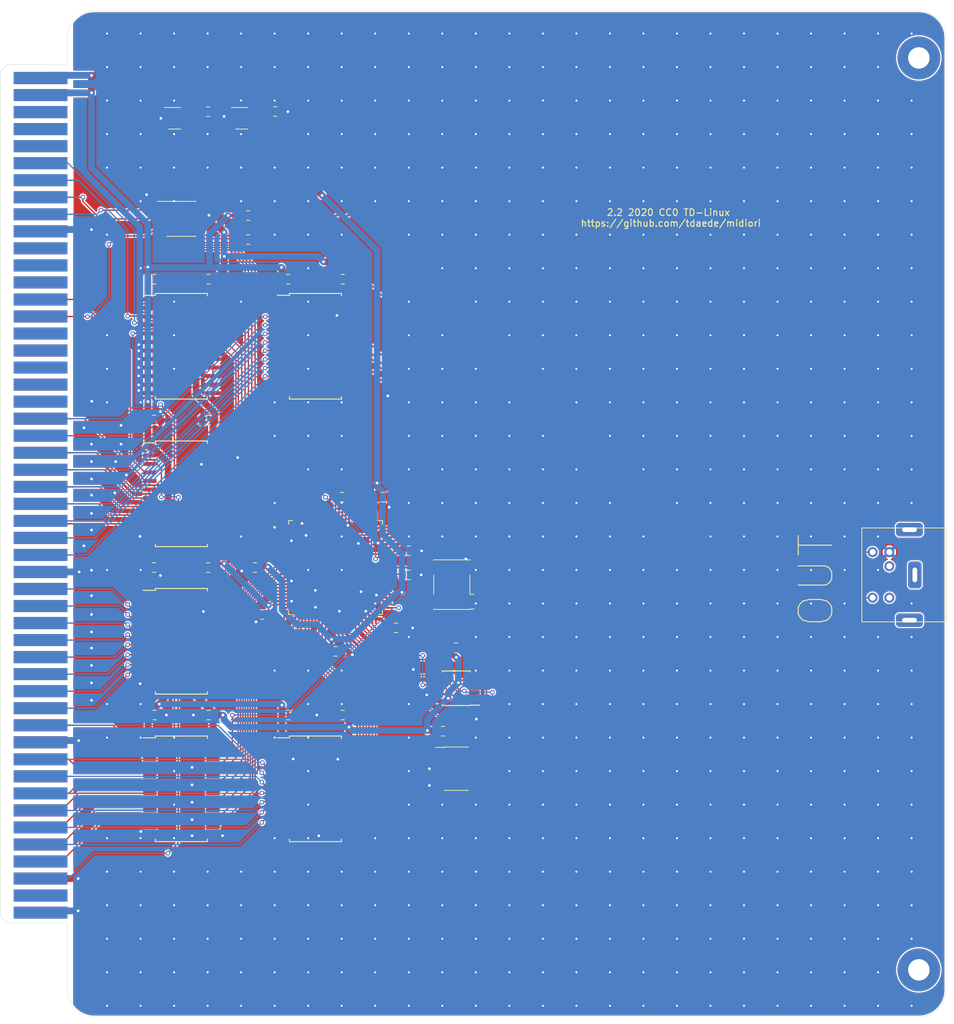
<source format=kicad_pcb>
(kicad_pcb (version 20211014) (generator pcbnew)
  (layers (0 "F.Cu" signal) (31 "B.Cu" signal) (34 "B.Paste" user) (35 "F.Paste" user) (36 "B.SilkS" user "B.Silkscreen") (37 "F.SilkS" user "F.Silkscreen") (38 "B.Mask" user) (39 "F.Mask" user) (44 "Edge.Cuts" user))
  (net 0 "")
  (net 1 "+5V")
  (net 2 "GND")
  (net 3 "/DB0")
  (net 4 "/DB1")
  (net 5 "/DB2")
  (net 6 "/DB3")
  (net 7 "/DB4")
  (net 8 "/DB5")
  (net 9 "/DB6")
  (net 10 "/DB7")
  (net 11 "/IDDIR")
  (net 12 "/AB10")
  (net 13 "/AB20")
  (net 14 "/AB16")
  (net 15 "/AB18")
  (net 16 "/AB7")
  (net 17 "/AB8")
  (net 18 "/AB6")
  (net 19 "/AB5")
  (net 20 "/AB11")
  (net 21 "/AB12")
  (net 22 "/AB13")
  (net 23 "/AB14")
  (net 24 "/AB15")
  (net 25 "/AB17")
  (net 26 "/AB19")
  (net 27 "/AB22")
  (net 28 "/AB21")
  (net 29 "/IACK2")
  (net 30 "/IACK4")
  (net 31 "/AB23")
  (net 32 "/A")
  (net 33 "/IRQ4")
  (net 34 "/DTACK")
  (net 35 "/IRQ2")
  (net 36 "/AS")
  (net 37 "/LDS")
  (net 38 "/RW")
  (net 39 "/B")
  (net 40 "/C")
  (net 41 "/10MHz")
  (net 42 "Net-(R9-Pad2)")
  (net 43 "/EXRESET")
  (net 44 "/AB4")
  (net 45 "/AB3")
  (net 46 "/AB2")
  (net 47 "/AB1")
  (net 88 "/AB9")
  (net 91 "Net-(U1-Pad9)")
  (net 103 "Net-(U10-Pad63)")
  (net 115 "+3V3")
  (net 116 "/a7")
  (net 117 "/a6")
  (net 118 "/a5")
  (net 119 "/a4")
  (net 120 "/a3")
  (net 121 "/a2")
  (net 122 "/a1")
  (net 123 "/a23")
  (net 124 "/a22")
  (net 125 "/a21")
  (net 126 "/a20")
  (net 127 "/a19")
  (net 128 "/a18")
  (net 129 "/a17")
  (net 130 "/a16")
  (net 131 "/d7")
  (net 132 "/d6")
  (net 133 "/d5")
  (net 134 "/d4")
  (net 135 "/d3")
  (net 136 "/d2")
  (net 137 "/d1")
  (net 138 "/d0")
  (net 139 "/ab15")
  (net 140 "/ab14")
  (net 141 "/ab13")
  (net 142 "/ab12")
  (net 143 "/ab11")
  (net 144 "/ab10")
  (net 145 "/ab9")
  (net 146 "/ab8")
  (net 147 "/10m")
  (net 148 "/exreset")
  (net 149 "/rw")
  (net 150 "/lds")
  (net 151 "/as")
  (net 152 "/a")
  (net 153 "/b")
  (net 154 "/c")
  (net 155 "/iack2")
  (net 156 "/iack4")
  (net 157 "/iddir")
  (net 158 "/dtack")
  (net 159 "/irq4")
  (net 160 "/irq2")
  (net 162 "+1V2")
  (net 165 "/reset")
  (net 166 "/si")
  (net 167 "/so")
  (net 168 "/sck")
  (net 169 "/ss")
  (net 170 "/xltr_oe")
  (net 173 "Net-(J4-Pad5)")
  (net 174 "Net-(J4-Pad4)")
  (footprint "Oscillator:Oscillator_SMD_SeikoEpson_SG8002CA-4Pin_7.0x5.0mm" (layer "F.Cu") (at 111.34 124.55 90)
    (fp_text reference "X1")
    (fp_text value "16MHz")
  )
  (footprint "Resistor_SMD:R_0805_2012Metric_Pad1.15x1.40mm_HandSolder" (layer "F.Cu") (at 80.975 69.5)
    (fp_text reference "R6")
    (fp_text value "220")
  )
  (footprint "Resistor_SMD:R_0805_2012Metric_Pad1.15x1.40mm_HandSolder" (layer "F.Cu") (at 80.97 73.08 180)
    (fp_text reference "R9")
    (fp_text value "220")
  )
  (footprint "x68k:x68000_expansion" (layer "F.Cu") (at 50 173.46)
    (fp_text reference "J1" hide)
    (fp_text value "x68000_expansion")
  )
  (footprint "Capacitor_SMD:C_0805_2012Metric" (layer "F.Cu") (at 111.975 134)
    (fp_text reference "C8")
    (fp_text value "0.1uF")
  )
  (footprint "Package_SO:SOIC-24W_7.5x15.4mm_P1.27mm" (layer "F.Cu") (at 91 155)
    (fp_text reference "U4")
    (fp_text value "SN74LVC8T245DWR")
  )
  (footprint "Package_SO:SOIC-24W_7.5x15.4mm_P1.27mm" (layer "F.Cu") (at 71 133)
    (fp_text reference "U5")
    (fp_text value "SN74LVC8T245DWR")
  )
  (footprint "Package_SO:SOIC-24W_7.5x15.4mm_P1.27mm" (layer "F.Cu") (at 91 89)
    (fp_text reference "U6")
    (fp_text value "SN74LVC8T245DWR")
  )
  (footprint "Package_SO:SOIC-24W_7.5x15.4mm_P1.27mm" (layer "F.Cu") (at 71 155)
    (fp_text reference "U7")
    (fp_text value "SN74LVC8T245DWR")
  )
  (footprint "Package_SO:SOIC-24W_7.5x15.4mm_P1.27mm" (layer "F.Cu") (at 71 89)
    (fp_text reference "U9")
    (fp_text value "SN74LVC8T245DWR")
  )
  (footprint "ICE40HX1K-VQ100:QFP50P1600X1600X120-100N" (layer "F.Cu") (at 94 122)
    (fp_text reference "U10")
    (fp_text value "ICE40HX1K-VQ100" hide)
  )
  (footprint "Package_SO:TSSOP-14_4.4x5mm_P0.65mm" (layer "F.Cu") (at 71 70)
    (fp_text reference "U1")
    (fp_text value "74LCX07")
  )
  (footprint "Package_SO:SOIC-24W_7.5x15.4mm_P1.27mm" (layer "F.Cu") (at 71 111)
    (fp_text reference "U8")
    (fp_text value "SN74LVC8T245DWR")
  )
  (footprint "Package_SO:SOIC-8_3.9x4.9mm_P1.27mm" (layer "F.Cu") (at 112 140 180)
    (fp_text reference "U2")
    (fp_text value "AT25SF081-SSHD-X")
  )
  (footprint "Package_TO_SOT_SMD:SOT-23-5" (layer "F.Cu") (at 70 55)
    (fp_text reference "U11")
    (fp_text value "TLV73333PDBV")
  )
  (footprint "Capacitor_SMD:C_0805_2012Metric" (layer "F.Cu") (at 75 54)
    (fp_text reference "C1")
    (fp_text value "4.7uF")
  )
  (footprint "Capacitor_SMD:C_0805_2012Metric" (layer "F.Cu") (at 85 54)
    (fp_text reference "C2")
    (fp_text value "4.7uF")
  )
  (footprint "Connector_PinHeader_1.27mm:PinHeader_2x05_P1.27mm_Vertical_SMD" (layer "F.Cu") (at 112 152)
    (fp_text reference "J2")
    (fp_text value "Conn_ARM_JTAG_SWD_10")
  )
  (footprint "Package_TO_SOT_SMD:SOT-23-5" (layer "F.Cu") (at 80 55)
    (fp_text reference "U3")
    (fp_text value "TLV73312PDBV")
  )
  (footprint "Capacitor_SMD:C_0805_2012Metric" (layer "F.Cu") (at 66.9375 122)
    (fp_text reference "C4")
    (fp_text value "0.1uF")
  )
  (footprint "Capacitor_SMD:C_0805_2012Metric" (layer "F.Cu") (at 95.0625 79 180)
    (fp_text reference "C5")
    (fp_text value "0.1uF")
  )
  (footprint "Capacitor_SMD:C_0805_2012Metric" (layer "F.Cu") (at 86.9375 144)
    (fp_text reference "C6")
    (fp_text value "0.1uF")
  )
  (footprint "Capacitor_SMD:C_0805_2012Metric" (layer "F.Cu") (at 75.0625 144 180)
    (fp_text reference "C7")
    (fp_text value "0.1uF")
  )
  (footprint "Capacitor_SMD:C_0805_2012Metric" (layer "F.Cu") (at 86.9375 79)
    (fp_text reference "C9")
    (fp_text value "0.1uF")
  )
  (footprint "Capacitor_SMD:C_0805_2012Metric" (layer "F.Cu") (at 75 122 180)
    (fp_text reference "C12")
    (fp_text value "0.1uF")
  )
  (footprint "Capacitor_SMD:C_0805_2012Metric" (layer "F.Cu") (at 66.9375 79)
    (fp_text reference "C13")
    (fp_text value "0.1uF")
  )
  (footprint "Capacitor_SMD:C_0805_2012Metric" (layer "F.Cu") (at 75.0625 79 180)
    (fp_text reference "C14")
    (fp_text value "0.1uF")
  )
  (footprint "Capacitor_SMD:C_0805_2012Metric" (layer "F.Cu") (at 67 144)
    (fp_text reference "C15")
    (fp_text value "0.1uF")
  )
  (footprint "Capacitor_SMD:C_0805_2012Metric" (layer "F.Cu") (at 75.0625 100 180)
    (fp_text reference "C17")
    (fp_text value "0.1uF")
  )
  (footprint "Capacitor_SMD:C_0805_2012Metric" (layer "F.Cu") (at 101.0625 111.5)
    (fp_text reference "C18")
    (fp_text value "0.1uF")
  )
  (footprint "Capacitor_SMD:C_0805_2012Metric" (layer "F.Cu") (at 94 134.5)
    (fp_text reference "C20")
    (fp_text value "0.1uF")
  )
  (footprint "Capacitor_SMD:C_0805_2012Metric" (layer "F.Cu") (at 104.92 123.1)
    (fp_text reference "C22")
    (fp_text value "0.1uF")
  )
  (footprint "Capacitor_SMD:C_0805_2012Metric" (layer "F.Cu") (at 83.0625 129 180)
    (fp_text reference "C23")
    (fp_text value "0.1uF")
  )
  (footprint "Capacitor_SMD:C_0805_2012Metric" (layer "F.Cu") (at 66.9375 100)
    (fp_text reference "C11")
    (fp_text value "0.1uF")
  )
  (footprint "Capacitor_SMD:C_0805_2012Metric" (layer "F.Cu") (at 95.0625 144 180)
    (fp_text reference "C21")
    (fp_text value "0.1uF")
  )
  (footprint "Capacitor_SMD:C_0805_2012Metric" (layer "F.Cu") (at 82 122 180)
    (fp_text reference "C16")
    (fp_text value "0.1uF")
  )
  (footprint "Resistor_SMD:R_0805_2012Metric" (layer "F.Cu") (at 110.0375 146.4 180)
    (fp_text reference "R3")
    (fp_text value "10K")
  )
  (footprint "Capacitor_SMD:C_0805_2012Metric" (layer "F.Cu") (at 103 131)
    (fp_text reference "C19")
    (fp_text value "0.1uF")
  )
  (footprint "Capacitor_SMD:C_0805_2012Metric" (layer "F.Cu") (at 94.9375 111.5)
    (fp_text reference "C10")
    (fp_text value "0.1uF")
  )
  (footprint "Capacitor_SMD:C_0805_2012Metric" (layer "F.Cu") (at 104.9375 119.5)
    (fp_text reference "C3")
    (fp_text value "0.1uF")
  )
  (footprint "MountingHole:MountingHole_3.2mm_M3_Pad" (layer "F.Cu") (at 181 182)
    (fp_text reference "H2" hide)
    (fp_text value "MountingHole")
  )
  (footprint "MountingHole:MountingHole_3.2mm_M3_Pad" (layer "F.Cu") (at 181 46)
    (fp_text reference "H1" hide)
    (fp_text value "MountingHole")
  )
  (footprint "x68k:MD-50SM" (layer "F.Cu") (at 180.4 123.1 -90)
    (fp_text reference "J4")
    (fp_text value "Mini-DIN-5")
  )
  (gr_line (start 58 189) (end 181 189) (layer "Edge.Cuts") (width 0.05))
  (gr_line (start 44 174) (end 44 48) (layer "Edge.Cuts") (width 0.05))
  (gr_line (start 54 47) (end 45 47) (layer "Edge.Cuts") (width 0.05))
  (gr_line (start 45 175) (end 54 175) (layer "Edge.Cuts") (width 0.05))
  (gr_arc (start 54 43) (mid 55.171573 40.171573) (end 58 39) (layer "Edge.Cuts") (width 0.05))
  (gr_arc (start 58 189) (mid 55.171573 187.828427) (end 54 185) (layer "Edge.Cuts") (width 0.05))
  (gr_line (start 44 48) (end 45 47) (layer "Edge.Cuts") (width 0.05))
  (gr_line (start 54 175) (end 54 185) (layer "Edge.Cuts") (width 0.05))
  (gr_arc (start 185 185) (mid 183.828427 187.828427) (end 181 189) (layer "Edge.Cuts") (width 0.05))
  (gr_arc (start 181 39) (mid 183.828427 40.171573) (end 185 43) (layer "Edge.Cuts") (width 0.05))
  (gr_line (start 54 43) (end 54 47) (layer "Edge.Cuts") (width 0.05))
  (gr_line (start 58 39) (end 181 39) (layer "Edge.Cuts") (width 0.05))
  (gr_line (start 45 175) (end 44 174) (layer "Edge.Cuts") (width 0.05))
  (gr_line (start 185 43) (end 185 185) (layer "Edge.Cuts") (width 0.05))
  (gr_text "OUT" (at 165.7 123.9 90) (layer "F.SilkS") (effects (font (size 5 5))))
  (gr_text "2.2 2020 CC0 TD-Linux \nhttps://github.com/tdaede/midiori" (at 144.018 69.85) (layer "F.SilkS") (effects (font (size 1 1))))
  (segment (start 67.8 104.815) (end 67 104.015) (width 0.5) (layer "F.Cu") (net 1))
  (segment (start 63.485001 48.6) (end 68.9 54.014999) (width 1) (layer "F.Cu") (net 1))
  (segment (start 66 97.26) (end 66 100) (width 1) (layer "F.Cu") (net 1))
  (segment (start 86 79) (end 86 81.715) (width 1) (layer "F.Cu") (net 1))
  (segment (start 86 81.715) (end 86.3 82.015) (width 1) (layer "F.Cu") (net 1))
  (segment (start 67.607585 142.352499) (end 66.0625 143.897584) (width 1) (layer "F.Cu") (net 1))
  (segment (start 66.33 122.33) (end 66.33 125.985) (width 1) (layer "F.Cu") (net 1))
  (segment (start 68.9 54.05) (end 69.63 54.05) (width 0.2) (layer "F.Cu") (net 1))
  (segment (start 66 77.19) (end 66 79) (width 0.5) (layer "F.Cu") (net 1))
  (segment (start 66 122) (end 66.33 122.33) (width 1) (layer "F.Cu") (net 1))
  (segment (start 85.94 77.24) (end 86 77.3) (width 1) (layer "F.Cu") (net 1))
  (segment (start 86 144) (end 86 147.715) (width 0.5) (layer "F.Cu") (net 1))
  (segment (start 69.2 106.224066) (end 67.8 104.824066) (width 0.5) (layer "F.Cu") (net 1))
  (segment (start 86.3 83.285) (end 86.3 82.015) (width 1) (layer "F.Cu") (net 1))
  (segment (start 66 103.715) (end 66.3 104.015) (width 1) (layer "F.Cu") (net 1))
  (segment (start 68.950491 106.41) (end 69.029511 106.48902) (width 1) (layer "F.Cu") (net 1))
  (segment (start 57.6 48.6) (end 50.4 48.6) (width 1) (layer "F.Cu") (net 1))
  (segment (start 66.33 125.985) (end 66.3 126.015) (width 1) (layer "F.Cu") (net 1))
  (segment (start 69.690001 54.110001) (end 69.690001 55.889999) (width 0.2) (layer "F.Cu") (net 1))
  (segment (start 66 100) (end 66 103.715) (width 1) (layer "F.Cu") (net 1))
  (segment (start 68.4 141.6625) (end 67.710001 142.352499) (width 1) (layer "F.Cu") (net 1))
  (segment (start 66 121.897584) (end 66 122) (width 1) (layer "F.Cu") (net 1))
  (segment (start 69.63 55.95) (end 68.9 55.95) (width 0.2) (layer "F.Cu") (net 1))
  (segment (start 66.3 83.285) (end 66.3 82.015) (width 1) (layer "F.Cu") (net 1))
  (segment (start 66.638075 104.015) (end 68.950491 106.327416) (width 1) (layer "F.Cu") (net 1))
  (segment (start 66 79) (end 66 81.715) (width 1) (layer "F.Cu") (net 1))
  (segment (start 66.02 97.24) (end 66 97.26) (width 1) (layer "F.Cu") (net 1))
  (segment (start 67.53125 142.53125) (end 67.710001 142.352499) (width 0.5) (layer "F.Cu") (net 1))
  (segment (start 66.0625 147.7775) (end 66.3 148.015) (width 1) (layer "F.Cu") (net 1))
  (segment (start 57.6 48.6) (end 63.485001 48.6) (width 1) (layer "F.Cu") (net 1))
  (segment (start 67.8 104.824066) (end 67.8 104.815) (width 0.5) (layer "F.Cu") (net 1))
  (segment (start 69.2 118.8) (end 69.2 106.224066) (width 0.5) (layer "F.Cu") (net 1))
  (segment (start 66.0625 144) (end 67.53125 142.53125) (width 0.5) (layer "F.Cu") (net 1))
  (segment (start 86 142.5) (end 86 144) (width 0.5) (layer "F.Cu") (net 1))
  (segment (start 68.950491 106.327416) (end 68.950491 106.41) (width 1) (layer "F.Cu") (net 1))
  (segment (start 66.0625 143.897584) (end 66.0625 144) (width 1) (layer "F.Cu") (net 1))
  (segment (start 66.3 104.015) (end 66.3 105.285) (width 0.2) (layer "F.Cu") (net 1))
  (segment (start 66 122) (end 69.2 118.8) (width 0.5) (layer "F.Cu") (net 1))
  (segment (start 78 69.5) (end 79.95 69.5) (width 0.5) (layer "F.Cu") (net 1))
  (segment (start 67.649022 127.285) (end 68.4 128.035978) (width 1) (layer "F.Cu") (net 1))
  (segment (start 66.3 126.015) (end 66.3 127.285) (width 1) (layer "F.Cu") (net 1))
  (segment (start 68.4 128.035978) (end 68.4 141.6625) (width 1) (layer "F.Cu") (net 1))
  (segment (start 86 142.5) (end 86 147.715) (width 1) (layer "F.Cu") (net 1))
  (segment (start 86 147.715) (end 86.3 148.015) (width 1) (layer "F.Cu") (net 1))
  (segment (start 69.63 54.05) (end 69.690001 54.110001) (width 0.2) (layer "F.Cu") (net 1))
  (segment (start 66 81.715) (end 66.3 82.015) (width 1) (layer "F.Cu") (net 1))
  (segment (start 66.0625 144) (end 66.0625 147.7775) (width 1) (layer "F.Cu") (net 1))
  (segment (start 86 77.3) (end 86 79) (width 1) (layer "F.Cu") (net 1))
  (segment (start 66.3 104.015) (end 66.638075 104.015) (width 1) (layer "F.Cu") (net 1))
  (segment (start 57.6 51.2) (end 57.6 48.6) (width 1) (layer "F.Cu") (net 1))
  (segment (start 66.3 127.285) (end 67.649022 127.285) (width 1) (layer "F.Cu") (net 1))
  (segment (start 67.710001 142.352499) (end 67.607585 142.352499) (width 1) (layer "F.Cu") (net 1))
  (segment (start 86.3 149.285) (end 86.3 148.015) (width 1) (layer "F.Cu") (net 1))
  (segment (start 50 51.2) (end 57.4 51.2) (width 1) (layer "F.Cu") (net 1))
  (segment (start 69.029511 118.868073) (end 66 121.897584) (width 1) (layer "F.Cu") (net 1))
  (segment (start 69.029511 106.48902) (end 69.029511 118.868073) (width 1) (layer "F.Cu") (net 1))
  (segment (start 69.690001 55.889999) (end 69.63 55.95) (width 0.2) (layer "F.Cu") (net 1))
  (via (at 57.6 51.2) (size 0.7) (drill 0.4) (layers "F.Cu" "B.Cu") (net 1))
  (via (at 66 77.19) (size 0.7) (drill 0.4) (layers "F.Cu" "B.Cu") (net 1))
  (via (at 78 69.5) (size 0.7) (drill 0.4) (layers "F.Cu" "B.Cu") (net 1))
  (via (at 57.6 48.6) (size 0.7) (drill 0.4) (layers "F.Cu" "B.Cu") (net 1))
  (via (at 86 142.5) (size 0.7) (drill 0.4) (layers "F.Cu" "B.Cu") (net 1))
  (via (at 66.02 97.24) (size 0.7) (drill 0.4) (layers "F.Cu" "B.Cu") (net 1))
  (via (at 67.710001 142.352499) (size 0.7) (drill 0.4) (layers "F.Cu" "B.Cu") (net 1))
  (via (at 85.94 77.24) (size 0.7) (drill 0.4) (layers "F.Cu" "B.Cu") (net 1))
  (segment (start 50 51.2) (end 57.4 51.2) (width 1) (layer "B.Cu") (net 1))
  (segment (start 74.96 77.24) (end 75.2 77) (width 1) (layer "B.Cu") (net 1))
  (segment (start 66 77.19) (end 66 70.8) (width 1) (layer "B.Cu") (net 1))
  (segment (start 67.710001 142.352499) (end 85.852499 142.352499) (width 1) (layer "B.Cu") (net 1))
  (segment (start 57.6 51.2) (end 57.6 62.4) (width 1) (layer "B.Cu") (net 1))
  (segment (start 57.6 62.4) (end 57.6 51) (width 0.5) (layer "B.Cu") (net 1))
  (segment (start 75.2 77) (end 75.2 72.3) (width 1) (layer "B.Cu") (net 1))
  (segment (start 66 77.19) (end 66 97.22) (width 1) (layer "B.Cu") (net 1))
  (segment (start 85.852499 142.352499) (end 86 142.5) (width 1) (layer "B.Cu") (net 1))
  (segment (start 57.6 48.6) (end 50.4 48.6) (width 1) (layer "B.Cu") (net 1))
  (segment (start 75.2 72.3) (end 78 69.5) (width 1) (layer "B.Cu") (net 1))
  (segment (start 66 70.8) (end 57.6 62.4) (width 1) (layer "B.Cu") (net 1))
  (segment (start 66.000499 77.249501) (end 85.900009 77.249501) (width 1) (layer "B.Cu") (net 1))
  (segment (start 66 97.22) (end 66.02 97.24) (width 1) (layer "B.Cu") (net 1))
  (segment (start 55.61 168.39) (end 55.6 168.38) (width 1) (layer "F.Cu") (net 2))
  (segment (start 75.7 89.635) (end 75.7 90.905) (width 0.2) (layer "F.Cu") (net 2))
  (segment (start 84.82 161.86) (end 84.945 161.985) (width 0.2) (layer "F.Cu") (net 2))
  (segment (start 81.0625 122) (end 80.5 122) (width 0.2) (layer "F.Cu") (net 2))
  (segment (start 65.035 88.365) (end 64.64 88.76) (width 0.2) (layer "F.Cu") (net 2))
  (segment (start 65.465 138.715) (end 64.85 139.33) (width 0.2) (layer "F.Cu") (net 2))
  (segment (start 102 111.5) (end 102 113) (width 0.2) (layer "F.Cu") (net 2))
  (segment (start 65.485 116.715) (end 64.85 117.35) (width 0.2) (layer "F.Cu") (net 2))
  (segment (start 67.88 98.74) (end 67.875 98.745) (width 0.2) (layer "F.Cu") (net 2))
  (segment (start 110.05 154.54) (end 108.04 154.54) (width 0.2) (layer "F.Cu") (net 2))
  (segment (start 74.29 128.56) (end 74.295 128.555) (width 0.2) (layer "F.Cu") (net 2))
  (segment (start 68.9 55) (end 67.95 55) (width 0.2) (layer "F.Cu") (net 2))
  (segment (start 100.2 126) (end 100.1 126.1) (width 0.2) (layer "F.Cu") (net 2))
  (segment (start 50 71.6) (end 57.6 71.6) (width 1) (layer "F.Cu") (net 2))
  (segment (start 55.59 173.2) (end 55.6 173.19) (width 1) (layer "F.Cu") (net 2))
  (segment (start 67.875 123.185) (end 67.875 122) (width 0.2) (layer "F.Cu") (net 2))
  (segment (start 105.875 119.5) (end 106.81 119.5) (width 0.2) (layer "F.Cu") (net 2))
  (segment (start 94.355 84.555) (end 94.2 84.4) (width 0.2) (layer "F.Cu") (net 2))
  (segment (start 100.735 118.5) (end 101.67 118.5) (width 0.2) (layer "F.Cu") (net 2))
  (segment (start 55.69 147.8) (end 55.7 147.81) (width 1) (layer "F.Cu") (net 2))
  (segment (start 74.67 68.7) (end 73.8625 68.7) (width 0.2) (layer "F.Cu") (net 2))
  (segment (start 50 147.8) (end 55.69 147.8) (width 1) (layer "F.Cu") (net 2))
  (segment (start 103.9375 131) (end 105.5 131) (width 0.2) (layer "F.Cu") (net 2))
  (segment (start 95.7 151.825) (end 95.7 150.555) (width 0.2) (layer "F.Cu") (net 2))
  (segment (start 75.7 93.445) (end 75.7 92.175) (width 0.2) (layer "F.Cu") (net 2))
  (segment (start 64.95 161.3695) (end 65.6045 160.715) (width 0.2) (layer "F.Cu") (net 2))
  (segment (start 84.82 160.82) (end 84.82 161.86) (width 0.2) (layer "F.Cu") (net 2))
  (segment (start 94.375 150.555) (end 94.34 150.59) (width 0.2) (layer "F.Cu") (net 2))
  (segment (start 64.675 93.445) (end 64.64 93.41) (width 0.2) (layer "F.Cu") (net 2))
  (segment (start 94.9375 134.5) (end 96 134.5) (width 0.2) (layer "F.Cu") (net 2))
  (segment (start 108.04 154.54) (end 108 154.5) (width 0.2) (layer "F.Cu") (net 2))
  (segment (start 95.875 111.5) (end 95.875 112.3) (width 0.2) (layer "F.Cu") (net 2))
  (segment (start 91.485 161.985) (end 91.5 162) (width 0.2) (layer "F.Cu") (net 2))
  (segment (start 75.7 94.715) (end 75.7 93.445) (width 0.2) (layer "F.Cu") (net 2))
  (segment (start 64.64 92.16) (end 64.64 93.41) (width 0.2) (layer "F.Cu") (net 2))
  (segment (start 82.14 130.1) (end 82.125 130.085) (width 0.2) (layer "F.Cu") (net 2))
  (segment (start 66.3 92.175) (end 64.655 92.175) (width 0.2) (layer "F.Cu") (net 2))
  (segment (start 84.945 161.985) (end 86.3 161.985) (width 0.2) (layer "F.Cu") (net 2))
  (segment (start 96 113.395) (end 96 114.33) (width 0.2) (layer "F.Cu") (net 2))
  (segment (start 55.6 168.38) (end 50 168.38) (width 1) (layer "F.Cu") (net 2))
  (segment (start 100.3405 118.35) (end 100.585 118.35) (width 0.2) (layer "F.Cu") (net 2))
  (segment (start 64.64 94.76) (end 64.64 95.6) (width 0.2) (layer "F.Cu") (net 2))
  (segment (start 68.77 143.99) (end 67.9475 143.99) (width 0.2) (layer "F.Cu") (net 2))
  (segment (start 91.002048 127.927952) (end 91 127.93) (width 0.2) (layer "F.Cu") (net 2))
  (segment (start 65.485 117.985) (end 64.85 117.35) (width 0.2) (layer "F.Cu") (net 2))
  (segment (start 89 114.33) (end 89 115.425544) (width 0.2) (layer "F.Cu") (net 2))
  (segment (start 96 134.5) (end 96.5 135) (width 0.2) (layer "F.Cu") (net 2))
  (segment (start 64.685 94.715) (end 64.64 94.76) (width 0.2) (layer "F.Cu") (net 2))
  (segment (start 64.64 95.6) (end 65.025 95.985) (width 0.2) (layer "F.Cu") (net 2))
  (segment (start 75.109396 69.461285) (end 75.109396 69.139396) (width 0.2) (layer "F.Cu") (net 2))
  (segment (start 87.68 150.55) (end 87.675 150.555) (width 0.2) (layer "F.Cu") (net 2))
  (segment (start 75.7 106.555) (end 74.045 106.555) (width 0.2) (layer "F.Cu") (net 2))
  (segment (start 74.295 128.555) (end 75.7 128.555) (width 0.2) (layer "F.Cu") (net 2))
  (segment (start 55.75 122.66) (end 55.76 122.65) (width 1) (layer "F.Cu") (net 2))
  (segment (start 64.64 93.41) (end 64.64 94.76) (width 0.2) (layer "F.Cu") (net 2))
  (segment (start 86.33 118) (end 87.425545 117.999999) (width 0.2) (layer "F.Cu") (net 2))
  (segment (start 64.64 90.88) (end 64.64 92.16) (width 0.2) (layer "F.Cu") (net 2))
  (segment (start 74.125 144) (end 72.8 144) (width 0.2) (layer "F.Cu") (net 2))
  (segment (start 87.425347 127) (end 87.433602 127.008255) (width 0.2) (layer "F.Cu") (net 2))
  (segment (start 74.045 106.555) (end 74 106.6) (width 0.2) (layer "F.Cu") (net 2))
  (segment (start 50 122.66) (end 55.75 122.66) (width 1) (layer "F.Cu") (net 2))
  (segment (start 87.875 144) (end 91.2 144) (width 0.2) (layer "F.Cu") (net 2))
  (segment (start 66.3 94.715) (end 64.685 94.715) (width 0.2) (layer "F.Cu") (net 2))
  (segment (start 78.9 55) (end 77.65 55) (width 0.2) (layer "F.Cu") (net 2))
  (segment (start 86.33 124) (end 87.425544 124) (width 0.2) (layer "F.Cu") (net 2))
  (segment (start 96 112.425) (end 96 113.395) (width 0.2) (layer "F.Cu") (net 2))
  (segment (start 73.8625 70) (end 74.570681 70) (width 0.2) (layer "F.Cu") (net 2))
  (segment (start 94.125 144) (end 91.2 144) (width 0.2) (layer "F.Cu") (net 2))
  (segment (start 86.3 160.715) (end 84.925 160.715) (width 0.2) (layer "F.Cu") (net 2))
  (segment (start 67.88 123.19) (end 67.875 123.185) (width 0.2) (layer "F.Cu") (net 2))
  (segment (start 66.3 93.445) (end 64.675 93.445) (width 0.2) (layer "F.Cu") (net 2))
  (segment (start 77.37 54.72) (end 76.65 54) (width 0.2) (layer "F.Cu") (net 2))
  (segment (start 67.875 98.745) (end 67.875 100) (width 0.2) (layer "F.Cu") (net 2))
  (segment (start 110.05 152) (end 108 152) (width 0.2) (layer "F.Cu") (net 2))
  (segment (start 67.95 55) (end 67.94 55.01) (width 0.2) (layer "F.Cu") (net 2))
  (segment (start 96 115.56) (end 95.849018 115.710982) (width 0.2) (layer "F.Cu") (net 2))
  (segment (start 91 127.93) (end 91 129.67) (width 0.2) (layer "F.Cu") (net 2))
  (segment (start 74.570681 70) (end 75.109396 69.461285) (width 0.2) (layer "F.Cu") (net 2))
  (segment (start 64.64 88.76) (end 64.64 89.67) (width 0.2) (layer "F.Cu") (net 2))
  (segment (start 65.025 95.985) (end 66.3 95.985) (width 0.2) (layer "F.Cu") (net 2))
  (segment (start 65.505 139.985) (end 64.85 139.33) (width 0.2) (layer "F.Cu") (net 2))
  (segment (start 64.64 89.67) (end 64.64 90.88) (width 0.2) (layer "F.Cu") (net 2))
  (segment (start 64.95 161.3695) (end 65.5655 161.985) (width 0.2) (layer "F.Cu") (net 2))
  (segment (start 98.5 129.67) (end 98.5 128.52) (width 0.2) (layer "F.Cu") (net 2))
  (segment (start 96 114.33) (end 96 115.56) (width 0.2) (layer "F.Cu") (net 2))
  (segment (start 64.665 90.905) (end 64.64 90.88) (width 0.2) (layer "F.Cu") (net 2))
  (segment (start 113.44 120.71) (end 113.44 122.01) (width 0.2) (layer "F.Cu") (net 2))
  (segment (start 75.7 90.905) (end 75.7 92.175) (width 0.2) (layer "F.Cu") (net 2))
  (segment (start 101.67 126) (end 100.2 126) (width 0.2) (layer "F.Cu") (net 2))
  (segment (start 64.655 92.175) (end 64.64 92.16) (width 0.2) (layer "F.Cu") (net 2))
  (segment (start 110.05 150.73) (end 110.05 152) (width 0.2) (layer "F.Cu") (net 2))
  (segment (start 50 173.2) (end 55.59 173.2) (width 1) (layer "F.Cu") (net 2))
  (segment (start 75.109396 69.139396) (end 74.67 68.7) (width 0.2) (layer "F.Cu") (net 2))
  (segment (start 64.675 89.635) (end 64.64 89.67) (width 0.2) (layer "F.Cu") (net 2))
  (segment (start 106.81 119.5) (end 106.83 119.52) (width 0.2) (layer "F.Cu") (net 2))
  (segment (start 94.5 129.67) (end 94.5 128.57028) (width 0.2) (layer "F.Cu") (net 2))
  (segment (start 85.9375 54) (end 86.87 54) (width 0.2) (layer "F.Cu") (net 2))
  (segment (start 98.5 128.52) (end 98.51 128.51) (width 0.2) (layer "F.Cu") (net 2))
  (segment (start 76.65 54) (end 75.9375 54) (width 0.2) (layer "F.Cu") (net 2))
  (segment (start 95.7 84.555) (end 94.355 84.555) (width 0.2) (layer "F.Cu") (net 2))
  (segment (start 77.14 161.99) (end 75.705 161.99) (width 0.2) (layer "F.Cu") (net 2))
  (segment (start 86.87 54) (end 86.88 54.01) (width 0.2) (layer "F.Cu") (net 2))
  (segment (start 86.33 127) (end 87.425347 127) (width 0.2) (layer "F.Cu") (net 2))
  (segment (start 87.675 150.555) (end 86.3 150.555) (width 0.2) (layer "F.Cu") (net 2))
  (segment (start 105.8575 123.1) (end 106.77 123.1) (width 0.2) (layer "F.Cu") (net 2))
  (segment (start 82.125 130.085) (end 82.125 129) (width 0.2) (layer "F.Cu") (net 2))
  (segment (start 100.585 118.35) (end 100.735 118.5) (width 0.2) (layer "F.Cu") (net 2))
  (segment (start 77.65 55) (end 77.37 54.72) (width 0.2) (layer "F.Cu") (net 2))
  (segment (start 80.5 122) (end 80 122.5) (width 0.2) (layer "F.Cu") (net 2))
  (segment (start 94.5 128.57028) (end 94.564682 128.505598) (width 0.2) (layer "F.Cu") (net 2))
  (segment (start 95.7 150.555) (end 94.375 150.555) (width 0.2) (layer "F.Cu") (net 2))
  (segment (start 66.3 90.905) (end 64.665 90.905) (width 0.2) (layer "F.Cu") (net 2))
  (segment (start 95.875 112.3) (end 96 112.425) (width 0.2) (layer "F.Cu") (net 2))
  (segment (start 75.7 95.985) (end 75.7 94.715) (width 0.2) (layer "F.Cu") (net 2))
  (segment (start 66.3 89.635) (end 64.675 89.635) (width 0.2) (layer "F.Cu") (net 2))
  (segment (start 66.3 88.365) (end 65.035 88.365) (width 0.2) (layer "F.Cu") (net 2))
  (segment (start 84.925 160.715) (end 84.82 160.82) (width 0.2) (layer "F.Cu") (net 2))
  (via (at 59.92 72.36) (size 0.6) (drill 0.3) (layers "F.Cu" "B.Cu") (net 2))
  (via (at 179.92 92.36) (size 0.6) (drill 0.3) (layers "F.Cu" "B.Cu") (net 2))
  (via (at 89.92 97.36) (size 0.6) (drill 0.3) (layers "F.Cu" "B.Cu") (net 2))
  (via (at 89.92 92.36) (size 0.6) (drill 0.3) (layers "F.Cu" "B.Cu") (net 2))
  (via (at 114.92 112.36) (size 0.6) (drill 0.3) (layers "F.Cu" "B.Cu") (net 2))
  (via (at 59.92 142.36) (size 0.6) (drill 0.3) (layers "F.Cu" "B.Cu") (net 2))
  (via (at 139.92 52.36) (size 0.6) (drill 0.3) (layers "F.Cu" "B.Cu") (net 2))
  (via (at 64.64 95.6) (size 0.7) (drill 0.4) (layers "F.Cu" "B.Cu") (net 2))
  (via (at 99.92 42.36) (size 0.6) (drill 0.3) (layers "F.Cu" "B.Cu") (net 2))
  (via (at 144.92 62.36) (size 0.6) (drill 0.3) (layers "F.Cu" "B.Cu") (net 2))
  (via (at 139.92 157.36) (size 0.6) (drill 0.3) (layers "F.Cu" "B.Cu") (net 2))
  (via (at 149.92 57.36) (size 0.6) (drill 0.3) (layers "F.Cu" "B.Cu") (net 2))
  (via (at 129.92 177.36) (size 0.6) (drill 0.3) (layers "F.Cu" "B.Cu") (net 2))
  (via (at 94.92 122.36) (size 0.6) (drill 0.3) (layers "F.Cu" "B.Cu") (net 2))
  (via (at 154.92 112.36) (size 0.6) (drill 0.3) (layers "F.Cu" "B.Cu") (net 2))
  (via (at 87.425545 117.999999) (size 0.7) (drill 0.4) (layers "F.Cu" "B.Cu") (net 2))
  (via (at 139.92 57.36) (size 0.6) (drill 0.3) (layers "F.Cu" "B.Cu") (net 2))
  (via (at 174.92 187.36) (size 0.6) (drill 0.3) (layers "F.Cu" "B.Cu") (net 2))
  (via (at 174.92 67.36) (size 0.6) (drill 0.3) (layers "F.Cu" "B.Cu") (net 2))
  (via (at 169.92 62.36) (size 0.6) (drill 0.3) (layers "F.Cu" "B.Cu") (net 2))
  (via (at 174.92 157.36) (size 0.6) (drill 0.3) (layers "F.Cu" "B.Cu") (net 2))
  (via (at 59.92 172.36) (size 0.6) (drill 0.3) (layers "F.Cu" "B.Cu") (net 2))
  (via (at 119.92 147.36) (size 0.6) (drill 0.3) (layers "F.Cu" "B.Cu") (net 2))
  (via (at 62.8 108.2) (size 0.7) (drill 0.4) (layers "F.Cu" "B.Cu") (net 2))
  (via (at 144.92 162.36) (size 0.6) (drill 0.3) (layers "F.Cu" "B.Cu") (net 2))
  (via (at 72.6 159.6) (size 0.7) (drill 0.4) (layers "F.Cu" "B.Cu") (net 2))
  (via (at 174.92 87.36) (size 0.6) (drill 0.3) (layers "F.Cu" "B.Cu") (net 2))
  (via (at 119.92 137.36) (size 0.6) (drill 0.3) (layers "F.Cu" "B.Cu") (net 2))
  (via (at 144.92 137.36) (size 0.6) (drill 0.3) (layers "F.Cu" "B.Cu") (net 2))
  (via (at 69.92 62.36) (size 0.6) (drill 0.3) (layers "F.Cu" "B.Cu") (net 2))
  (via (at 139.92 72.36) (size 0.6) (drill 0.3) (layers "F.Cu" "B.Cu") (net 2))
  (via (at 89.92 62.36) (size 0.6) (drill 0.3) (layers "F.Cu" "B.Cu") (net 2))
  (via (at 119.92 187.36) (size 0.6) (drill 0.3) (layers "F.Cu" "B.Cu") (net 2))
  (via (at 144.92 177.36) (size 0.6) (drill 0.3) (layers "F.Cu" "B.Cu") (net 2))
  (via (at 67.88 98.74) (size 0.7) (drill 0.4) (layers "F.Cu" "B.Cu") (net 2))
  (via (at 79.92 57.36) (size 0.6) (drill 0.3) (layers "F.Cu" "B.Cu") (net 2))
  (via (at 129.92 187.36) (size 0.6) (drill 0.3) (layers "F.Cu" "B.Cu") (net 2))
  (via (at 57.6 106.2) (size 0.7) (drill 0.4) (layers "F.Cu" "B.Cu") (net 2))
  (via (at 164.92 82.36) (size 0.6) (drill 0.3) (layers "F.Cu" "B.Cu") (net 2))
  (via (at 84.92 42.36) (size 0.6) (drill 0.3) (layers "F.Cu" "B.Cu") (net 2))
  (via (at 129.92 107.36) (size 0.6) (drill 0.3) (layers "F.Cu" "B.Cu") (net 2))
  (via (at 64.85 117.35) (size 0.7) (drill 0.4) (layers "F.Cu" "B.Cu") (net 2))
  (via (at 179.92 132.36) (size 0.6) (drill 0.3) (layers "F.Cu" "B.Cu") (net 2))
  (via (at 109.92 117.36) (size 0.6) (drill 0.3) (layers "F.Cu" "B.Cu") (net 2))
  (via (at 79.92 42.36) (size 0.6) (drill 0.3) (layers "F.Cu" "B.Cu") (net 2))
  (via (at 84.92 47.36) (size 0.6) (drill 0.3) (layers "F.Cu" "B.Cu") (net 2))
  (via (at 154.92 47.36) (size 0.6) (drill 0.3) (layers "F.Cu" "B.Cu") (net 2))
  (via (at 174.92 147.36) (size 0.6) (drill 0.3) (layers "F.Cu" "B.Cu") (net 2))
  (via (at 99.92 47.36) (size 0.6) (drill 0.3) (layers "F.Cu" "B.Cu") (net 2))
  (via (at 149.92 122.36) (size 0.6) (drill 0.3) (layers "F.Cu" "B.Cu") (net 2))
  (via (at 139.92 182.36) (size 0.6) (drill 0.3) (layers "F.Cu" "B.Cu") (net 2))
  (via (at 124.92 157.36) (size 0.6) (drill 0.3) (layers "F.Cu" "B.Cu") (net 2))
  (via (at 119.92 117.36) (size 0.6) (drill 0.3) (layers "F.Cu" "B.Cu") (net 2))
  (via (at 139.92 92.36) (size 0.6) (drill 0.3) (layers "F.Cu" "B.Cu") (net 2))
  (via (at 84.92 137.36) (size 0.6) (drill 0.3) (layers "F.Cu" "B.Cu") (net 2))
  (via (at 89.92 107.36) (size 0.6) (drill 0.3) (layers "F.Cu" "B.Cu") (net 2))
  (via (at 89.92 77.36) (size 0.6) (drill 0.3) (layers "F.Cu" "B.Cu") (net 2))
  (via (at 129.92 167.36) (size 0.6) (drill 0.3) (layers "F.Cu" "B.Cu") (net 2))
  (via (at 179.92 102.36) (size 0.6) (drill 0.3) (layers "F.Cu" "B.Cu") (net 2))
  (via (at 79.92 52.36) (size 0.6) (drill 0.3) (layers "F.Cu" "B.Cu") (net 2))
  (via (at 129.92 162.36) (size 0.6) (drill 0.3) (layers "F.Cu" "B.Cu") (net 2))
  (via (at 154.92 167.36) (size 0.6) (drill 0.3) (layers "F.Cu" "B.Cu") (net 2))
  (via (at 169.92 147.36) (size 0.6) (drill 0.3) (layers "F.Cu" "B.Cu") (net 2))
  (via (at 69.92 67.36) (size 0.6) (drill 0.3) (layers "F.Cu" "B.Cu") (net 2))
  (via (at 74.92 167.36) (size 0.6) (drill 0.3) (layers "F.Cu" "B.Cu") (net 2))
  (via (at 124.92 52.36) (size 0.6) (drill 0.3) (layers "F.Cu" "B.Cu") (net 2))
  (via (at 164.92 97.36) (size 0.6) (drill 0.3) (layers "F.Cu" "B.Cu") (net 2))
  (via (at 119.92 127.36) (size 0.6) (drill 0.3) (layers "F.Cu" "B.Cu") (net 2))
  (via (at 119.92 177.36) (size 0.6) (drill 0.3) (layers "F.Cu" "B.Cu") (net 2))
  (via (at 94.92 102.36) (size 0.6) (drill 0.3) (layers "F.Cu" "B.Cu") (net 2))
  (via (at 164.92 142.36) (size 0.6) (drill 0.3) (layers "F.Cu" "B.Cu") (net 2))
  (via (at 119.92 182.36) (size 0.6) (drill 0.3) (layers "F.Cu" "B.Cu") (net 2))
  (via (at 134.92 112.36) (size 0.6) (drill 0.3) (layers "F.Cu" "B.Cu") (net 2))
  (via (at 164.92 52.36) (size 0.6) (drill 0.3) (layers "F.Cu" "B.Cu") (net 2))
  (via (at 89.92 52.36) (size 0.6) (drill 0.3) (layers "F.Cu" "B.Cu") (net 2))
  (via (at 154.92 172.36) (size 0.6) (drill 0.3) (layers "F.Cu" "B.Cu") (net 2))
  (via (at 59.92 167.36) (size 0.6) (drill 0.3) (layers "F.Cu" "B.Cu") (net 2))
  (via (at 179.92 87.36) (size 0.6) (drill 0.3) (layers "F.Cu" "B.Cu") (net 2))
  (via (at 154.92 182.36) (size 0.6) (drill 0.3) (layers "F.Cu" "B.Cu") (net 2))
  (via (at 174.92 182.36) (size 0.6) (drill 0.3) (layers "F.Cu" "B.Cu") (net 2))
  (via (at 164.92 127.36) (size 0.6) (drill 0.3) (layers "F.Cu" "B.Cu") (net 2))
  (via (at 94.92 137.36) (size 0.6) (drill 0.3) (layers "F.Cu" "B.Cu") (net 2))
  (via (at 89.6 117.2) (size 0.7) (drill 0.4) (layers "F.Cu" "B.Cu") (net 2))
  (via (at 114.92 52.36) (size 0.6) (drill 0.3) (layers "F.Cu" "B.Cu") (net 2))
  (via (at 69.92 152.36) (size 0.6) (drill 0.3) (layers "F.Cu" "B.Cu") (net 2))
  (via (at 124.92 177.36) (size 0.6) (drill 0.3) (layers "F.Cu" "B.Cu") (net 2))
  (via (at 124.92 92.36) (size 0.6) (drill 0.3) (layers "F.Cu" "B.Cu") (net 2))
  (via (at 64.92 47.36) (size 0.6) (drill 0.3) (layers "F.Cu" "B.Cu") (net 2))
  (via (at 134.92 142.36) (size 0.6) (drill 0.3) (layers "F.Cu" "B.Cu") (net 2))
  (via (at 89.92 102.36) (size 0.6) (drill 0.3) (layers "F.Cu" "B.Cu") (net 2))
  (via (at 124.92 132.36) (size 0.6) (drill 0.3) (layers "F.Cu" "B.Cu") (net 2))
  (via (at 82.14 130.1) (size 0.7) (drill 0.4) (layers "F.Cu" "B.Cu") (net 2))
  (via (at 144.92 142.36) (size 0.6) (drill 0.3) (layers "F.Cu" "B.Cu") (net 2))
  (via (at 174.92 172.36) (size 0.6) (drill 0.3) (layers "F.Cu" "B.Cu") (net 2))
  (via (at 179.92 177.36) (size 0.6) (drill 0.3) (layers "F.Cu" "B.Cu") (net 2))
  (via (at 159.92 147.36) (size 0.6) (drill 0.3) (layers "F.Cu" "B.Cu") (net 2))
  (via (at 69.92 177.36) (size 0.6) (drill 0.3) (layers "F.Cu" "B.Cu") (net 2))
  (via (at 134.92 92.36) (size 0.6) (drill 0.3) (layers "F.Cu" "B.Cu") (net 2))
  (via (at 134.92 167.36) (size 0.6) (drill 0.3) (layers "F.Cu" "B.Cu") (net 2))
  (via (at 179.92 67.36) (size 0.6) (drill 0.3) (layers "F.Cu" "B.Cu") (net 2))
  (via (at 64.64 90.88) (size 0.7) (drill 0.4) (layers "F.Cu" "B.Cu") (net 2))
  (via (at 64.92 42.36) (size 0.6) (drill 0.3) (layers "F.Cu" "B.Cu") (net 2))
  (via (at 61.2 106.2) (size 0.7) (drill 0.4) (layers "F.Cu" "B.Cu") (net 2))
  (via (at 114.92 57.36) (size 0.6) (drill 0.3) (layers "F.Cu" "B.Cu") (net 2))
  (via (at 149.92 52.36) (size 0.6) (drill 0.3) (layers "F.Cu" "B.Cu") (net 2))
  (via (at 144.92 112.36) (size 0.6) (drill 0.3) (layers "F.Cu" "B.Cu") (net 2))
  (via (at 124.92 87.36) (size 0.6) (drill 0.3) (layers "F.Cu" "B.Cu") (net 2))
  (via (at 69.92 57.36) (size 0.6) (drill 0.3) (layers "F.Cu" "B.Cu") (net 2))
  (via (at 144.92 92.36) (size 0.6) (drill 0.3) (layers "F.Cu" "B.Cu") (net 2))
  (via (at 104.92 97.36) (size 0.6) (drill 0.3) (layers "F.Cu" "B.Cu") (net 2))
  (via (at 94.92 67.36) (size 0.6) (drill 0.3) (layers "F.Cu" "B.Cu") (net 2))
  (via (at 129.92 122.36) (size 0.6) (drill 0.3) (layers "F.Cu" "B.Cu") (net 2))
  (via (at 124.92 107.36) (size 0.6) (drill 0.3) (layers "F.Cu" "B.Cu") (net 2))
  (via (at 104.92 47.36) (size 0.6) (drill 0.3) (layers "F.Cu" "B.Cu") (net 2))
  (via (at 99.92 127.36) (size 0.6) (drill 0.3) (layers "F.Cu" "B.Cu") (net 2))
  (via (at 159.92 57.36) (size 0.6) (drill 0.3) (layers "F.Cu" "B.Cu") (net 2))
  (via (at 77.37 54.72) (size 0.7) (drill 0.4) (layers "F.Cu" "B.Cu") (net 2))
  (via (at 109.92 172.36) (size 0.6) (drill 0.3) (layers "F.Cu" "B.Cu") (net 2))
  (via (at 154.92 137.36) (size 0.6) (drill 0.3) (layers "F.Cu" "B.Cu") (net 2))
  (via (at 144.92 187.36) (size 0.6) (drill 0.3) (layers "F.Cu" "B.Cu") (net 2))
  (via (at 139.92 187.36) (size 0.6) (drill 0.3) (layers "F.Cu" "B.Cu") (net 2))
  (via (at 114.92 162.36) (size 0.6) (drill 0.3) (layers "F.Cu" "B.Cu") (net 2))
  (via (at 144.92 67.36) (size 0.6) (drill 0.3) (layers "F.Cu" "B.Cu") (net 2))
  (via (at 106.77 123.1) (size 0.7) (drill 0.4) (layers "F.Cu" "B.Cu") (net 2))
  (via (at 59.92 187.36) (size 0.6) (drill 0.3) (layers "F.Cu" "B.Cu") (net 2))
  (via (at 109.92 167.36) (size 0.6) (drill 0.3) (layers "F.Cu" "B.Cu") (net 2))
  (via (at 134.92 127.36) (size 0.6) (drill 0.3) (layers "F.Cu" "B.Cu") (net 2))
  (via (at 164.92 92.36) (size 0.6) (drill 0.3) (layers "F.Cu" "B.Cu") (net 2))
  (via (at 129.92 87.36) (size 0.6) (drill 0.3) (layers "F.Cu" "B.Cu") (net 2))
  (via (at 159.92 167.36) (size 0.6) (drill 0.3) (layers "F.Cu" "B.Cu") (net 2))
  (via (at 124.92 167.36) (size 0.6) (drill 0.3) (layers "F.Cu" "B.Cu") (net 2))
  (via (at 139.92 152.36) (size 0.6) (drill 0.3) (layers "F.Cu" "B.Cu") (net 2))
  (via (at 64.92 57.36) (size 0.6) (drill 0.3) (layers "F.Cu" "B.Cu") (net 2))
  (via (at 114.92 147.36) (size 0.6) (drill 0.3) (layers "F.Cu" "B.Cu") (net 2))
  (via (at 159.92 127.36) (size 0.6) (drill 0.3) (layers "F.Cu" "B.Cu") (net 2))
  (via (at 169.92 87.36) (size 0.6) (drill 0.3) (layers "F.Cu" "B.Cu") (net 2))
  (via (at 144.92 107.36) (size 0.6) (drill 0.3) (layers "F.Cu" "B.Cu") (net 2))
  (via (at 89.92 147.36) (size 0.6) (drill 0.3) (layers "F.Cu" "B.Cu") (net 2))
  (via (at 149.92 67.36) (size 0.6) (drill 0.3) (layers "F.Cu" "B.Cu") (net 2))
  (via (at 89.92 47.36) (size 0.6) (drill 0.3) (layers "F.Cu" "B.Cu") (net 2))
  (via (at 109.92 157.36) (size 0.6) (drill 0.3) (layers "F.Cu" "B.Cu") (net 2))
  (via (at 104.92 177.36) (size 0.6) (drill 0.3) (layers "F.Cu" "B.Cu") (net 2))
  (via (at 84.92 52.36) (size 0.6) (drill 0.3) (layers "F.Cu" "B.Cu") (net 2))
  (via (at 57.6 122.4) (size 0.7) (drill 0.4) (layers "F.Cu" "B.Cu") (net 2))
  (via (at 129.92 72.36) (size 0.6) (drill 0.3) (layers "F.Cu" "B.Cu") (net 2))
  (via (at 174.92 177.36) (size 0.6) (drill 0.3) (layers "F.Cu" "B.Cu") (net 2))
  (via (at 84.92 182.36) (size 0.6) (drill 0.3) (layers "F.Cu" "B.Cu") (net 2))
  (via (at 100.3405 118.35) (size 0.7) (drill 0.4) (layers "F.Cu" "B.Cu") (net 2))
  (via (at 179.92 42.36) (size 0.6) (drill 0.3) (layers "F.Cu" "B.Cu") (net 2))
  (via (at 169.92 187.36) (size 0.6) (drill 0.3) (layers "F.Cu" "B.Cu") (net 2))
  (via (at 99.92 172.36) (size 0.6) (drill 0.3) (layers "F.Cu" "B.Cu") (net 2))
  (via (at 104.92 62.36) (size 0.6) (drill 0.3) (layers "F.Cu" "B.Cu") (net 2))
  (via (at 139.92 42.36) (size 0.6) (drill 0.3) (layers "F.Cu" "B.Cu") (net 2))
  (via (at 99.92 62.36) (size 0.6) (drill 0.3) (layers "F.Cu" "B.Cu") (net 2))
  (via (at 95.849018 115.710982) (size 0.7) (drill 0.4) (layers "F.Cu" "B.Cu") (net 2))
  (via (at 139.92 87.36) (size 0.6) (drill 0.3) (layers "F.Cu" "B.Cu") (net 2))
  (via (at 139.92 147.36) (size 0.6) (drill 0.3) (layers "F.Cu" "B.Cu") (net 2))
  (via (at 89.92 42.36) (size 0.6) (drill 0.3) (layers "F.Cu" "B.Cu") (net 2))
  (via (at 79.92 62.36) (size 0.6) (drill 0.3) (layers "F.Cu" "B.Cu") (net 2))
  (via (at 74 106.6) (size 0.7) (drill 0.4) (layers "F.Cu" "B.Cu") (net 2))
  (via (at 164.92 172.36) (size 0.6) (drill 0.3) (layers "F.Cu" "B.Cu") (net 2))
  (via (at 79.92 47.36) (size 0.6) (drill 0.3) (layers "F.Cu" "B.Cu") (net 2))
  (via (at 77.14 161.99) (size 0.7) (drill 0.4) (layers "F.Cu" "B.Cu") (net 2))
  (via (at 144.92 147.36) (size 0.6) (drill 0.3) (layers "F.Cu" "B.Cu") (net 2))
  (via (at 55.76 122.65) (size 0.7) (drill 0.4) (layers "F.Cu" "B.Cu") (net 2))
  (via (at 56.48 101.16) (size 0.7) (drill 0.4) (layers "F.Cu" "B.Cu") (net 2))
  (via (at 169.92 172.36) (size 0.6) (drill 0.3) (layers "F.Cu" "B.Cu") (net 2))
  (via (at 134.92 147.36) (size 0.6) (drill 0.3) (layers "F.Cu" "B.Cu") (net 2))
  (via (at 139.92 97.36) (size 0.6) (drill 0.3) (layers "F.Cu" "B.Cu") (net 2))
  (via (at 159.92 187.36) (size 0.6) (drill 0.3) (layers "F.Cu" "B.Cu") (net 2))
  (via (at 149.92 152.36) (size 0.6) (drill 0.3) (layers "F.Cu" "B.Cu") (net 2))
  (via (at 174.92 132.36) (size 0.6) (drill 0.3) (layers "F.Cu" "B.Cu") (net 2))
  (via (at 104.92 57.36) (size 0.6) (drill 0.3) (layers "F.Cu" "B.Cu") (net 2))
  (via (at 57.6 136.6) (size 0.7) (drill 0.4) (layers "F.Cu" "B.Cu") (net 2))
  (via (at 99.92 57.36) (size 0.6) (drill 0.3) (layers "F.Cu" "B.Cu") (net 2))
  (via (at 164.92 162.36) (size 0.6) (drill 0.3) (layers "F.Cu" "B.Cu") (net 2))
  (via (at 64.64 93.41) (size 0.7) (drill 0.4) (layers "F.Cu" "B.Cu") (net 2))
  (via (at 86.88 54.01) (size 0.7) (drill 0.4) (layers "F.Cu" "B.Cu") (net 2))
  (via (at 169.92 92.36) (size 0.6) (drill 0.3) (layers "F.Cu" "B.Cu") (net 2))
  (via (at 69.92 82.36) (size 0.6) (drill 0.3) (layers "F.Cu" "B.Cu") (net 2))
  (via (at 149.92 162.36) (size 0.6) (drill 0.3) (layers "F.Cu" "B.Cu") (net 2))
  (via (at 99.92 162.36) (size 0.6) (drill 0.3) (layers "F.Cu" "B.Cu") (net 2))
  (via (at 104.92 142.36) (size 0.6) (drill 0.3) (layers "F.Cu" "B.Cu") (net 2))
  (via (at 154.92 72.36) (size 0.6) (drill 0.3) (layers "F.Cu" "B.Cu") (net 2))
  (via (at 154.92 157.36) (size 0.6) (drill 0.3) (layers "F.Cu" "B.Cu") (net 2))
  (via (at 124.92 47.36) (size 0.6) (drill 0.3) (layers "F.Cu" "B.Cu") (net 2))
  (via (at 124.92 122.36) (size 0.6) (drill 0.3) (layers "F.Cu" "B.Cu") (net 2))
  (via (at 74.92 42.36) (size 0.6) (drill 0.3) (layers "F.Cu" "B.Cu") (net 2))
  (via (at 79.92 187.36) (size 0.6) (drill 0.3) (layers "F.Cu" "B.Cu") (net 2))
  (via (at 169.92 107.36) (size 0.6) (drill 0.3) (layers "F.Cu" "B.Cu") (net 2))
  (via (at 129.92 67.36) (size 0.6) (drill 0.3) (layers "F.Cu" "B.Cu") (net 2))
  (via (at 179.92 82.36) (size 0.6) (drill 0.3) (layers "F.Cu" "B.Cu") (net 2))
  (via (at 64.92 52.36) (size 0.6) (drill 0.3) (layers "F.Cu" "B.Cu") (net 2))
  (via (at 72.8 144) (size 0.7) (drill 0.4) (layers "F.Cu" "B.Cu") (net 2))
  (via (at 134.92 162.36) (size 0.6) (drill 0.3) (layers "F.Cu" "B.Cu") (net 2))
  (via (at 124.92 152.36) (size 0.6) (drill 0.3) (layers "F.Cu" "B.Cu") (net 2))
  (via (at 79.92 67.36) (size 0.6) (drill 0.3) (layers "F.Cu" "B.Cu") (net 2))
  (via (at 139.92 162.36) (size 0.6) (drill 0.3) (layers "F.Cu" "B.Cu") (net 2))
  (via (at 94.92 172.36) (size 0.6) (drill 0.3) (layers "F.Cu" "B.Cu") (net 2))
  (via (at 124.92 142.36) (size 0.6) (drill 0.3) (layers "F.Cu" "B.Cu") (net 2))
  (via (at 124.92 72.36) (size 0.6) (drill 0.3) (layers "F.Cu" "B.Cu") (net 2))
  (via (at 154.92 142.36) (size 0.6) (drill 0.3) (layers "F.Cu" "B.Cu") (net 2))
  (via (at 119.92 102.36) (size 0.6) (drill 0.3) (layers "F.Cu" "B.Cu") (net 2))
  (via (at 87.433602 127.008255) (size 0.7) (drill 0.4) (layers "F.Cu" "B.Cu") (net 2))
  (via (at 119.92 112.36) (size 0.6) (drill 0.3) (layers "F.Cu" "B.Cu") (net 2))
  (via (at 89.92 57.36) (size 0.6) (drill 0.3) (layers "F.Cu" "B.Cu") (net 2))
  (via (at 79.4 105.6) (size 0.7) (drill 0.4) (layers "F.Cu" "B.Cu") (net 2))
  (via (at 169.92 122.36) (size 0.6) (drill 0.3) (layers "F.Cu" "B.Cu") (net 2))
  (via (at 174.92 117.36) (size 0.6) (drill 0.3) (layers "F.Cu" "B.Cu") (net 2))
  (via (at 159.92 42.36) (size 0.6) (drill 0.3) (layers "F.Cu" "B.Cu") (net 2))
  (via (at 74.92 172.36) (size 0.6) (drill 0.3) (layers "F.Cu" "B.Cu") (net 2))
  (via (at 114.92 117.36) (size 0.6) (drill 0.3) (layers "F.Cu" "B.Cu") (net 2))
  (via (at 64.92 67.36) (size 0.6) (drill 0.3) (layers "F.Cu" "B.Cu") (net 2))
  (via (at 159.92 47.36) (size 0.6) (drill 0.3) (layers "F.Cu" "B.Cu") (net 2))
  (via (at 109.92 47.36) (size 0.6) (drill 0.3) (layers "F.Cu" "B.Cu") (net 2))
  (via (at 139.92 167.36) (size 0.6) (drill 0.3) (layers "F.Cu" "B.Cu") (net 2))
  (via (at 169.92 47.36) (size 0.6) (drill 0.3) (layers "F.Cu" "B.Cu") (net 2))
  (via (at 64.92 182.36) (size 0.6) (drill 0.3) (layers "F.Cu" "B.Cu") (net 2))
  (via (at 139.92 127.36) (size 0.6) (drill 0.3) (layers "F.Cu" "B.Cu") (net 2))
  (via (at 114.92 137.36) (size 0.6) (drill 0.3) (layers "F.Cu" "B.Cu") (net 2))
  (via (at 179.92 127.36) (size 0.6) (drill 0.3) (layers "F.Cu" "B.Cu") (net 2))
  (via (at 144.92 172.36) (size 0.6) (drill 0.3) (layers "F.Cu" "B.Cu") (net 2))
  (via (at 169.92 127.36) (size 0.6) (drill 0.3) (layers "F.Cu" "B.Cu") (net 2))
  (via (at 55.6 173.19) (size 0.7) (drill 0.4) (layers "F.Cu" "B.Cu") (net 2))
  (via (at 79.92 117.36) (size 0.6) (drill 0.3) (layers "F.Cu" "B.Cu") (net 2))
  (via (at 74.92 182.36) (size 0.6) (drill 0.3) (layers "F.Cu" "B.Cu") (net 2))
  (via (at 104.92 157.36) (size 0.6) (drill 0.3) (layers "F.Cu" "B.Cu") (net 2))
  (via (at 104.92 162.36) (size 0.6) (drill 0.3) (layers "F.Cu" "B.Cu") (net 2))
  (via (at 149.92 42.36) (size 0.6) (drill 0.3) (layers "F.Cu" "B.Cu") (net 2))
  (via (at 57.6 139.2) (size 0.7) (drill 0.4) (layers "F.Cu" "B.Cu") (net 2))
  (via (at 59.92 162.36) (size 0.6) (drill 0.3) (layers "F.Cu" "B.Cu") (net 2))
  (via (at 149.92 77.36) (size 0.6) (drill 0.3) (layers "F.Cu" "B.Cu") (net 2))
  (via (at 114.92 47.36) (size 0.6) (drill 0.3) (layers "F.Cu" "B.Cu") (net 2))
  (via (at 124.92 172.36) (size 0.6) (drill 0.3) (layers "F.Cu" "B.Cu") (net 2))
  (via (at 99.92 52.36) (size 0.6) (drill 0.3) (layers "F.Cu" "B.Cu") (net 2))
  (via (at 57.6 108.8) (size 0.7) (drill 0.4) (layers "F.Cu" "B.Cu") (net 2))
  (via (at 62 103.6) (size 0.7) (drill 0.4) (layers "F.Cu" "B.Cu") (net 2))
  (via (at 174.92 152.36) (size 0.6) (drill 0.3) (layers "F.Cu" "B.Cu") (net 2))
  (via (at 114.92 127.36) (size 0.6) (drill 0.3) (layers "F.Cu" "B.Cu") (net 2))
  (via (at 99.92 67.36) (size 0.6) (drill 0.3) (layers "F.Cu" "B.Cu") (net 2))
  (via (at 57.6 141.8) (size 0.7) (drill 0.4) (layers "F.Cu" "B.Cu") (net 2))
  (via (at 144.92 122.36) (size 0.6) (drill 0.3) (layers "F.Cu" "B.Cu") (net 2))
  (via (at 89.92 142.36) (size 0.6) (drill 0.3) (layers "F.Cu" "B.Cu") (net 2))
  (via (at 139.92 122.36) (size 0.6) (drill 0.3) (layers "F.Cu" "B.Cu") (net 2))
  (via (at 174.92 92.36) (size 0.6) (drill 0.3) (layers "F.Cu" "B.Cu") (net 2))
  (via (at 119.92 97.36) (size 0.6) (drill 0.3) (layers "F.Cu" "B.Cu") (net 2))
  (via (at 154.92 92.36) (size 0.6) (drill 0.3) (layers "F.Cu" "B.Cu") (net 2))
  (via (at 84.92 102.36) (size 0.6) (drill 0.3) (layers "F.Cu" "B.Cu") (net 2))
  (via (at 104.92 82.36) (size 0.6) (drill 0.3) (layers "F.Cu" "B.Cu") (net 2))
  (via (at 164.92 122.36) (size 0.6) (drill 0.3) (layers "F.Cu" "B.Cu") (net 2))
  (via (at 64.92 77.36) (size 0.6) (drill 0.3) (layers "F.Cu" "B.Cu") (net 2))
  (via (at 129.92 172.36) (size 0.6) (drill 0.3) (layers "F.Cu" "B.Cu") (net 2))
  (via (at 134.92 52.36) (size 0.6) (drill 0.3) (layers "F.Cu" "B.Cu") (net 2))
  (via (at 139.92 67.36) (size 0.6) (drill 0.3) (layers "F.Cu" "B.Cu") (net 2))
  (via (at 109.92 87.36) (size 0.6) (drill 0.3) (layers "F.Cu" "B.Cu") (net 2))
  (via (at 169.92 72.36) (size 0.6) (drill 0.3) (layers "F.Cu" "B.Cu") (net 2))
  (via (at 104.92 182.36) (size 0.6) (drill 0.3) (layers "F.Cu" "B.Cu") (net 2))
  (via (at 154.92 152.36) (size 0.6) (drill 0.3) (layers "F.Cu" "B.Cu") (net 2))
  (via (at 99.92 167.36) (size 0.6) (drill 0.3) (layers "F.Cu" "B.Cu") (net 2))
  (via (at 164.92 167.36) (size 0.6) (drill 0.3) (layers "F.Cu" "B.Cu") (net 2))
  (via (at 124.92 77.36) (size 0.6) (drill 0.3) (layers "F.Cu" "B.Cu") (net 2))
  (via (at 104.92 152.36) (size 0.6) (drill 0.3) (layers "F.Cu" "B.Cu") (net 2))
  (via (at 124.92 62.36) (size 0.6) (drill 0.3) (layers "F.Cu" "B.Cu") (net 2))
  (via (at 164.92 147.36) (size 0.6) (drill 0.3) (layers "F.Cu" "B.Cu") (net 2))
  (via (at 57.6 116.4) (size 0.7) (drill 0.4) (layers "F.Cu" "B.Cu") (net 2))
  (via (at 134.92 102.36) (size 0.6) (drill 0.3) (layers "F.Cu" "B.Cu") (net 2))
  (via (at 129.92 152.36) (size 0.6) (drill 0.3) (layers "F.Cu" "B.Cu") (net 2))
  (via (at 124.92 187.36) (size 0.6) (drill 0.3) (layers "F.Cu" "B.Cu") (net 2))
  (via (at 164.92 72.36) (size 0.6) (drill 0.3) (layers "F.Cu" "B.Cu") (net 2))
  (via (at 149.92 132.36) (size 0.6) (drill 0.3) (layers "F.Cu" "B.Cu") (net 2))
  (via (at 55.61 168.39) (size 0.7) (drill 0.4) (layers "F.Cu" "B.Cu") (net 2))
  (via (at 134.92 122.36) (size 0.6) (drill 0.3) (layers "F.Cu" "B.Cu") (net 2))
  (via (at 64.92 147.36) (size 0.6) (drill 0.3) (layers "F.Cu" "B.Cu") (net 2))
  (via (at 154.92 62.36) (size 0.6) (drill 0.3) (layers "F.Cu" "B.Cu") (net 2))
  (via (at 109.92 57.36) (size 0.6) (drill 0.3) (layers "F.Cu" "B.Cu") (net 2))
  (via (at 129.92 82.36) (size 0.6) (drill 0.3) (layers "F.Cu" "B.Cu") (net 2))
  (via (at 134.92 157.36) (size 0.6) (drill 0.3) (layers "F.Cu" "B.Cu") (net 2))
  (via (at 114.92 72.36) (size 0.6) (drill 0.3) (layers "F.Cu" "B.Cu") (net 2))
  (via (at 104.92 42.36) (size 0.6) (drill 0.3) (layers "F.Cu" "B.Cu") (net 2))
  (via (at 69.92 162.36) (size 0.6) (drill 0.3) (layers "F.Cu" "B.Cu") (net 2))
  (via (at 174.92 137.36) (size 0.6) (drill 0.3) (layers "F.Cu" "B.Cu") (net 2))
  (via (at 174.92 82.36) (size 0.6) (drill 0.3) (layers "F.Cu" "B.Cu") (net 2))
  (via (at 104.92 102.36) (size 0.6) (drill 0.3) (layers "F.Cu" "B.Cu") (net 2))
  (via (at 169.92 57.36) (size 0.6) (drill 0.3) (layers "F.Cu" "B.Cu") (net 2))
  (via (at 169.92 182.36) (size 0.6) (drill 0.3) (layers "F.Cu" "B.Cu") (net 2))
  (via (at 134.92 47.36) (size 0.6) (drill 0.3) (layers "F.Cu" "B.Cu") (net 2))
  (via (at 57.6 129) (size 0.7) (drill 0.4) (layers "F.Cu" "B.Cu") (net 2))
  (via (at 94.92 47.36) (size 0.6) (drill 0.3) (layers "F.Cu" "B.Cu") (net 2))
  (via (at 129.92 147.36) (size 0.6) (drill 0.3) (layers "F.Cu" "B.Cu") (net 2))
  (via (at 104.92 92.36) (size 0.6) (drill 0.3) (layers "F.Cu" "B.Cu") (net 2))
  (via (at 164.92 77.36) (size 0.6) (drill 0.3) (layers "F.Cu" "B.Cu") (net 2))
  (via (at 114.92 92.36) (size 0.6) (drill 0.3) (layers "F.Cu" "B.Cu") (net 2))
  (via (at 59.92 52.36) (size 0.6) (drill 0.3) (layers "F.Cu" "B.Cu") (net 2))
  (via (at 114.92 167.36) (size 0.6) (drill 0.3) (layers "F.Cu" "B.Cu") (net 2))
  (via (at 109.92 72.36) (size 0.6) (drill 0.3) (layers "F.Cu" "B.Cu") (net 2))
  (via (at 144.92 152.36) (size 0.6) (drill 0.3) (layers "F.Cu" "B.Cu") (net 2))
  (via (at 64.92 162.36) (size 0.6) (drill 0.3) (layers "F.Cu" "B.Cu") (net 2))
  (via (at 144.92 87.36) (size 0.6) (drill 0.3) (layers "F.Cu" "B.Cu") (net 2))
  (via (at 169.92 67.36) (size 0.6) (drill 0.3) (layers "F.Cu" "B.Cu") (net 2))
  (via (at 72.6 157) (size 0.7) (drill 0.4) (layers "F.Cu" "B.Cu") (net 2))
  (via (at 119.92 132.36) (size 0.6) (drill 0.3) (layers "F.Cu" "B.Cu") (net 2))
  (via (at 174.92 102.36) (size 0.6) (drill 0.3) (layers "F.Cu" "B.Cu") (net 2))
  (via (at 164.92 102.36) (size 0.6) (drill 0.3) (layers "F.Cu" "B.Cu") (net 2))
  (via (at 169.92 97.36) (size 0.6) (drill 0.3) (layers "F.Cu" "B.Cu") (net 2))
  (via (at 154.92 122.36) (size 0.6) (drill 0.3) (layers "F.Cu" "B.Cu") (net 2))
  (via (at 104.92 187.36) (size 0.6) (drill 0.3) (layers "F.Cu" "B.Cu") (net 2))
  (via (at 159.92 87.36) (size 0.6) (drill 0.3) (layers "F.Cu" "B.Cu") (net 2))
  (via (at 139.92 82.36) (size 0.6) (drill 0.3) (layers "F.Cu" "B.Cu") (net 2))
  (via (at 84.92 62.36) (size 0.6) (drill 0.3) (layers "F.Cu" "B.Cu") (net 2))
  (via (at 94.92 72.36) (size 0.6) (drill 0.3) (layers "F.Cu" "B.Cu") (net 2))
  (via (at 179.92 72.36) (size 0.6) (drill 0.3) (layers "F.Cu" "B.Cu") (net 2))
  (via (at 159.92 62.36) (size 0.6) (drill 0.3) (layers "F.Cu" "B.Cu") (net 2))
  (via (at 129.92 97.36) (size 0.6) (drill 0.3) (layers "F.Cu" "B.Cu") (net 2))
  (via (at 179.92 62.36) (size 0.6) (drill 0.3) (layers "F.Cu" "B.Cu") (net 2))
  (via (at 69.92 87.36) (size 0.6) (drill 0.3) (layers "F.Cu" "B.Cu") (net 2))
  (via (at 174.92 77.36) (size 0.6) (drill 0.3) (layers "F.Cu" "B.Cu") (net 2))
  (via (at 134.92 187.36) (size 0.6) (drill 0.3) (layers "F.Cu" "B.Cu") (net 2))
  (via (at 149.92 112.36) (size 0.6) (drill 0.3) (layers "F.Cu" "B.Cu") (net 2))
  (via (at 154.92 187.36) (size 0.6) (drill 0.3) (layers "F.Cu" "B.Cu") (net 2))
  (via (at 164.92 62.36) (size 0.6) (drill 0.3) (layers "F.Cu" "B.Cu") (net 2))
  (via (at 119.92 82.36) (size 0.6) (drill 0.3) (layers "F.Cu" "B.Cu") (net 2))
  (via (at 159.92 92.36) (size 0.6) (drill 0.3) (layers "F.Cu" "B.Cu") (net 2))
  (via (at 169.92 157.36) (size 0.6) (drill 0.3) (layers "F.Cu" "B.Cu") (net 2))
  (via (at 149.92 147.36) (size 0.6) (drill 0.3) (layers "F.Cu" "B.Cu") (net 2))
  (via (at 105.5 131) (size 0.7) (drill 0.4) (layers "F.Cu" "B.Cu") (net 2))
  (via (at 119.92 72.36) (size 0.6) (drill 0.3) (layers "F.Cu" "B.Cu") (net 2))
  (via (at 134.92 172.36) (size 0.6) (drill 0.3) (layers "F.Cu" "B.Cu") (net 2))
  (via (at 174.92 112.36) (size 0.6) (drill 0.3) (layers "F.Cu" "B.Cu") (net 2))
  (via (at 149.92 102.36) (size 0.6) (drill 0.3) (layers "F.Cu" "B.Cu") (net 2))
  (via (at 106.83 119.52) (size 0.7) (drill 0.4) (layers "F.Cu" "B.Cu") (net 2))
  (via (at 89.92 152.36) (size 0.6) (drill 0.3) (layers "F.Cu" "B.Cu") (net 2))
  (via (at 89.92 67.36) (size 0.6) (drill 0.3) (layers "F.Cu" "B.Cu") (net 2))
  (via (at 179.92 147.36) (size 0.6) (drill 0.3) (layers "F.Cu" "B.Cu") (net 2))
  (via (at 149.92 82.36) (size 0.6) (drill 0.3) (layers "F.Cu" "B.Cu") (net 2))
  (via (at 79.92 182.36) (size 0.6) (drill 0.3) (layers "F.Cu" "B.Cu") (net 2))
  (via (at 139.92 77.36) (size 0.6) (drill 0.3) (layers "F.Cu" "B.Cu") (net 2))
  (via (at 134.92 87.36) (size 0.6) (drill 0.3) (layers "F.Cu" "B.Cu") (net 2))
  (via (at 69.92 52.36) (size 0.6) (drill 0.3) (layers "F.Cu" "B.Cu") (net 2))
  (via (at 68.77 143.99) (size 0.7) (drill 0.4) (layers "F.Cu" "B.Cu") (net 2))
  (via (at 59.92 97.36) (size 0.6) (drill 0.3) (layers "F.Cu" "B.Cu") (net 2))
  (via (at 94.92 52.36) (size 0.6) (drill 0.3) (layers "F.Cu" "B.Cu") (net 2))
  (via (at 109.92 67.36) (size 0.6) (drill 0.3) (layers "F.Cu" "B.Cu") (net 2))
  (via (at 64.95 161.3695) (size 0.7) (drill 0.4) (layers "F.Cu" "B.Cu") (net 2))
  (via (at 109.92 112.36) (size 0.6) (drill 0.3) (layers "F.Cu" "B.Cu") (net 2))
  (via (at 114.92 62.36) (size 0.6) (drill 0.3) (layers "F.Cu" "B.Cu") (net 2))
  (via (at 129.92 42.36) (size 0.6) (drill 0.3) (layers "F.Cu" "B.Cu") (net 2))
  (via (at 89.92 187.36) (size 0.6) (drill 0.3) (layers "F.Cu" "B.Cu") (net 2))
  (via (at 164.92 57.36) (size 0.6) (drill 0.3) (layers "F.Cu" "B.Cu") (net 2))
  (via (at 89.92 177.36) (size 0.6) (drill 0.3) (layers "F.Cu" "B.Cu") (net 2))
  (via (at 64.85 139.33) (size 0.7) (drill 0.4) (layers "F.Cu" "B.Cu") (net 2))
  (via (at 149.92 142.36) (size 0.6) (drill 0.3) (layers "F.Cu" "B.Cu") (net 2))
  (via (at 79.92 82.36) (size 0.6) (drill 0.3) (layers "F.Cu" "B.Cu") (net 2))
  (via (at 72.6 162) (size 0.7) (drill 0.4) (layers "F.Cu" "B.Cu") (net 2))
  (via (at 87.68 150.55) (size 0.7) (drill 0.4) (layers "F.Cu" "B.Cu") (net 2))
  (via (at 104.92 172.36) (size 0.6) (drill 0.3) (layers "F.Cu" "B.Cu") (net 2))
  (via (at 89.92 182.36) (size 0.6) (drill 0.3) (layers "F.Cu" "B.Cu") (net 2))
  (via (at 149.92 182.36) (size 0.6) (drill 0.3) (layers "F.Cu" "B.Cu") (net 2))
  (via (at 87.425544 124) (size 0.7) (drill 0.4) (layers "F.Cu" "B.Cu") (net 2))
  (via (at 59.92 47.36) (size 0.6) (drill 0.3) (layers "F.Cu" "B.Cu") (net 2))
  (via (at 154.92 102.36) (size 0.6) (drill 0.3) (layers "F.Cu" "B.Cu") (net 2))
  (via (at 179.92 137.36) (size 0.6) (drill 0.3) (layers "F.Cu" "B.Cu") (net 2))
  (via (at 164.92 157.36) (size 0.6) (drill 0.3) (layers "F.Cu" "B.Cu") (net 2))
  (via (at 159.92 107.36) (size 0.6) (drill 0.3) (layers "F.Cu" "B.Cu") (net 2))
  (via (at 174.92 97.36) (size 0.6) (drill 0.3) (layers "F.Cu" "B.Cu") (net 2))
  (via (at 74.92 47.36) (size 0.6) (drill 0.3) (layers "F.Cu" "B.Cu") (net 2))
  (via (at 179.92 52.36) (size 0.6) (drill 0.3) (layers "F.Cu" "B.Cu") (net 2))
  (via (at 144.92 102.36) (size 0.6) (drill 0.3) (layers "F.Cu" "B.Cu") (net 2))
  (via (at 134.92 132.36) (size 0.6) (drill 0.3) (layers "F.Cu" "B.Cu") (net 2))
  (via (at 169.92 167.36) (size 0.6) (drill 0.3) (layers "F.Cu" "B.Cu") (net 2))
  (via (at 97.8 125.6) (size 0.7) (drill 0.4) (layers "F.Cu" "B.Cu") (net 2))
  (via (at 169.92 77.36) (size 0.6) (drill 0.3) (layers "F.Cu" "B.Cu") (net 2))
  (via (at 109.92 177.36) (size 0.6) (drill 0.3) (layers "F.Cu" "B.Cu") (net 2))
  (via (at 64.92 142.36) (size 0.6) (drill 0.3) (layers "F.Cu" "B.Cu") (net 2))
  (via (at 65.81 66.39) (size 0.7) (drill 0.4) (layers "F.Cu" "B.Cu") (net 2))
  (via (at 144.92 182.36) (size 0.6) (drill 0.3) (layers "F.Cu" "B.Cu") (net 2))
  (via (at 139.92 47.36) (size 0.6) (drill 0.3) (layers "F.Cu" "B.Cu") (net 2))
  (via (at 129.92 182.36) (size 0.6) (drill 0.3) (layers "F.Cu" "B.Cu") (net 2))
  (via (at 119.92 77.36) (size 0.6) (drill 0.3) (layers "F.Cu" "B.Cu") (net 2))
  (via (at 104.92 87.36) (size 0.6) (drill 0.3) (layers "F.Cu" "B.Cu") (net 2))
  (via (at 74.92 177.36) (size 0.6) (drill 0.3) (layers "F.Cu" "B.Cu") (net 2))
  (via (at 124.92 57.36) (size 0.6) (drill 0.3) (layers "F.Cu" "B.Cu") (net 2))
  (via (at 94.92 112.36) (size 0.6) (drill 0.3) (layers "F.Cu" "B.Cu") (net 2))
  (via (at 94.92 142.36) (size 0.6) (drill 0.3) (layers "F.Cu" "B.Cu") (net 2))
  (via (at 59.92 42.36) (size 0.6) (drill 0.3) (layers "F.Cu" "B.Cu") (net 2))
  (via (at 169.92 117.36) (size 0.6) (drill 0.3) (layers "F.Cu" "B.Cu") (net 2))
  (via (at 114.92 182.36) (size 0.6) (drill 0.3) (layers "F.Cu" "B.Cu") (net 2))
  (via (at 159.92 162.36) (size 0.6) (drill 0.3) (layers "F.Cu" "B.Cu") (net 2))
  (via (at 149.92 137.36) (size 0.6) (drill 0.3) (layers "F.Cu" "B.Cu") (net 2))
  (via (at 91.2 144) (size 0.7) (drill 0.4) (layers "F.Cu" "B.Cu") (net 2))
  (via (at 179.92 152.36) (size 0.6) (drill 0.3) (layers "F.Cu" "B.Cu") (net 2))
  (via (at 124.92 102.36) (size 0.6) (drill 0.3) (layers "F.Cu" "B.Cu") (net 2))
  (via (at 94.92 97.36) (size 0.6) (drill 0.3) (layers "F.Cu" "B.Cu") (net 2))
  (via (at 134.92 42.36) (size 0.6) (drill 0.3) (layers "F.Cu" "B.Cu") (net 2))
  (via (at 124.92 137.36) (size 0.6) (drill 0.3) (layers "F.Cu" "B.Cu") (net 2))
  (via (at 91 125.4) (size 0.7) (drill 0.4) (layers "F.Cu" "B.Cu") (net 2))
  (via (at 114.92 187.36) (size 0.6) (drill 0.3) (layers "F.Cu" "B.Cu") (net 2))
  (via (at 174.92 57.36) (size 0.6) (drill 0.3) (layers "F.Cu" "B.Cu") (net 2))
  (via (at 119.92 157.36) (size 0.6) (drill 0.3) (layers "F.Cu" "B.Cu") (net 2))
  (via (at 114.92 177.36) (size 0.6) (drill 0.3) (layers "F.Cu" "B.Cu") (net 2))
  (via (at 64.64 94.76) (size 0.7) (drill 0.4) (layers "F.Cu" "B.Cu") (net 2))
  (via (at 61.07 110.86) (size 0.7) (drill 0.4) (layers "F.Cu" "B.Cu") (net 2))
  (via (at 139.92 102.36) (size 0.6) (drill 0.3) (layers "F.Cu" "B.Cu") (net 2))
  (via (at 144.92 127.36) (size 0.6) (drill 0.3) (layers "F.Cu" "B.Cu") (net 2))
  (via (at 99.92 177.36) (size 0.6) (drill 0.3) (layers "F.Cu" "B.Cu") (net 2))
  (via (at 119.92 162.36) (size 0.6) (drill 0.3) (layers "F.Cu" "B.Cu") (net 2))
  (via (at 169.92 42.36) (size 0.6) (drill 0.3) (layers "F.Cu" "B.Cu") (net 2))
  (via (at 134.92 77.36) (size 0.6) (drill 0.3) (layers "F.Cu" "B.Cu") (net 2))
  (via (at 115 144.6) (size 0.7) (drill 0.4) (layers "F.Cu" "B.Cu") (net 2))
  (via (at 104.92 67.36) (size 0.6) (drill 0.3) (layers "F.Cu" "B.Cu") (net 2))
  (via (at 129.92 157.36) (size 0.6) (drill 0.3) (layers "F.Cu" "B.Cu") (net 2))
  (via (at 124.92 117.36) (size 0.6) (drill 0.3) (layers "F.Cu" "B.Cu") (net 2))
  (via (at 102 113) (size 0.7) (drill 0.4) (layers "F.Cu" "B.Cu") (net 2))
  (via (at 169.92 162.36) (size 0.6) (drill 0.3) (layers "F.Cu" "B.Cu") (net 2))
  (via (at 179.92 157.36) (size 0.6) (drill 0.3) (layers "F.Cu" "B.Cu") (net 2))
  (via (at 100.1 126.1) (size 0.7) (drill 0.4) (layers "F.Cu" "B.Cu") (net 2))
  (via (at 159.92 182.36) (size 0.6) (drill 0.3) (layers "F.Cu" "B.Cu") (net 2))
  (via (at 159.92 117.36) (size 0.6) (drill 0.3) (layers "F.Cu" "B.Cu") (net 2))
  (via (at 94.92 57.36) (size 0.6) (drill 0.3) (layers "F.Cu" "B.Cu") (net 2))
  (via (at 154.92 127.36) (size 0.6) (drill 0.3) (layers "F.Cu" "B.Cu") (net 2))
  (via (at 124.92 147.36) (size 0.6) (drill 0.3) (layers "F.Cu" "B.Cu") (net 2))
  (via (at 89.92 87.36) (size 0.6) (drill 0.3) (layers "F.Cu" "B.Cu") (net 2))
  (via (at 108 152) (size 0.7) (drill 0.4) (layers "F.Cu" "B.Cu") (net 2))
  (via (at 119.92 67.36) (size 0.6) (drill 0.3) (layers "F.Cu" "B.Cu") (net 2))
  (via (at 64.92 97.36) (size 0.6) (drill 0.3) (layers "F.Cu" "B.Cu") (net 2))
  (via (at 159.92 122.36) (size 0.6) (drill 0.3) (layers "F.Cu" "B.Cu") (net 2))
  (via (at 69.92 42.36) (size 0.6) (drill 0.3) (layers "F.Cu" "B.Cu") (net 2))
  (via (at 139.92 142.36) (size 0.6) (drill 0.3) (layers "F.Cu" "B.Cu") (net 2))
  (via (at 134.92 57.36) (size 0.6) (drill 0.3) (layers "F.Cu" "B.Cu") (net 2))
  (via (at 75.109396 69.461285) (size 0.7) (drill 0.4) (layers "F.Cu" "B.Cu") (net 2))
  (via (at 104.92 72.36) (size 0.6) (drill 0.3) (layers "F.Cu" "B.Cu") (net 2))
  (via (at 149.92 92.36) (size 0.6) (drill 0.3) (layers "F.Cu" "B.Cu") (net 2))
  (via (at 89.92 122.36) (size 0.6) (drill 0.3) (layers "F.Cu" "B.Cu") (net 2))
  (via (at 67.94 55.01) (size 0.7) (drill 0.4) (layers "F.Cu" "B.Cu") (net 2))
  (via (at 64.92 177.36) (size 0.6) (drill 0.3) (layers "F.Cu" "B.Cu") (net 2))
  (via (at 119.92 122.36) (size 0.6) (drill 0.3) (layers "F.Cu" "B.Cu") (net 2))
  (via (at 59.92 62.36) (size 0.6) (drill 0.3) (layers "F.Cu" "B.Cu") (net 2))
  (via (at 169.92 152.36) (size 0.6) (drill 0.3) (layers "F.Cu" "B.Cu") (net 2))
  (via (at 179.92 112.36) (size 0.6) (drill 0.3) (layers "F.Cu" "B.Cu") (net 2))
  (via (at 154.92 77.36) (size 0.6) (drill 0.3) (layers "F.Cu" "B.Cu") (net 2))
  (via (at 109.92 182.36) (size 0.6) (drill 0.3) (layers "F.Cu" "B.Cu") (net 2))
  (via (at 57.6 113.93) (size 0.7) (drill 0.4) (layers "F.Cu" "B.Cu") (net 2))
  (via (at 64.92 122.36) (size 0.6) (drill 0.3) (layers "F.Cu" "B.Cu") (net 2))
  (via (at 149.92 157.36) (size 0.6) (drill 0.3) (layers "F.Cu" "B.Cu") (net 2))
  (via (at 59.92 92.36) (size 0.6) (drill 0.3) (layers "F.Cu" "B.Cu") (net 2))
  (via (at 159.92 152.36) (size 0.6) (drill 0.3) (layers "F.Cu" "B.Cu") (net 2))
  (via (at 149.92 127.36) (size 0.6) (drill 0.3) (layers "F.Cu" "B.Cu") (net 2))
  (via (at 57.6 103.6) (size 0.7) (drill 0.4) (layers "F.Cu" "B.Cu") (net 2))
  (via (at 149.92 167.36) (size 0.6) (drill 0.3) (layers "F.Cu" "B.Cu") (net 2))
  (via (at 80 122.5) (size 0.7) (drill 0.4) (layers "F.Cu" "B.Cu") (net 2))
  (via (at 62 100.8) (size 0.7) (drill 0.4) (layers "F.Cu" "B.Cu") (net 2))
  (via (at 149.92 177.36) (size 0.6) (drill 0.3) (layers "F.Cu" "B.Cu") (net 2))
  (via (at 91.002048 127.927952) (size 0.7) (drill 0.4) (layers "F.Cu" "B.Cu") (net 2))
  (via (at 159.92 177.36) (size 0.6) (drill 0.3) (layers "F.Cu" "B.Cu") (net 2))
  (via (at 74.92 62.36) (size 0.6) (drill 0.3) (layers "F.Cu" "B.Cu") (net 2))
  (via (at 101.8 96.4) (size 0.7) (drill 0.4) (layers "F.Cu" "B.Cu") (net 2))
  (via (at 139.92 137.36) (size 0.6) (drill 0.3) (layers "F.Cu" "B.Cu") (net 2))
  (via (at 79.92 177.36) (size 0.6) (drill 0.3) (layers "F.Cu" "B.Cu") (net 2))
  (via (at 104.92 132.36) (size 0.6) (drill 0.3) (layers "F.Cu" "B.Cu") (net 2))
  (via (at 154.92 57.36) (size 0.6) (drill 0.3) (layers "F.Cu" "B.Cu") (net 2))
  (via (at 164.92 67.36) (size 0.6) (drill 0.3) (layers "F.Cu" "B.Cu") (net 2))
  (via (at 139.92 177.36) (size 0.6) (drill 0.3) (layers "F.Cu" "B.Cu") (net 2))
  (via (at 129.92 57.36) (size 0.6) (drill 0.3) (layers "F.Cu" "B.Cu") (net 2))
  (via (at 119.92 167.36) (size 0.6) (drill 0.3) (layers "F.Cu" "B.Cu") (net 2))
  (via (at 104.92 112.36) (size 0.6) (drill 0.3) (layers "F.Cu" "B.Cu") (net 2))
  (via (at 174.92 162.36) (size 0.6) (drill 0.3) (layers "F.Cu" "B.Cu") (net 2))
  (via (at 139.92 172.36) (size 0.6) (drill 0.3) (layers "F.Cu" "B.Cu") (net 2))
  (via (at 144.92 167.36) (size 0.6) (drill 0.3) (layers "F.Cu" "B.Cu") (net 2))
  (via (at 94.2 84.4) (size 0.7) (drill 0.4) (layers "F.Cu" "B.Cu") (net 2))
  (via (at 119.92 142.36) (size 0.6) (drill 0.3) (layers "F.Cu" "B.Cu") (net 2))
  (via (at 144.92 72.36) (size 0.6) (drill 0.3) (layers "F.Cu" "B.Cu") (net 2))
  (via (at 149.92 87.36) (size 0.6) (drill 0.3) (layers "F.Cu" "B.Cu") (net 2))
  (via (at 144.92 77.36) (size 0.6) (drill 0.3) (layers "F.Cu" "B.Cu") (net 2))
  (via (at 124.92 182.36) (size 0.6) (drill 0.3) (layers "F.Cu" "B.Cu") (net 2))
  (via (at 64.64 88.76) (size 0.7) (drill 0.4) (layers "F.Cu" "B.Cu") (net 2))
  (via (at 104.92 117.36) (size 0.6) (drill 0.3) (layers "F.Cu" "B.Cu") (net 2))
  (via (at 159.92 142.36) (size 0.6) (drill 0.3) (layers "F.Cu" "B.Cu") (net 2))
  (via (at 57.6 131.6) (size 0.7) (drill 0.4) (layers "F.Cu" "B.Cu") (net 2))
  (via (at 89.92 167.36) (size 0.6) (drill 0.3) (layers "F.Cu" "B.Cu") (net 2))
  (via (at 89.92 172.36) (size 0.6) (drill 0.3) (layers "F.Cu" "B.Cu") (net 2))
  (via (at 129.92 62.36) (size 0.6) (drill 0.3) (layers "F.Cu" "B.Cu") (net 2))
  (via (at 94.92 117.36) (size 0.6) (drill 0.3) (layers "F.Cu" "B.Cu") (net 2))
  (via (at 134.92 137.36) (size 0.6) (drill 0.3) (layers "F.Cu" "B.Cu") (net 2))
  (via (at 154.92 177.36) (size 0.6) (drill 0.3) (layers "F.Cu" "B.Cu") (net 2))
  (via (at 94.92 187.36) (size 0.6) (drill 0.3) (layers "F.Cu" "B.Cu") (net 2))
  (via (at 69.92 182.36) (size 0.6) (drill 0.3) (layers "F.Cu" "B.Cu") (net 2))
  (via (at 109.92 102.36) (size 0.6) (drill 0.3) (layers "F.Cu" "B.Cu") (net 2))
  (via (at 159.92 82.36) (size 0.6) (drill 0.3) (layers "F.Cu" "B.Cu") (net 2))
  (via (at 144.92 42.36) (size 0.6) (drill 0.3) (layers "F.Cu" "B.Cu") (net 2))
  (via (at 134.92 67.36) (size 0.6) (drill 0.3) (layers "F.Cu" "B.Cu") (net 2))
  (via (at 154.92 67.36) (size 0.6) (drill 0.3) (layers "F.Cu" "B.Cu") (net 2))
  (via (at 154.92 42.36) (size 0.6) (drill 0.3) (layers "F.Cu" "B.Cu") (net 2))
  (via (at 169.92 82.36) (size 0.6) (drill 0.3) (layers "F.Cu" "B.Cu") (net 2))
  (via (at 139.92 107.36) (size 0.6) (drill 0.3) (layers "F.Cu" "B.Cu") (net 2))
  (via (at 89.92 157.36) (size 0.6) (drill 0.3) (layers "F.Cu" "B.Cu") (net 2))
  (via (at 109.92 52.36) (size 0.6) (drill 0.3) (layers "F.Cu" "B.Cu") (net 2))
  (via (at 134.92 97.36) (size 0.6) (drill 0.3) (layers "F.Cu" "B.Cu") (net 2))
  (via (at 124.92 162.36) (size 0.6) (drill 0.3) (layers "F.Cu" "B.Cu") (net 2))
  (via (at 149.92 97.36) (size 0.6) (drill 0.3) (layers "F.Cu" "B.Cu") (net 2))
  (via (at 119.92 47.36) (size 0.6) (drill 0.3) (layers "F.Cu" "B.Cu") (net 2))
  (via (at 89.92 72.36) (size 0.6) (drill 0.3) (layers "F.Cu" "B.Cu") (net 2))
  (via (at 149.92 187.36) (size 0.6) (drill 0.3) (layers "F.Cu" "B.Cu") (net 2))
  (via (at 97.4 118.4) (size 0.7) (drill 0.4) (layers "F.Cu" "B.Cu") (net 2))
  (via (at 129.92 142.36) (size 0.6) (drill 0.3) (layers "F.Cu" "B.Cu") (net 2))
  (via (at 164.92 132.36) (size 0.6) (drill 0.3) (layers "F.Cu" "B.Cu") (net 2))
  (via (at 179.92 97.36) (size 0.6) (drill 0.3) (layers "F.Cu" "B.Cu") (net 2))
  (via (at 124.92 127.36) (size 0.6) (drill 0.3) (layers "F.Cu" "B.Cu") (net 2))
  (via (at 144.92 157.36) (size 0.6) (drill 0.3) (layers "F.Cu" "B.Cu") (net 2))
  (via (at 154.92 132.36) (size 0.6) (drill 0.3) (layers "F.Cu" "B.Cu") (net 2))
  (via (at 69.92 157.36) (size 0.6) (drill 0.3) (layers "F.Cu" "B.Cu") (net 2))
  (via (at 174.92 47.36) (size 0.6) (drill 0.3) (layers "F.Cu" "B.Cu") (net 2))
  (via (at 89 115.425544) (size 0.7) (drill 0.4) (layers "F.Cu" "B.Cu") (net 2))
  (via (at 144.92 52.36) (size 0.6) (drill 0.3) (layers "F.Cu" "B.Cu") (net 2))
  (via (at 149.92 107.36) (size 0.6) (drill 0.3) (layers "F.Cu" "B.Cu") (net 2))
  (via (at 149.92 172.36) (size 0.6) (drill 0.3) (layers "F.Cu" "B.Cu") (net 2))
  (via (at 179.92 77.36) (size 0.6) (drill 0.3) (layers "F.Cu" "B.Cu") (net 2))
  (via (at 72.6 154.4) (size 0.7) (drill 0.4) (layers "F.Cu" "B.Cu") (net 2))
  (via (at 129.92 132.36) (size 0.6) (drill 0.3) (layers "F.Cu" "B.Cu") (net 2))
  (via (at 57.6 126.2) (size 0.7) (drill 0.4) (layers "F.Cu" "B.Cu") (net 2))
  (via (at 108 154.5) (size 0.7) (drill 0.4) (layers "F.Cu" "B.Cu") (net 2))
  (via (at 64.92 62.36) (size 0.6) (drill 0.3) (layers "F.Cu" "B.Cu") (net 2))
  (via (at 84.92 112.36) (size 0.6) (drill 0.3) (layers "F.Cu" "B.Cu") (net 2))
  (via (at 114.92 97.36) (size 0.6) (drill 0.3) (layers "F.Cu" "B.Cu") (net 2))
  (via (at 159.92 97.36) (size 0.6) (drill 0.3) (layers "F.Cu" "B.Cu") (net 2))
  (via (at 149.92 47.36) (size 0.6) (drill 0.3) (layers "F.Cu" "B.Cu") (net 2))
  (via (at 169.92 142.36) (size 0.6) (drill 0.3) (layers "F.Cu" "B.Cu") (net 2))
  (via (at 154.92 87.36) (size 0.6) (drill 0.3) (layers "F.Cu" "B.Cu") (net 2))
  (via (at 74.29 128.56) (size 0.7) (drill 0.4) (layers "F.Cu" "B.Cu") (net 2))
  (via (at 94.92 182.36) (size 0.6) (drill 0.3) (layers "F.Cu" "B.Cu") (net 2))
  (via (at 107.6 141) (size 0.7) (drill 0.4) (layers "F.Cu" "B.Cu") (net 2))
  (via (at 84.92 177.36) (size 0.6) (drill 0.3) (layers "F.Cu" "B.Cu") (net 2))
  (via (at 124.92 112.36) (size 0.6) (drill 0.3) (layers "F.Cu" "B.Cu") (net 2))
  (via (at 179.92 57.36) (size 0.6) (drill 0.3) (layers "F.Cu" "B.Cu") (net 2))
  (via (at 129.92 112.36) (size 0.6) (drill 0.3) (layers "F.Cu" "B.Cu") (net 2))
  (via (at 139.92 132.36) (size 0.6) (drill 0.3) (layers "F.Cu" "B.Cu") (net 2))
  (via (at 114.92 77.36) (size 0.6) (drill 0.3) (layers "F.Cu" "B.Cu") (net 2))
  (via (at 114.92 157.36) (size 0.6) (drill 0.3) (layers "F.Cu" "B.Cu") (net 2))
  (via (at 164.92 107.36) (size 0.6) (drill 0.3) (layers "F.Cu" "B.Cu") (net 2))
  (via (at 99.92 187.36) (size 0.6) (drill 0.3) (layers "F.Cu" "B.Cu") (net 2))
  (via (at 69.92 172.36) (size 0.6) (drill 0.3) (layers "F.Cu" "B.Cu") (net 2))
  (via (at 149.92 62.36) (size 0.6) (drill 0.3) (layers "F.Cu" "B.Cu") (net 2))
  (via (at 64.64 89.67) (size 0.7) (drill 0.4) (layers "F.Cu" "B.Cu") (net 2))
  (via (at 174.92 62.36) (size 0.6) (drill 0.3) (layers "F.Cu" "B.Cu") (net 2))
  (via (at 134.92 72.36) (size 0.6) (drill 0.3) (layers "F.Cu" "B.Cu") (net 2))
  (via (at 134.92 177.36) (size 0.6) (drill 0.3) (layers "F.Cu" "B.Cu") (net 2))
  (via (at 105.6 137.2) (size 0.7) (drill 0.4) (layers "F.Cu" "B.Cu") (net 2))
  (via (at 154.92 117.36) (size 0.6) (drill 0.3) (layers "F.Cu" "B.Cu") (net 2))
  (via (at 169.92 52.36) (size 0.6) (drill 0.3) (layers "F.Cu" "B.Cu") (net 2))
  (via (at 144.92 47.36) (size 0.6) (drill 0.3) (layers "F.Cu" "B.Cu") (net 2))
  (via (at 69.92 92.36) (size 0.6) (drill 0.3) (layers "F.Cu" "B.Cu") (net 2))
  (via (at 164.92 42.36) (size 0.6) (drill 0.3) (layers "F.Cu" "B.Cu") (net 2))
  (via (at 84.92 67.36) (size 0.6) (drill 0.3) (layers "F.Cu" "B.Cu") (net 2))
  (via (at 159.92 172.36) (size 0.6) (drill 0.3) (layers "F.Cu" "B.Cu") (net 2))
  (via (at 139.92 62.36) (size 0.6) (drill 0.3) (layers "F.Cu" "B.Cu") (net 2))
  (via (at 179.92 172.36) (size 0.6) (drill 0.3) (layers "F.Cu" "B.Cu") (net 2))
  (via (at 89.92 82.36) (size 0.6) (drill 0.3) (layers "F.Cu" "B.Cu") (net 2))
  (via (at 57.6 134) (size 0.7) (drill 0.4) (layers "F.Cu" "B.Cu") (net 2))
  (via (at 129.92 52.36) (size 0.6) (drill 0.3) (layers "F.Cu" "B.Cu") (net 2))
  (via (at 69.92 167.36) (size 0.6) (drill 0.3) (layers "F.Cu" "B.Cu") (net 2))
  (via (at 154.92 162.36) (size 0.6) (drill 0.3) (layers "F.Cu" "B.Cu") (net 2))
  (via (at 179.92 187.36) (size 0.6) (drill 0.3) (layers "F.Cu" "B.Cu") (net 2))
  (via (at 119.92 62.36) (size 0.6) (drill 0.3) (layers "F.Cu" "B.Cu") (net 2))
  (via (at 84.92 162.36) (size 0.6) (drill 0.3) (layers "F.Cu" "B.Cu") (net 2))
  (via (at 113.44 120.71) (size 0.7) (drill 0.4) (layers "F.Cu" "B.Cu") (net 2))
  (via (at 164.92 47.36) (size 0.6) (drill 0.3) (layers "F.Cu" "B.Cu") (net 2))
  (via (at 164.92 87.36) (size 0.6) (drill 0.3) (layers "F.Cu" "B.Cu") (net 2))
  (via (at 55.7 147.81) (size 0.7) (drill 0.4) (layers "F.Cu" "B.Cu") (net 2))
  (via (at 79.92 167.36) (size 0.6) (drill 0.3) (layers "F.Cu" "B.Cu") (net 2))
  (via (at 114.92 67.36) (size 0.6) (drill 0.3) (layers "F.Cu" "B.Cu") (net 2))
  (via (at 109.92 77.36) (size 0.6) (drill 0.3) (layers "F.Cu" "B.Cu") (net 2))
  (via (at 74.92 187.36) (size 0.6) (drill 0.3) (layers "F.Cu" "B.Cu") (net 2))
  (via (at 174.92 107.36) (size 0.6) (drill 0.3) (layers "F.Cu" "B.Cu") (net 2))
  (via (at 57.6 71.6) (size 0.7) (drill 0.4) (layers "F.Cu" "B.Cu") (net 2))
  (via (at 134.92 152.36) (size 0.6) (drill 0.3) (layers "F.Cu" "B.Cu") (net 2))
  (via (at 124.92 67.36) (size 0.6) (drill 0.3) (layers "F.Cu" "B.Cu") (net 2))
  (via (at 89.92 162.36) (size 0.6) (drill 0.3) (layers "F.Cu" "B.Cu") (net 2))
  (via (at 119.92 152.36) (size 0.6) (drill 0.3) (layers "F.Cu" "B.Cu") (net 2))
  (via (at 119.92 172.36) (size 0.6) (drill 0.3) (layers "F.Cu" "B.Cu") (net 2))
  (via (at 159.92 72.36) (size 0.6) (drill 0.3) (layers "F.Cu" "B.Cu") (net 2))
  (via (at 104.92 52.36) (size 0.6) (drill 0.3) (layers "F.Cu" "B.Cu") (net 2))
  (via (at 134.92 182.36) (size 0.6) (drill 0.3) (layers "F.Cu" "B.Cu") (net 2))
  (via (at 159.92 52.36) (size 0.6) (drill 0.3) (layers "F.Cu" "B.Cu") (net 2))
  (via (at 119.92 42.36) (size 0.6) (drill 0.3) (layers "F.Cu" "B.Cu") (net 2))
  (via (at 129.92 117.36) (size 0.6) (drill 0.3) (layers "F.Cu" "B.Cu") (net 2))
  (via (at 129.92 47.36) (size 0.6) (drill 0.3) (layers "F.Cu" "B.Cu") (net 2))
  (via (at 159.92 157.36) (size 0.6) (drill 0.3) (layers "F.Cu" "B.Cu") (net 2))
  (via (at 164.92 182.36) (size 0.6) (drill 0.3) (layers "F.Cu" "B.Cu") (net 2))
  (via (at 174.92 122.36) (size 0.6) (drill 0.3) (layers "F.Cu" "B.Cu") (net 2))
  (via (at 119.92 87.36) (size 0.6) (drill 0.3) (layers "F.Cu" "B.Cu") (net 2))
  (via (at 109.92 107.36) (size 0.6) (drill 0.3) (layers "F.Cu" "B.Cu") (net 2))
  (via (at 119.92 57.36) (size 0.6) (drill 0.3) (layers "F.Cu" "B.Cu") (net 2))
  (via (at 144.92 132.36) (size 0.6) (drill 0.3) (layers "F.Cu" "B.Cu") (net 2))
  (via (at 104.92 107.36) (size 0.6) (drill 0.3) (layers "F.Cu" "B.Cu") (net 2))
  (via (at 64.92 167.36) (size 0.6) (drill 0.3) (layers "F.Cu" "B.Cu") (net 2))
  (via (at 134.92 117.36) (size 0.6) (drill 0.3) (layers "F.Cu" "B.Cu") (net 2))
  (via (at 174.92 167.36) (size 0.6) (drill 0.3) (layers "F.Cu" "B.Cu") (net 2))
  (via (at 174.92 72.36) (size 0.6) (drill 0.3) (layers "F.Cu" "B.Cu") (net 2))
  (via (at 91.5 162) (size 0.7) (drill 0.4) (layers "F.Cu" "B.Cu") (net 2))
  (via (at 114.92 172.36) (size 0.6) (drill 0.3) (layers "F.Cu" "B.Cu") (net 2))
  (via (at 124.92 42.36) (size 0.6) (drill 0.3) (layers "F.Cu" "B.Cu") (net 2))
  (via (at 104.92 167.36) (size 0.6) (drill 0.3) (layers "F.Cu" "B.Cu") (net 2))
  (via (at 114.92 107.36) (size 0.6) (drill 0.3) (layers "F.Cu" "B.Cu") (net 2))
  (via (at 59.92 182.36) (size 0.6) (drill 0.3) (layers "F.Cu" "B.Cu") (net 2))
  (via (at 139.92 117.36) (size 0.6) (drill 0.3) (layers "F.Cu" "B.Cu") (net 2))
  (via (at 114.92 42.36) (size 0.6) (drill 0.3) (layers "F.Cu" "B.Cu") (net 2))
  (via (at 149.92 117.36) (size 0.6) (drill 0.3) (layers "F.Cu" "B.Cu") (net 2))
  (via (at 64.64 92.16) (size 0.7) (drill 0.4) (layers "F.Cu" "B.Cu") (net 2))
  (via (at 169.92 137.36) (size 0.6) (drill 0.3) (layers "F.Cu" "B.Cu") (net 2))
  (via (at 94.92 177.36) (size 0.6) (drill 0.3) (layers "F.Cu" "B.Cu") (net 2))
  (via (at 174.92 52.36) (size 0.6) (drill 0.3) (layers "F.Cu" "B.Cu") (net 2))
  (via (at 169.92 132.36) (size 0.6) (drill 0.3) (layers "F.Cu" "B.Cu") (net 2))
  (via (at 164.92 187.36) (size 0.6) (drill 0.3) (layers "F.Cu" "B.Cu") (net 2))
  (via (at 104.92 147.36) (size 0.6) (drill 0.3) (layers "F.Cu" "B.Cu") (net 2))
  (via (at 144.92 82.36) (size 0.6) (drill 0.3) (layers "F.Cu" "B.Cu") (net 2))
  (via (at 94.92 167.36) (size 0.6) (drill 0.3) (layers "F.Cu" "B.Cu") (net 2))
  (via (at 159.92 132.36) (size 0.6) (drill 0.3) (layers "F.Cu" "B.Cu") (net 2))
  (via (at 109.92 162.36) (size 0.6) (drill 0.3) (layers "F.Cu" "B.Cu") (net 2))
  (via (at 109.92 42.36) (size 0.6) (drill 0.3) (layers "F.Cu" "B.Cu") (net 2))
  (via (at 114.92 132.36) (size 0.6) (drill 0.3) (layers "F.Cu" "B.Cu") (net 2))
  (via (at 154.92 107.36) (size 0.6) (drill 0.3) (layers "F.Cu" "B.Cu") (net 2))
  (via (at 84.92 172.36) (size 0.6) (drill 0.3) (layers "F.Cu" "B.Cu") (net 2))
  (via (at 84.92 147.36) (size 0.6) (drill 0.3) (layers "F.Cu" "B.Cu") (net 2))
  (via (at 98.51 128.51) (size 0.7) (drill 0.4) (layers "F.Cu" "B.Cu") (net 2))
  (via (at 64.92 172.36) (size 0.6) (drill 0.3) (layers "F.Cu" "B.Cu") (net 2))
  (via (at 67.88 123.19) (size 0.7) (drill 0.4) (layers "F.Cu" "B.Cu") (net 2))
  (via (at 59.92 122.36) (size 0.6) (drill 0.3) (layers "F.Cu" "B.Cu") (net 2))
  (via (at 94.92 107.36) (size 0.6) (drill 0.3) (layers "F.Cu" "B.Cu") (net 2))
  (via (at 99.92 182.36) (size 0.6) (drill 0.3) (layers "F.Cu" "B.Cu") (net 2))
  (via (at 94.34 150.59) (size 0.7) (drill 0.4) (layers "F.Cu" "B.Cu") (net 2))
  (via (at 154.92 82.36) (size 0.6) (drill 0.3) (layers "F.Cu" "B.Cu") (net 2))
  (via (at 57.6 111.2) (size 0.7) (drill 0.4) (layers "F.Cu" "B.Cu") (net 2))
  (via (at 74.92 57.36) (size 0.6) (drill 0.3) (layers "F.Cu" "B.Cu") (net 2))
  (via (at 114.92 82.36) (size 0.6) (drill 0.3) (layers "F.Cu" "B.Cu") (net 2))
  (via (at 124.92 82.36) (size 0.6) (drill 0.3) (layers "F.Cu" "B.Cu") (net 2))
  (via (at 84.92 97.36) (size 0.6) (drill 0.3) (layers "F.Cu" "B.Cu") (net 2))
  (via (at 94.92 42.36) (size 0.6) (drill 0.3) (layers "F.Cu" "B.Cu") (net 2))
  (via (at 84.92 167.36) (size 0.6) (drill 0.3) (layers "F.Cu" "B.Cu") (net 2))
  (via (at 159.92 77.36) (size 0.6) (drill 0.3) (layers "F.Cu" "B.Cu") (net 2))
  (via (at 109.92 62.36) (size 0.6) (drill 0.3) (layers "F.Cu" "B.Cu") (net 2))
  (via (at 114.92 122.36) (size 0.6) (drill 0.3) (layers "F.Cu" "B.Cu") (net 2))
  (via (at 56.47 118.76) (size 0.7) (drill 0.4) (layers "F.Cu" "B.Cu") (net 2))
  (via (at 59.92 147.36) (size 0.6) (drill 0.3) (layers "F.Cu" "B.Cu") (net 2))
  (via (at 164.92 112.36) (size 0.6) (drill 0.3) (layers "F.Cu" "B.Cu") (net 2))
  (via (at 69.92 47.36) (size 0.6) (drill 0.3) (layers "F.Cu" "B.Cu") (net 2))
  (via (at 94.564682 128.505598) (size 0.7) (drill 0.4) (layers "F.Cu" "B.Cu") (net 2))
  (via (at 129.92 127.36) (size 0.6) (drill 0.3) (layers "F.Cu" "B.Cu") (net 2))
  (via (at 84.92 72.36) (size 0.6) (drill 0.3) (layers "F.Cu" "B.Cu") (net 2))
  (via (at 164.92 152.36) (size 0.6) (drill 0.3) (layers "F.Cu" "B.Cu") (net 2))
  (via (at 149.92 72.36) (size 0.6) (drill 0.3) (layers "F.Cu" "B.Cu") (net 2))
  (via (at 69.92 187.36) (size 0.6) (drill 0.3) (layers "F.Cu" "B.Cu") (net 2))
  (via (at 119.92 107.36) (size 0.6) (drill 0.3) (layers "F.Cu" "B.Cu") (net 2))
  (via (at 129.92 77.36) (size 0.6) (drill 0.3) (layers "F.Cu" "B.Cu") (net 2))
  (via (at 64.92 187.36) (size 0.6) (drill 0.3) (layers "F.Cu" "B.Cu") (net 2))
  (via (at 179.92 142.36) (size 0.6) (drill 0.3) (layers "F.Cu" "B.Cu") (net 2))
  (via (at 159.92 67.36) (size 0.6) (drill 0.3) (layers "F.Cu" "B.Cu") (net 2))
  (via (at 129.92 137.36) (size 0.6) (drill 0.3) (layers "F.Cu" "B.Cu") (net 2))
  (via (at 159.92 137.36) (size 0.6) (drill 0.3) (layers "F.Cu" "B.Cu") (net 2))
  (via (at 154.92 147.36) (size 0.6) (drill 0.3) (layers "F.Cu" "B.Cu") (net 2))
  (via (at 154.92 52.36) (size 0.6) (drill 0.3) (layers "F.Cu" "B.Cu") (net 2))
  (via (at 89.92 137.36) (size 0.6) (drill 0.3) (layers "F.Cu" "B.Cu") (net 2))
  (via (at 179.92 162.36) (size 0.6) (drill 0.3) (layers "F.Cu" "B.Cu") (net 2))
  (via (at 159.92 112.36) (size 0.6) (drill 0.3) (layers "F.Cu" "B.Cu") (net 2))
  (via (at 169.92 102.36) (size 0.6) (drill 0.3) (layers "F.Cu" "B.Cu") (net 2))
  (via (at 129.92 92.36) (size 0.6) (drill 0.3) (layers "F.Cu" "B.Cu") (net 2))
  (via (at 154.92 97.36) (size 0.6) (drill 0.3) (layers "F.Cu" "B.Cu") (net 2))
  (via (at 109.92 92.36) (size 0.6) (drill 0.3) (layers "F.Cu" "B.Cu") (net 2))
  (via (at 119.92 52.36) (size 0.6) (drill 0.3) (layers "F.Cu" "B.Cu") (net 2))
  (via (at 144.92 97.36) (size 0.6) (drill 0.3) (layers "F.Cu" "B.Cu") (net 2))
  (via (at 169.92 112.36) (size 0.6) (drill 0.3) (layers "F.Cu" "B.Cu") (net 2))
  (via (at 179.92 167.36) (size 0.6) (drill 0.3) (layers "F.Cu" "B.Cu") (net 2))
  (via (at 164.92 137.36) (size 0.6) (drill 0.3) (layers "F.Cu" "B.Cu") (net 2))
  (via (at 179.92 107.36) (size 0.6) (drill 0.3) (layers "F.Cu" "B.Cu") (net 2))
  (via (at 109.92 187.36) (size 0.6) (drill 0.3) (layers "F.Cu" "B.Cu") (net 2))
  (via (at 72.6 151.8) (size 0.7) (drill 0.4) (layers "F.Cu" "B.Cu") (net 2))
  (via (at 96.5 135) (size 0.7) (drill 0.4) (layers "F.Cu" "B.Cu") (net 2))
  (via (at 59.92 177.36) (size 0.6) (drill 0.3) (layers "F.Cu" "B.Cu") (net 2))
  (via (at 84.92 187.36) (size 0.6) (drill 0.3) (layers "F.Cu" "B.Cu") (net 2))
  (via (at 79.92 172.36) (size 0.6) (drill 0.3) (layers "F.Cu" "B.Cu") (net 2))
  (via (at 134.92 82.36) (size 0.6) (drill 0.3) (layers "F.Cu" "B.Cu") (net 2))
  (via (at 174.92 142.36) (size 0.6) (drill 0.3) (layers "F.Cu" "B.Cu") (net 2))
  (via (at 59.92 87.36) (size 0.6) (drill 0.3) (layers "F.Cu" "B.Cu") (net 2))
  (via (at 57.63 97.2) (size 0.7) (drill 0.4) (layers "F.Cu" "B.Cu") (net 2))
  (via (at 144.92 57.36) (size 0.6) (drill 0.3) (layers "F.Cu" "B.Cu") (net 2))
  (via (at 109.92 97.36) (size 0.6) (drill 0.3) (layers "F.Cu" "B.Cu") (net 2))
  (via (at 134.92 62.36) (size 0.6) (drill 0.3) (layers "F.Cu" "B.Cu") (net 2))
  (via (at 159.92 102.36) (size 0.6) (drill 0.3) (layers "F.Cu" "B.Cu") (net 2))
  (via (at 59.92 57.36) (size 0.6) (drill 0.3) (layers "F.Cu" "B.Cu") (net 2))
  (via (at 114.92 102.36) (size 0.6) (drill 0.3) (layers "F.Cu" "B.Cu") (net 2))
  (via (at 69.92 147.36) (size 0.6) (drill 0.3) (layers "F.Cu" "B.Cu") (net 2))
  (via (at 164.92 117.36) (size 0.6) (drill 0.3) (layers "F.Cu" "B.Cu") (net 2))
  (via (at 169.92 177.36) (size 0.6) (drill 0.3) (layers "F.Cu" "B.Cu") (net 2))
  (via (at 174.92 42.36) (size 0.6) (drill 0.3) (layers "F.Cu" "B.Cu") (net 2))
  (via (at 94.92 62.36) (size 0.6) (drill 0.3) (layers "F.Cu" "B.Cu") (net 2))
  (via (at 164.92 177.36) (size 0.6) (drill 0.3) (layers "F.Cu" "B.Cu") (net 2))
  (segment (start 55.75 122.66) (end 55.76 122.65) (width 1) (layer "B.Cu") (net 2))
  (segment (start 50 147.8) (end 55.69 147.8) (width 1) (layer "B.Cu") (net 2))
  (segment (start 55.59 173.2) (end 55.6 173.19) (width 1) (layer "B.Cu") (net 2))
  (segment (start 50 173.2) (end 55.59 173.2) (width 1) (layer "B.Cu") (net 2))
  (segment (start 50 122.66) (end 55.75 122.66) (width 1) (layer "B.Cu") (net 2))
  (segment (start 50 71.6) (end 57.6 71.6) (width 1) (layer "B.Cu") (net 2))
  (segment (start 55.69 147.8) (end 55.7 147.81) (width 1) (layer "B.Cu") (net 2))
  (segment (start 59.495 159.445) (end 66.3 159.445) (width 0.2) (layer "F.Cu") (net 3))
  (segment (start 53.1 165.84) (end 59.495 159.445) (width 0.2) (layer "F.Cu") (net 3))
  (segment (start 53.1 163.3) (end 58.225 158.175) (width 0.2) (layer "F.Cu") (net 4))
  (segment (start 58.225 158.175) (end 66.3 158.175) (width 0.2) (layer "F.Cu") (net 4))
  (segment (start 53.1 160.76) (end 56.955 156.905) (width 0.2) (layer "F.Cu") (net 5))
  (segment (start 56.955 156.905) (end 66.3 156.905) (width 0.2) (layer "F.Cu") (net 5))
  (segment (start 53.1 158.22) (end 55.685 155.635) (width 0.2) (layer "F.Cu") (net 6))
  (segment (start 55.685 155.635) (end 66.3 155.635) (width 0.2) (layer "F.Cu") (net 6))
  (segment (start 50 155.68) (end 54.2 155.68) (width 0.2) (layer "F.Cu") (net 7))
  (segment (start 55.515 154.365) (end 66.3 154.365) (width 0.2) (layer "F.Cu") (net 7))
  (segment (start 54.2 155.68) (end 55.515 154.365) (width 0.2) (layer "F.Cu") (net 7))
  (segment (start 50 153.14) (end 66.255 153.14) (width 0.2) (layer "F.Cu") (net 8))
  (segment (start 55.425 151.825) (end 66.3 151.825) (width 0.2) (layer "F.Cu") (net 9))
  (segment (start 54.2 150.6) (end 55.425 151.825) (width 0.2) (layer "F.Cu") (net 9))
  (segment (start 50 150.6) (end 54.2 150.6) (width 0.2) (layer "F.Cu") (net 9))
  (segment (start 60.766998 145.52) (end 65.1 149.853002) (width 0.2) (layer "F.Cu") (net 10))
  (segment (start 50 145.52) (end 60.766998 145.52) (width 0.2) (layer "F.Cu") (net 10))
  (segment (start 65.1 150.055) (end 65.6 150.555) (width 0.2) (layer "F.Cu") (net 10))
  (segment (start 65.1 149.853002) (end 65.1 150.055) (width 0.2) (layer "F.Cu") (net 10))
  (segment (start 67.9 97.67) (end 69.95 99.72) (width 0.2) (layer "F.Cu") (net 11))
  (segment (start 63.75 87.1) (end 63.78 87.07) (width 0.2) (layer "F.Cu") (net 11))
  (segment (start 69.95 111.78198) (end 69.95 146.335) (width 0.2) (layer "F.Cu") (net 11))
  (segment (start 69.940489 111.772469) (end 69.95 111.78198) (width 0.2) (layer "F.Cu") (net 11))
  (segment (start 63.78 87.07) (end 66.135 87.07) (width 0.2) (layer "F.Cu") (net 11))
  (segment (start 69.940489 111.267531) (end 69.940489 111.772469) (width 0.2) (layer "F.Cu") (net 11))
  (segment (start 69.95 146.335) (end 67 149.285) (width 0.2) (layer "F.Cu") (net 11))
  (segment (start 66.135 87.07) (end 66.205 87) (width 0.2) (layer "F.Cu") (net 11))
  (segment (start 69.95 111.25802) (end 69.940489 111.267531) (width 0.2) (layer "F.Cu") (net 11))
  (segment (start 69.95 99.72) (end 69.95 111.25802) (width 0.2) (layer "F.Cu") (net 11))
  (via (at 67.9 97.67) (size 0.7) (drill 0.4) (layers "F.Cu" "B.Cu") (net 11))
  (via (at 63.75 87.1) (size 0.7) (drill 0.4) (layers "F.Cu" "B.Cu") (net 11))
  (segment (start 62 99.8) (end 50 99.8) (width 0.2) (layer "B.Cu") (net 11))
  (segment (start 63.75 98.05) (end 62 99.8) (width 0.2) (layer "B.Cu") (net 11))
  (segment (start 67.52 98.05) (end 63.75 98.05) (width 0.2) (layer "B.Cu") (net 11))
  (segment (start 67.9 97.67) (end 67.52 98.05) (width 0.2) (layer "B.Cu") (net 11))
  (segment (start 63.75 98.05) (end 63.75 87.1) (width 0.2) (layer "B.Cu") (net 11))
  (segment (start 63 135) (end 66.205 135) (width 0.2) (layer "F.Cu") (net 12))
  (via (at 63 135) (size 0.7) (drill 0.4) (layers "F.Cu" "B.Cu") (net 12))
  (segment (start 60.1 137.9) (end 63 135) (width 0.2) (layer "B.Cu") (net 12))
  (segment (start 50 137.9) (end 60.1 137.9) (width 0.2) (layer "B.Cu") (net 12))
  (segment (start 86.055 88.39) (end 86.165 88.5) (width 0.2) (layer "F.Cu") (net 13))
  (segment (start 83.52 88.39) (end 86.055 88.39) (width 0.2) (layer "F.Cu") (net 13))
  (segment (start 83.48 88.43) (end 83.52 88.39) (width 0.2) (layer "F.Cu") (net 13))
  (via (at 83.48 88.43) (size 0.7) (drill 0.4) (layers "F.Cu" "B.Cu") (net 13))
  (segment (start 83.48 88.43) (end 83.48 88.52) (width 0.2) (layer "B.Cu") (net 13))
  (segment (start 83.48 88.52) (end 62.04 109.96) (width 0.2) (layer "B.Cu") (net 13))
  (segment (start 62.04 109.96) (end 50 109.96) (width 0.2) (layer "B.Cu") (net 13))
  (segment (start 83.505 93.445) (end 86.3 93.445) (width 0.2) (layer "F.Cu") (net 14))
  (segment (start 83.5 93.45) (end 83.505 93.445) (width 0.2) (layer "F.Cu") (net 14))
  (via (at 83.5 93.45) (size 0.7) (drill 0.4) (layers "F.Cu" "B.Cu") (net 14))
  (segment (start 83.49 93.45) (end 56.82 120.12) (width 0.2) (layer "B.Cu") (net 14))
  (segment (start 56.82 120.12) (end 50 120.12) (width 0.2) (layer "B.Cu") (net 14))
  (segment (start 83.5 93.45) (end 83.49 93.45) (width 0.2) (layer "B.Cu") (net 14))
  (segment (start 83.5 90.95) (end 83.545 90.905) (width 0.2) (layer "F.Cu") (net 15))
  (segment (start 83.545 90.905) (end 86.3 90.905) (width 0.2) (layer "F.Cu") (net 15))
  (via (at 83.5 90.95) (size 0.7) (drill 0.4) (layers "F.Cu" "B.Cu") (net 15))
  (segment (start 83.46 90.95) (end 59.37 115.04) (width 0.2) (layer "B.Cu") (net 15))
  (segment (start 83.5 90.95) (end 83.46 90.95) (width 0.2) (layer "B.Cu") (net 15))
  (segment (start 59.37 115.04) (end 50 115.04) (width 0.2) (layer "B.Cu") (net 15))
  (segment (start 83.083843 151.083843) (end 83.825 151.825) (width 0.2) (layer "F.Cu") (net 16))
  (segment (start 86.3 151.825) (end 83.825 151.825) (width 0.2) (layer "F.Cu") (net 16))
  (via (at 83.083843 151.083843) (size 0.7) (drill 0.4) (layers "F.Cu" "B.Cu") (net 16))
  (segment (start 50 145.52) (end 76.46 145.52) (width 0.2) (layer "B.Cu") (net 16))
  (segment (start 76.46 145.52) (end 82.023843 151.083843) (width 0.2) (layer "B.Cu") (net 16))
  (segment (start 82.023843 151.083843) (end 83.083843 151.083843) (width 0.2) (layer "B.Cu") (net 16))
  (segment (start 63 138) (end 63.555 137.445) (width 0.2) (layer "F.Cu") (net 17))
  (segment (start 63.555 137.445) (end 66.3 137.445) (width 0.2) (layer "F.Cu") (net 17))
  (via (at 63 138) (size 0.7) (drill 0.4) (layers "F.Cu" "B.Cu") (net 17))
  (segment (start 50 142.98) (end 58.02 142.98) (width 0.2) (layer "B.Cu") (net 17))
  (segment (start 58.02 142.98) (end 63 138) (width 0.2) (layer "B.Cu") (net 17))
  (segment (start 83 152.61001) (end 83.48499 153.095) (width 0.2) (layer "F.Cu") (net 18))
  (segment (start 86.3 153.095) (end 83.48499 153.095) (width 0.2) (layer "F.Cu") (net 18))
  (via (at 83 152.61001) (size 0.7) (drill 0.4) (layers "F.Cu" "B.Cu") (net 18))
  (segment (start 80.98999 150.6) (end 83 152.61001) (width 0.2) (layer "B.Cu") (net 18))
  (segment (start 50 150.6) (end 80.98999 150.6) (width 0.2) (layer "B.Cu") (net 18))
  (segment (start 83.365 154.365) (end 86.3 154.365) (width 0.2) (layer "F.Cu") (net 19))
  (segment (start 83 154) (end 83.365 154.365) (width 0.2) (layer "F.Cu") (net 19))
  (via (at 83 154) (size 0.7) (drill 0.4) (layers "F.Cu" "B.Cu") (net 19))
  (segment (start 82.14 153.14) (end 83 154) (width 0.2) (layer "B.Cu") (net 19))
  (segment (start 50 153.14) (end 82.14 153.14) (width 0.2) (layer "B.Cu") (net 19))
  (segment (start 63 133.5) (end 66.165 133.5) (width 0.2) (layer "F.Cu") (net 20))
  (via (at 63 133.5) (size 0.7) (drill 0.4) (layers "F.Cu" "B.Cu") (net 20))
  (segment (start 61.14 135.36) (end 63 133.5) (width 0.2) (layer "B.Cu") (net 20))
  (segment (start 50 135.36) (end 61.14 135.36) (width 0.2) (layer "B.Cu") (net 20))
  (segment (start 63 132) (end 63.365 132.365) (width 0.2) (layer "F.Cu") (net 21))
  (segment (start 63.365 132.365) (end 66.3 132.365) (width 0.2) (layer "F.Cu") (net 21))
  (via (at 63 132) (size 0.7) (drill 0.4) (layers "F.Cu" "B.Cu") (net 21))
  (segment (start 62.18 132.82) (end 63 132) (width 0.2) (layer "B.Cu") (net 21))
  (segment (start 50 132.82) (end 62.18 132.82) (width 0.2) (layer "B.Cu") (net 21))
  (segment (start 63 130.5) (end 63.595 131.095) (width 0.2) (layer "F.Cu") (net 22))
  (segment (start 63.595 131.095) (end 66.3 131.095) (width 0.2) (layer "F.Cu") (net 22))
  (via (at 63 130.5) (size 0.7) (drill 0.4) (layers "F.Cu" "B.Cu") (net 22))
  (segment (start 62.78 130.28) (end 63 130.5) (width 0.2) (layer "B.Cu") (net 22))
  (segment (start 50 130.28) (end 62.78 130.28) (width 0.2) (layer "B.Cu") (net 22))
  (segment (start 63 129) (end 63.825 129.825) (width 0.2) (layer "F.Cu") (net 23))
  (segment (start 63.825 129.825) (end 66.3 129.825) (width 0.2) (layer "F.Cu") (net 23))
  (via (at 63 129) (size 0.7) (drill 0.4) (layers "F.Cu" "B.Cu") (net 23))
  (segment (start 50 127.74) (end 61.74 127.74) (width 0.2) (layer "B.Cu") (net 23))
  (segment (start 61.74 127.74) (end 63 129) (width 0.2) (layer "B.Cu") (net 23))
  (segment (start 63 127.5) (end 64.055 128.555) (width 0.2) (layer "F.Cu") (net 24))
  (segment (start 64.055 128.555) (end 66.3 128.555) (width 0.2) (layer "F.Cu") (net 24))
  (via (at 63 127.5) (size 0.7) (drill 0.4) (layers "F.Cu" "B.Cu") (net 24))
  (segment (start 50 125.2) (end 60.7 125.2) (width 0.2) (layer "B.Cu") (net 24))
  (segment (start 60.7 125.2) (end 63 127.5) (width 0.2) (layer "B.Cu") (net 24))
  (segment (start 83.49 92.25) (end 83.565 92.175) (width 0.2) (layer "F.Cu") (net 25))
  (segment (start 83.565 92.175) (end 86.3 92.175) (width 0.2) (layer "F.Cu") (net 25))
  (via (at 83.49 92.25) (size 0.7) (drill 0.4) (layers "F.Cu" "B.Cu") (net 25))
  (segment (start 58.16 117.58) (end 50 117.58) (width 0.2) (layer "B.Cu") (net 25))
  (segment (start 83.49 92.25) (end 58.16 117.58) (width 0.2) (layer "B.Cu") (net 25))
  (segment (start 83.505 89.635) (end 86.3 89.635) (width 0.2) (layer "F.Cu") (net 26))
  (segment (start 83.49 89.65) (end 83.505 89.635) (width 0.2) (layer "F.Cu") (net 26))
  (via (at 83.49 89.65) (size 0.7) (drill 0.4) (layers "F.Cu" "B.Cu") (net 26))
  (segment (start 83.48 89.65) (end 60.63 112.5) (width 0.2) (layer "B.Cu") (net 26))
  (segment (start 60.63 112.5) (end 50 112.5) (width 0.2) (layer "B.Cu") (net 26))
  (segment (start 83.49 89.65) (end 83.48 89.65) (width 0.2) (layer "B.Cu") (net 26))
  (segment (start 83.5 85.85) (end 83.525 85.825) (width 0.2) (layer "F.Cu") (net 27))
  (segment (start 83.525 85.825) (end 86.3 85.825) (width 0.2) (layer "F.Cu") (net 27))
  (via (at 83.5 85.85) (size 0.7) (drill 0.4) (layers "F.Cu" "B.Cu") (net 27))
  (segment (start 82.9 85.85) (end 63.87 104.88) (width 0.2) (layer "B.Cu") (net 27))
  (segment (start 63.87 104.88) (end 50 104.88) (width 0.2) (layer "B.Cu") (net 27))
  (segment (start 83.5 85.85) (end 82.9 85.85) (width 0.2) (layer "B.Cu") (net 27))
  (segment (start 83.5 87.16) (end 83.54 87.12) (width 0.2) (layer "F.Cu") (net 28))
  (segment (start 83.54 87.12) (end 86.085 87.12) (width 0.2) (layer "F.Cu") (net 28))
  (segment (start 86.085 87.12) (end 86.205 87) (width 0.2) (layer "F.Cu") (net 28))
  (via (at 83.5 87.16) (size 0.7) (drill 0.4) (layers "F.Cu" "B.Cu") (net 28))
  (segment (start 63.08 107.42) (end 50 107.42) (width 0.2) (layer "B.Cu") (net 28))
  (segment (start 83.5 87.16) (end 83.34 87.16) (width 0.2) (layer "B.Cu") (net 28))
  (segment (start 83.34 87.16) (end 63.08 107.42) (width 0.2) (layer "B.Cu") (net 28))
  (segment (start 63 84.5) (end 66.245 84.5) (width 0.2) (layer "F.Cu") (net 29))
  (via (at 63 84.5) (size 0.7) (drill 0.4) (layers "F.Cu" "B.Cu") (net 29))
  (segment (start 50 64.24) (end 55.64 64.24) (width 0.2) (layer "B.Cu") (net 29))
  (segment (start 55.64 64.24) (end 63 71.6) (width 0.2) (layer "B.Cu") (net 29))
  (segment (start 63 71.6) (end 63 84.5) (width 0.2) (layer "B.Cu") (net 29))
  (segment (start 65.975 85.5) (end 66.3 85.825) (width 0.2) (layer "F.Cu") (net 30))
  (segment (start 64 85.5) (end 65.975 85.5) (width 0.2) (layer "F.Cu") (net 30))
  (via (at 64 85.5) (size 0.7) (drill 0.4) (layers "F.Cu" "B.Cu") (net 30))
  (segment (start 64 71.6) (end 64 85.5) (width 0.2) (layer "B.Cu") (net 30))
  (segment (start 50 61.7) (end 54.1 61.7) (width 0.2) (layer "B.Cu") (net 30))
  (segment (start 54.1 61.7) (end 64 71.6) (width 0.2) (layer "B.Cu") (net 30))
  (segment (start 83.565 84.555) (end 86.3 84.555) (width 0.2) (layer "F.Cu") (net 31))
  (segment (start 83.52 84.6) (end 83.565 84.555) (width 0.2) (layer "F.Cu") (net 31))
  (via (at 83.52 84.6) (size 0.7) (drill 0.4) (layers "F.Cu" "B.Cu") (net 31))
  (segment (start 83.52 84.6) (end 83.1 84.6) (width 0.2) (layer "B.Cu") (net 31))
  (segment (start 65.36 102.34) (end 50 102.34) (width 0.2) (layer "B.Cu") (net 31))
  (segment (start 83.1 84.6) (end 65.36 102.34) (width 0.2) (layer "B.Cu") (net 31))
  (segment (start 61.765 112.905) (end 66.3 112.905) (width 0.2) (layer "F.Cu") (net 32))
  (segment (start 58.82 109.96) (end 61.765 112.905) (width 0.2) (layer "F.Cu") (net 32))
  (segment (start 50 109.96) (end 58.82 109.96) (width 0.2) (layer "F.Cu") (net 32))
  (segment (start 58.905026 70) (end 68.3 70) (width 0.2) (layer "F.Cu") (net 33))
  (segment (start 56.32 67.414974) (end 58.905026 70) (width 0.2) (layer "F.Cu") (net 33))
  (segment (start 56.32 66.76) (end 56.32 67.414974) (width 0.2) (layer "F.Cu") (net 33))
  (via (at 56.32 66.76) (size 0.7) (drill 0.4) (layers "F.Cu" "B.Cu") (net 33))
  (segment (start 56.32 66.76) (end 56.3 66.78) (width 0.2) (layer "B.Cu") (net 33))
  (segment (start 56.3 66.78) (end 50 66.78) (width 0.2) (layer "B.Cu") (net 33))
  (segment (start 56.96 84.56) (end 50 84.56) (width 0.2) (layer "F.Cu") (net 34))
  (segment (start 60.2 73.8) (end 61.46 72.54) (width 0.2) (layer "F.Cu") (net 34))
  (segment (start 68.1375 71.3) (end 67.22 71.3) (width 0.2) (layer "F.Cu") (net 34))
  (segment (start 67.22 71.3) (end 65.98 72.54) (width 0.2) (layer "F.Cu") (net 34))
  (segment (start 56.98 84.58) (end 56.96 84.56) (width 0.2) (layer "F.Cu") (net 34))
  (segment (start 65.98 72.54) (end 61.46 72.54) (width 0.2) (layer "F.Cu") (net 34))
  (via (at 56.98 84.58) (size 0.7) (drill 0.4) (layers "F.Cu" "B.Cu") (net 34))
  (via (at 60.2 73.8) (size 0.7) (drill 0.4) (layers "F.Cu" "B.Cu") (net 34))
  (segment (start 57.42 84.58) (end 60.2 81.8) (width 0.2) (layer "B.Cu") (net 34))
  (segment (start 56.98 84.58) (end 57.42 84.58) (width 0.2) (layer "B.Cu") (net 34))
  (segment (start 60.2 81.8) (end 60.2 73.8) (width 0.2) (layer "B.Cu") (net 34))
  (segment (start 59 68.7) (end 68.1375 68.7) (width 0.2) (layer "F.Cu") (net 35))
  (via (at 59 68.7) (size 0.7) (drill 0.4) (layers "F.Cu" "B.Cu") (net 35))
  (segment (start 59 68.7) (end 58.38 69.32) (width 0.2) (layer "B.Cu") (net 35))
  (segment (start 58.38 69.32) (end 50 69.32) (width 0.2) (layer "B.Cu") (net 35))
  (segment (start 63.735 111.635) (end 66.3 111.635) (width 0.2) (layer "F.Cu") (net 36))
  (segment (start 50 107.42) (end 59.52 107.42) (width 0.2) (layer "F.Cu") (net 36))
  (segment (start 59.52 107.42) (end 63.735 111.635) (width 0.2) (layer "F.Cu") (net 36))
  (segment (start 63.805 110.365) (end 66.3 110.365) (width 0.2) (layer "F.Cu") (net 37))
  (segment (start 50 104.88) (end 58.32 104.88) (width 0.2) (layer "F.Cu") (net 37))
  (segment (start 58.32 104.88) (end 63.805 110.365) (width 0.2) (layer "F.Cu") (net 37))
  (segment (start 65.1 108.393002) (end 65.1 108.595) (width 0.2) (layer "F.Cu") (net 38))
  (segment (start 56.506998 99.8) (end 65.1 108.393002) (width 0.2) (layer "F.Cu") (net 38))
  (segment (start 50 99.8) (end 56.506998 99.8) (width 0.2) (layer "F.Cu") (net 38))
  (segment (start 65.1 108.595) (end 65.6 109.095) (width 0.2) (layer "F.Cu") (net 38))
  (segment (start 60.325 114.175) (end 66.3 114.175) (width 0.2) (layer "F.Cu") (net 39))
  (segment (start 58.65 112.5) (end 60.325 114.175) (width 0.2) (layer "F.Cu") (net 39))
  (segment (start 50 112.5) (end 58.65 112.5) (width 0.2) (layer "F.Cu") (net 39))
  (segment (start 50 115.04) (end 50.44 115.48) (width 0.2) (layer "F.Cu") (net 40))
  (segment (start 50.44 115.48) (end 66.265 115.48) (width 0.2) (layer "F.Cu") (net 40))
  (segment (start 66.265 115.48) (end 66.3 115.445) (width 0.2) (layer "F.Cu") (net 40))
  (segment (start 68.02 111.46) (end 68.02 107.22) (width 0.2) (layer "F.Cu") (net 41))
  (segment (start 67.355 106.555) (end 66.3 106.555) (width 0.2) (layer "F.Cu") (net 41))
  (segment (start 70.53 111.54) (end 70.53 163.07) (width 0.2) (layer "F.Cu") (net 41))
  (segment (start 70.53 163.07) (end 69 164.6) (width 0.2) (layer "F.Cu") (net 41))
  (segment (start 68.02 107.22) (end 67.355 106.555) (width 0.2) (layer "F.Cu") (net 41))
  (segment (start 70.55 111.52) (end 70.53 111.54) (width 0.2) (layer "F.Cu") (net 41))
  (via (at 68.02 111.46) (size 0.7) (drill 0.4) (layers "F.Cu" "B.Cu") (net 41))
  (via (at 69 164.6) (size 0.7) (drill 0.4) (layers "F.Cu" "B.Cu") (net 41))
  (via (at 70.55 111.52) (size 0.7) (drill 0.4) (layers "F.Cu" "B.Cu") (net 41))
  (segment (start 54.2 168.38) (end 57.98 164.6) (width 0.2) (layer "B.Cu") (net 41))
  (segment (start 50 168.38) (end 54.2 168.38) (width 0.2) (layer "B.Cu") (net 41))
  (segment (start 57.98 164.6) (end 69 164.6) (width 0.2) (layer "B.Cu") (net 41))
  (segment (start 70.49 111.46) (end 68.02 111.46) (width 0.2) (layer "B.Cu") (net 41))
  (segment (start 70.55 111.52) (end 70.49 111.46) (width 0.2) (layer "B.Cu") (net 41))
  (segment (start 74.55 72.95) (end 79.815 72.95) (width 0.2) (layer "F.Cu") (net 42))
  (segment (start 73.8625 71.95) (end 73.8625 72.2625) (width 0.2) (layer "F.Cu") (net 42))
  (segment (start 79.815 72.95) (end 79.945 73.08) (width 0.2) (layer "F.Cu") (net 42))
  (segment (start 73.8625 72.2625) (end 74.55 72.95) (width 0.2) (layer "F.Cu") (net 42))
  (segment (start 63.41 105.635) (end 65.6 107.825) (width 0.2) (layer "F.Cu") (net 43))
  (segment (start 63.41 89.73) (end 63.41 105.635) (width 0.2) (layer "F.Cu") (net 43))
  (segment (start 55.7 82.02) (end 63.41 89.73) (width 0.2) (layer "F.Cu") (net 43))
  (segment (start 50 82.02) (end 55.7 82.02) (width 0.2) (layer "F.Cu") (net 43))
  (segment (start 86.3 155.635) (end 83.02499 155.635) (width 0.2) (layer "F.Cu") (net 44))
  (segment (start 83.02499 155.635) (end 83 155.61001) (width 0.2) (layer "F.Cu") (net 44))
  (via (at 83 155.61001) (size 0.7) (drill 0.4) (layers "F.Cu" "B.Cu") (net 44))
  (segment (start 82.93001 155.68) (end 83 155.61001) (width 0.2) (layer "B.Cu") (net 44))
  (segment (start 50 155.68) (end 82.93001 155.68) (width 0.2) (layer "B.Cu") (net 44))
  (segment (start 86.3 156.905) (end 83.095 156.905) (width 0.2) (layer "F.Cu") (net 45))
  (segment (start 83.095 156.905) (end 83 157) (width 0.2) (layer "F.Cu") (net 45))
  (via (at 83 157) (size 0.7) (drill 0.4) (layers "F.Cu" "B.Cu") (net 45))
  (segment (start 50 158.22) (end 81.78 158.22) (width 0.2) (layer "B.Cu") (net 45))
  (segment (start 81.78 158.22) (end 83 157) (width 0.2) (layer "B.Cu") (net 45))
  (segment (start 83.325 158.175) (end 83 158.5) (width 0.2) (layer "F.Cu") (net 46))
  (segment (start 86.3 158.175) (end 83.325 158.175) (width 0.2) (layer "F.Cu") (net 46))
  (via (at 83 158.5) (size 0.7) (drill 0.4) (layers "F.Cu" "B.Cu") (net 46))
  (segment (start 80.74 160.76) (end 83 158.5) (width 0.2) (layer "B.Cu") (net 46))
  (segment (start 50 160.76) (end 80.74 160.76) (width 0.2) (layer "B.Cu") (net 46))
  (segment (start 86.3 159.445) (end 83.555 159.445) (width 0.2) (layer "F.Cu") (net 47))
  (segment (start 83 160) (end 83.555 159.445) (width 0.2) (layer "F.Cu") (net 47))
  (via (at 83 160) (size 0.7) (drill 0.4) (layers "F.Cu" "B.Cu") (net 47))
  (segment (start 79.7 163.3) (end 83 160) (width 0.2) (layer "B.Cu") (net 47))
  (segment (start 50 163.3) (end 79.7 163.3) (width 0.2) (layer "B.Cu") (net 47))
  (segment (start 65.975 136.5) (end 66.3 136.175) (width 0.2) (layer "F.Cu") (net 88))
  (segment (start 63 136.5) (end 65.975 136.5) (width 0.2) (layer "F.Cu") (net 88))
  (via (at 63 136.5) (size 0.7) (drill 0.4) (layers "F.Cu" "B.Cu") (net 88))
  (segment (start 59.06 140.44) (end 63 136.5) (width 0.2) (layer "B.Cu") (net 88))
  (segment (start 50 140.44) (end 59.06 140.44) (width 0.2) (layer "B.Cu") (net 88))
  (segment (start 73.266562 71.3) (end 72.86548 71.701082) (width 0.2) (layer "F.Cu") (net 91))
  (segment (start 78.6 73.56) (end 82 76.96) (width 0.2) (layer "F.Cu") (net 91))
  (segment (start 82 76.96) (end 82 101) (width 0.2) (layer "F.Cu") (net 91))
  (segment (start 100.194499 120.5) (end 101.67 120.5) (width 0.2) (layer "F.Cu") (net 91))
  (segment (start 73.81 73.56) (end 78.6 73.56) (width 0.2) (layer "F.Cu") (net 91))
  (segment (start 82 101) (end 92.5 111.5) (width 0.2) (layer "F.Cu") (net 91))
  (segment (start 99.964499 120.73) (end 100.194499 120.5) (width 0.2) (layer "F.Cu") (net 91))
  (segment (start 72.86548 72.61548) (end 73.81 73.56) (width 0.2) (layer "F.Cu") (net 91))
  (segment (start 72.86548 71.701082) (end 72.86548 72.61548) (width 0.2) (layer "F.Cu") (net 91))
  (via (at 92.5 111.5) (size 0.7) (drill 0.4) (layers "F.Cu" "B.Cu") (net 91))
  (via (at 99.964499 120.73) (size 0.7) (drill 0.4) (layers "F.Cu" "B.Cu") (net 91))
  (segment (start 99.964499 120.73) (end 99.964499 118.964499) (width 0.2) (layer "B.Cu") (net 91))
  (segment (start 99.964499 118.964499) (end 92.5 111.5) (width 0.2) (layer "B.Cu") (net 91))
  (segment (start 101.67 122) (end 109.23 122) (width 0.2) (layer "F.Cu") (net 103))
  (segment (start 87.265 122.5) (end 86.33 122.5) (width 0.2) (layer "F.Cu") (net 115))
  (segment (start 93.848001 115.325001) (end 94 115.173002) (width 0.2) (layer "F.Cu") (net 115))
  (segment (start 79.543002 55.95) (end 78.9 55.95) (width 0.5) (layer "F.Cu") (net 115))
  (segment (start 98.566301 127.163499) (end 98.576501 127.163499) (width 0.2) (layer "F.Cu") (net 115))
  (segment (start 75.460084 52.5) (end 77.384511 52.5) (width 1) (layer "F.Cu") (net 115))
  (segment (start 75.7 82.015) (end 75.7 83.285) (width 0.5) (layer "F.Cu") (net 115))
  (segment (start 75.7 105.285) (end 75.7 100.3) (width 1) (layer "F.Cu") (net 115))
  (segment (start 75.7 126.015) (end 75.7 127.285) (width 0.5) (layer "F.Cu") (net 115))
  (segment (start 88.836501 127.163499) (end 90.5 128.826998) (width 0.2) (layer "F.Cu") (net 115))
  (segment (start 74.0625 54) (end 74.0625 53.897584) (width 1) (layer "F.Cu") (net 115))
  (segment (start 77.4 121.4) (end 76.5375 121.4) (width 0.5) (layer "F.Cu") (net 115))
  (segment (start 95.971999 117.145001) (end 99.354999 117.145001) (width 0.2) (layer "F.Cu") (net 115))
  (segment (start 73.8625 67.0975) (end 73.8625 68.05) (width 0.5) (layer "F.Cu") (net 115))
  (segment (start 72.67 106) (end 73.385 105.285) (width 1) (layer "F.Cu") (net 115))
  (segment (start 88.836501 127.163499) (end 98.566301 127.163499) (width 0.2) (layer "F.Cu") (net 115))
  (segment (start 109.24 128.77) (end 109.24 127.09) (width 1) (layer "F.Cu") (net 115))
  (segment (start 88.063001 126.389999) (end 88.836501 127.163499) (width 0.2) (layer "F.Cu") (net 115))
  (segment (start 99.348599 126.391401) (end 99.348599 124.541401) (width 0.2) (layer "F.Cu") (net 115))
  (segment (start 111 134.4) (end 112 135.4) (width 0.5) (layer "F.Cu") (net 115))
  (segment (start 74.0625 54) (end 71.15 54) (width 0.5) (layer "F.Cu") (net 115))
  (segment (start 71.1 54.05) (end 74.0125 54.05) (width 1) (layer "F.Cu") (net 115))
  (segment (start 73.2 96.17) (end 73.2 84.23) (width 1) (layer "F.Cu") (net 115))
  (segment (start 87.097198 126.5) (end 87.207199 126.389999) (width 0.2) (layer "F.Cu") (net 115))
  (segment (start 73.385 105.285) (end 75.7 105.285) (width 1) (layer "F.Cu") (net 115))
  (segment (start 100.49 116) (end 101.67 116) (width 0.2) (layer "F.Cu") (net 115))
  (segment (start 99.354999 117.135001) (end 100.49 116) (width 0.2) (layer "F.Cu") (net 115))
  (segment (start 90.5 128.826998) (end 90.5 129.67) (width 0.2) (layer "F.Cu") (net 115))
  (segment (start 99.354999 117.145001) (end 99.354999 120.034999) (width 0.2) (layer "F.Cu") (net 115))
  (segment (start 101.67 120) (end 103.5 120) (width 0.2) (layer "F.Cu") (net 115))
  (segment (start 92 114.33) (end 92 115.173002) (width 0.2) (layer "F.Cu") (net 115))
  (segment (start 73.525 127.285) (end 75.7 127.285) (width 1) (layer "F.Cu") (net 115))
  (segment (start 75.7 104.015) (end 75.7 105.285) (width 0.5) (layer "F.Cu") (net 115))
  (segment (start 94 128.802896) (end 93.693499 128.496395) (width 0.2) (layer "F.Cu") (net 115))
  (segment (start 87.265 122.5) (end 88.510001 123.745001) (width 0.2) (layer "F.Cu") (net 115))
  (segment (start 92 115.173002) (end 92.151999 115.325001) (width 0.2) (layer "F.Cu") (net 115))
  (segment (start 73.8625 66.0275) (end 78.9 60.99) (width 1) (layer "F.Cu") (net 115))
  (segment (start 74.7775 67.0975) (end 73.8625 67.0975) (width 1) (layer "F.Cu") (net 115))
  (segment (start 76 144) (end 76 147.715) (width 0.5) (layer "F.Cu") (net 115))
  (segment (start 76.8 71.42) (end 76.8 69.12) (width 1) (layer "F.Cu") (net 115))
  (segment (start 92.151999 115.325001) (end 93.848001 115.325001) (width 0.2) (layer "F.Cu") (net 115))
  (segment (start 95.7 83.285) (end 95.7 82.015) (width 1) (layer "F.Cu") (net 115))
  (segment (start 88.510001 123.745001) (end 88.510001 125.942999) (width 0.2) (layer "F.Cu") (net 115))
  (segment (start 78.9 55.95) (end 78.9 57.18) (width 0.5) (layer "F.Cu") (net 115))
  (segment (start 75.9375 121.897584) (end 73.342415 119.302499) (width 1) (layer "F.Cu") (net 115))
  (segment (start 76.8 69.12) (end 74.7775 67.0975) (width 1) (layer "F.Cu") (net 115))
  (segment (start 99.354999 120.034999) (end 99.354999 120.98248) (width 0.2) (layer "F.Cu") (net 115))
  (segment (start 77.38 72) (end 76.8 71.42) (width 1) (layer "F.Cu") (net 115))
  (segment (start 99.389998 120) (end 99.354999 120.034999) (width 0.2) (layer "F.Cu") (net 115))
  (segment (start 109.24 127.09) (end 113.44 127.09) (width 1) (layer "F.Cu") (net 115))
  (segment (start 75.7 127.285) (end 75.7 122.2375) (width 1) (layer "F.Cu") (net 115))
  (segment (start 77.384511 52.5) (end 78.9 54.015489) (width 1) (layer "F.Cu") (net 115))
  (segment (start 76 144) (end 76 143.897584) (width 1) (layer "F.Cu") (net 115))
  (segment (start 87.325001 122.439999) (end 87.265 122.5) (width 0.2) (layer "F.Cu") (net 115))
  (segment (start 109.24 132.215) (end 109.24 128.77) (width 1) (layer "F.Cu") (net 115))
  (segment (start 110.95 134) (end 109.24 132.29) (width 0.5) (layer "F.Cu") (net 115))
  (segment (start 79.840001 54.346999) (end 79.840001 55.653001) (width 0.5) (layer "F.Cu") (net 115))
  (segment (start 112.502314 139.365) (end 112.309069 139.171755) (width 0.2) (layer "F.Cu") (net 115))
  (segment (start 73.239999 127.570001) (end 73.525 127.285) (width 1) (layer "F.Cu") (net 115))
  (segment (start 99.36 120.987481) (end 99.36 124.53) (width 0.2) (layer "F.Cu") (net 115))
  (segment (start 75.9375 122) (end 75.9375 121.897584) (width 1) (layer "F.Cu") (net 115))
  (segment (start 76 103.715) (end 75.7 104.015) (width 0.5) (layer "F.Cu") (net 115))
  (segment (start 87.207199 126.389999) (end 88.063001 126.389999) (width 0.2) (layer "F.Cu") (net 115))
  (segment (start 101.67 120) (end 99.389998 120) (width 0.2) (layer "F.Cu") (net 115))
  (segment (start 86.33 118.5) (end 86.429999 118.599999) (width 0.2) (layer "F.Cu") (net 115))
  (segment (start 78.9 54.05) (end 79.543002 54.05) (width 0.5) (layer "F.Cu") (net 115))
  (segment (start 77.4 77.6) (end 77.4 75.59) (width 1) (layer "F.Cu") (net 115))
  (segment (start 98.576501 127.163499) (end 99.348599 126.391401) (width 0.2) (layer "F.Cu") (net 115))
  (segment (start 96 144) (end 96 145.8) (width 0.5) (layer "F.Cu") (net 115))
  (segment (start 94 129.67) (end 94 128.802896) (width 0.2) (layer "F.Cu") (net 115))
  (segment (start 109.24 132.29) (end 109.24 128.77) (width 0.5) (layer "F.Cu") (net 115))
  (segment (start 79.840001 55.653001) (end 79.543002 55.95) (width 0.5) (layer "F.Cu") (net 115))
  (segment (start 96 145.8) (end 96 147.715) (width 0.5) (layer "F.Cu") (net 115))
  (segment (start 73.342415 141.239999) (end 73.239999 141.239999) (width 1) (layer "F.Cu") (net 115))
  (segment (start 102.0625 131) (end 100.7325 129.67) (width 0.5) (layer "F.Cu") (net 115))
  (segment (start 73.239999 141.239999) (end 73.239999 127.570001) (width 1) (layer "F.Cu") (net 115))
  (segment (start 99.36 124.53) (end 99.348599 124.541401) (width 0.2) (layer "F.Cu") (net 115))
  (segment (start 102.0625 130.897584) (end 105.870084 127.09) (width 1) (layer "F.Cu") (net 115))
  (segment (start 73.2 84.23) (end 74.145 83.285) (width 1) (layer "F.Cu") (net 115))
  (segment (start 73.239999 119.302499) (end 73.239999 108.509999) (width 1) (layer "F.Cu") (net 115))
  (segment (start 95.7 149.285) (end 95.7 148.015) (width 1) (layer "F.Cu") (net 115))
  (segment (start 96 78.01) (end 94.39 76.4) (width 1) (layer "F.Cu") (net 115))
  (segment (start 94 115.173002) (end 95.971999 117.145001) (width 0.2) (layer "F.Cu") (net 115))
  (segment (start 109.935 140.635) (end 110.8 141.5) (width 0.2) (layer "F.Cu") (net 115))
  (segment (start 76 100) (end 76 98.97) (width 1) (layer "F.Cu") (net 115))
  (segment (start 76 79) (end 77.4 77.6) (width 1) (layer "F.Cu") (net 115))
  (segment (start 99.354999 117.145001) (end 99.354999 117.135001) (width 0.2) (layer "F.Cu") (net 115))
  (segment (start 99.354999 120.98248) (end 99.36 120.987481) (width 0.2) (layer "F.Cu") (net 115))
  (segment (start 86.429999 118.599999) (end 87.273001 118.599999) (width 0.2) (layer "F.Cu") (net 115))
  (segment (start 96 79) (end 96 78.01) (width 1) (layer "F.Cu") (net 115))
  (segment (start 109.1 146.4) (end 109.1 148.51) (width 1) (layer "F.Cu") (net 115))
  (segment (start 76 81.715) (end 75.7 82.015) (width 0.5) (layer "F.Cu") (net 115))
  (segment (start 76 147.715) (end 75.7 148.015) (width 0.5) (layer "F.Cu") (net 115))
  (segment (start 75.7 144.3) (end 76 144) (width 1) (layer "F.Cu") (net 115))
  (segment (start 84 127.6) (end 85.1 126.5) (width 0.2) (layer "F.Cu") (net 115))
  (segment (start 76 144) (end 77.2 144) (width 1) (layer "F.Cu") (net 115))
  (segment (start 76 98.97) (end 73.2 96.17) (width 1) (layer "F.Cu") (net 115))
  (segment (start 94 111.5) (end 94 114.33) (width 0.2) (layer "F.Cu") (net 115))
  (segment (start 99.39 124.5) (end 99.348599 124.541401) (width 0.2) (layer "F.Cu") (net 115))
  (segment (start 73.8625 66.0275) (end 73.8625 67.0975) (width 1) (layer "F.Cu") (net 115))
  (segment (start 112 135.4) (end 111.025 134.425) (width 1) (layer "F.Cu") (net 115))
  (segment (start 85.1 126.5) (end 86.33 126.5) (width 0.2) (layer "F.Cu") (net 115))
  (segment (start 109.24 127.09) (end 105.9725 127.09) (width 1) (layer "F.Cu") (net 115))
  (segment (start 75.7 122.2375) (end 75.9375 122) (width 1) (layer "F.Cu") (net 115))
  (segment (start 86.33 126.5) (end 87.097198 126.5) (width 0.2) (layer "F.Cu") (net 115))
  (segment (start 96 144) (end 96 147.715) (width 1) (layer "F.Cu") (net 115))
  (segment (start 74.0625 54) (end 75.17251 52.88999) (width 0.5) (layer "F.Cu") (net 115))
  (segment (start 103.5 120) (end 104 119.5) (width 0.2) (layer "F.Cu") (net 115))
  (segment (start 99.39 124.5) (end 101.67 124.5) (width 0.2) (layer "F.Cu") (net 115))
  (segment (start 76 143.897584) (end 73.342415 141.239999) (width 1) (layer "F.Cu") (net 115))
  (segment (start 72.67 107.94) (end 72.67 106) (width 1) (layer "F.Cu") (net 115))
  (segment (start 87.325001 118.651999) (end 87.325001 122.439999) (width 0.2) (layer "F.Cu") (net 115))
  (segment (start 96 147.715) (end 95.7 148.015) (width 1) (layer "F.Cu") (net 115))
  (segment (start 109.1 148.51) (end 110.05 149.46) (width 1) (layer "F.Cu") (net 115))
  (segment (start 94 114.33) (end 94 115.173002) (width 0.2) (layer "F.Cu") (net 115))
  (segment (start 76 79) (end 76 81.715) (width 0.5) (layer "F.Cu") (net 115))
  (segment (start 107.7 146.3) (end 109 146.3) (width 1) (layer "F.Cu") (net 115))
  (segment (start 75.7 149.285) (end 75.7 144.3) (width 1) (layer "F.Cu") (net 115))
  (segment (start 87.273001 118.599999) (end 87.325001 118.651999) (width 0.2) (layer "F.Cu") (net 115))
  (segment (start 100.7325 129.67) (end 100.050001 129.67) (width 0.5) (layer "F.Cu") (net 115))
  (segment (start 73.342415 119.302499) (end 73.239999 119.302499) (width 1) (layer "F.Cu") (net 115))
  (segment (start 74.0625 53.897584) (end 75.460084 52.5) (width 1) (layer "F.Cu") (net 115))
  (segment (start 114.7 139.365) (end 112.502314 139.365) (width 0.2) (layer "F.Cu") (net 115))
  (segment (start 100 128.597198) (end 100 129.67) (width 0.2) (layer "F.Cu") (net 115))
  (segment (start 73.239999 119.302499) (end 75.9375 122) (width 0.5) (layer "F.Cu") (net 115))
  (segment (start 75.7 83.285) (end 75.7 79.3) (width 1) (layer "F.Cu") (net 115))
  (segment (start 111.025 134) (end 109.24 132.215) (width 1) (layer "F.Cu") (net 115))
  (segment (start 105.9725 127.09) (end 102.0625 131) (width 0.5) (layer "F.Cu") (net 115))
  (segment (start 75.7 148.015) (end 75.7 149.285) (width 0.5) (layer "F.Cu") (net 115))
  (segment (start 109 146.3) (end 109.1 146.4) (width 1) (layer "F.Cu") (net 115))
  (segment (start 109.3 140.635) (end 109.3 141.905) (width 0.5) (layer "F.Cu") (net 115))
  (segment (start 76 100) (end 76 103.715) (width 0.5) (layer "F.Cu") (net 115))
  (segment (start 75.9375 122) (end 75.9375 125.7775) (width 0.5) (layer "F.Cu") (net 115))
  (segment (start 75.7 79.3) (end 76 79) (width 1) (layer "F.Cu") (net 115))
  (segment (start 73.239999 108.509999) (end 72.67 107.94) (width 1) (layer "F.Cu") (net 115))
  (segment (start 78.9 60.99) (end 78.9 57.18) (width 1) (layer "F.Cu") (net 115))
  (segment (start 76.5375 121.4) (end 75.9375 122) (width 0.5) (layer "F.Cu") (net 115))
  (segment (start 88.510001 125.942999) (end 88.063001 126.389999) (width 0.2) (layer "F.Cu") (net 115))
  (segment (start 95.7 79.3) (end 96 79) (width 1) (layer "F.Cu") (net 115))
  (segment (start 94.39 76.4) (end 92.2 76.4) (width 1) (layer "F.Cu") (net 115))
  (segment (start 84 129) (end 84 127.6) (width 0.2) (layer "F.Cu") (net 115))
  (segment (start 98.566301 127.163499) (end 100 128.597198) (width 0.2) (layer "F.Cu") (net 115))
  (segment (start 111.025 134.425) (end 111.025 134) (width 1) (layer "F.Cu") (net 115))
  (segment (start 75.7 100.3) (end 76 100) (width 1) (layer "F.Cu") (net 115))
  (segment (start 74.0125 54.05) (end 74.0625 54) (width 1) (layer "F.Cu") (net 115))
  (segment (start 102.0625 131) (end 102.0625 130.897584) (width 1) (layer "F.Cu") (net 115))
  (segment (start 74.145 83.285) (end 75.7 83.285) (width 1) (layer "F.Cu") (net 115))
  (segment (start 75.9375 125.7775) (end 75.7 126.015) (width 0.5) (layer "F.Cu") (net 115))
  (segment (start 79.543002 54.05) (end 79.840001 54.346999) (width 0.5) (layer "F.Cu") (net 115))
  (segment (start 77.73999 52.88999) (end 78.9 54.05) (width 0.5) (layer "F.Cu") (net 115))
  (segment (start 75.17251 52.88999) (end 77.73999 52.88999) (width 0.5) (layer "F.Cu") (net 115))
  (segment (start 93.693499 128.496395) (end 93.693499 127.163499) (width 0.2) (layer "F.Cu") (net 115))
  (segment (start 105.870084 127.09) (end 105.9725 127.09) (width 1) (layer "F.Cu") (net 115))
  (segment (start 95.7 82.015) (end 95.7 79.3) (width 1) (layer "F.Cu") (net 115))
  (via (at 92.2 76.4) (size 0.7) (drill 0.4) (layers "F.Cu" "B.Cu") (net 115))
  (via (at 107.7 146.3) (size 0.7) (drill 0.4) (layers "F.Cu" "B.Cu") (net 115))
  (via (at 112 135.4) (size 0.7) (drill 0.4) (layers "F.Cu" "B.Cu") (net 115))
  (via (at 77.4 75.59) (size 0.7) (drill 0.4) (layers "F.Cu" "B.Cu") (net 115))
  (via (at 77.4 121.4) (size 0.7) (drill 0.4) (layers "F.Cu" "B.Cu") (net 115))
  (via (at 77.2 144) (size 0.7) (drill 0.4) (layers "F.Cu" "B.Cu") (net 115))
  (via (at 110.8 141.5) (size 0.7) (drill 0.4) (layers "F.Cu" "B.Cu") (net 115))
  (via (at 112.309069 139.171755) (size 0.7) (drill 0.4) (layers "F.Cu" "B.Cu") (net 115))
  (via (at 84 127.6) (size 0.7) (drill 0.4) (layers "F.Cu" "B.Cu") (net 115))
  (via (at 96 145.8) (size 0.7) (drill 0.4) (layers "F.Cu" "B.Cu") (net 115))
  (via (at 77.38 72) (size 0.7) (drill 0.4) (layers "F.Cu" "B.Cu") (net 115))
  (segment (start 112.309069 139.171755) (end 112.309069 135.709069) (width 1) (layer "B.Cu") (net 115))
  (segment (start 107.7 146.3) (end 107.7 144.6) (width 1) (layer "B.Cu") (net 115))
  (segment (start 96.5 146.3) (end 107.7 146.3) (width 1) (layer "B.Cu") (net 115))
  (segment (start 77.34 144.67) (end 78.47 145.8) (width 1) (layer "B.Cu") (net 115))
  (segment (start 83.6 127.6) (end 77.4 121.4) (width 1) (layer "B.Cu") (net 115))
  (segment (start 77.4 75.59) (end 77.4 72.02) (width 1) (layer "B.Cu") (net 115))
  (segment (start 107.7 144.6) (end 110.8 141.5) (width 1) (layer "B.Cu") (net 115))
  (segment (start 96 145.8) (end 96.5 146.3) (width 1) (layer "B.Cu") (net 115))
  (segment (start 112.309069 135.709069) (end 112 135.4) (width 1) (layer "B.Cu") (net 115))
  (segment (start 77.34 144.14) (end 77.34 144.67) (width 1) (layer "B.Cu") (net 115))
  (segment (start 84 127.6) (end 83.6 127.6) (width 1) (layer "B.Cu") (net 115))
  (segment (start 77.4 75.59) (end 91.39 75.59) (width 1) (layer "B.Cu") (net 115))
  (segment (start 91.39 75.59) (end 92.2 76.4) (width 1) (layer "B.Cu") (net 115))
  (segment (start 110.8 141.5) (end 110.8 140.680824) (width 1) (layer "B.Cu") (net 115))
  (segment (start 110.8 140.680824) (end 112.309069 139.171755) (width 1) (layer "B.Cu") (net 115))
  (segment (start 78.47 145.8) (end 96 145.8) (width 1) (layer "B.Cu") (net 115))
  (segment (start 77.2 144) (end 77.34 144.14) (width 1) (layer "B.Cu") (net 115))
  (segment (start 77.4 72.02) (end 77.38 72) (width 1) (layer "B.Cu") (net 115))
  (segment (start 97.210002 142.800002) (end 89.5 135.09) (width 0.2) (layer "F.Cu") (net 116))
  (segment (start 97.210002 152.284998) (end 97.210002 142.800002) (width 0.2) (layer "F.Cu") (net 116))
  (segment (start 89.5 135.09) (end 89.5 129.67) (width 0.2) (layer "F.Cu") (net 116))
  (segment (start 96.4 153.095) (end 97.210002 152.284998) (width 0.2) (layer "F.Cu") (net 116))
  (segment (start 97.64048 142.51048) (end 90 134.87) (width 0.2) (layer "F.Cu") (net 117))
  (segment (start 97.64048 153.12452) (end 97.64048 142.51048) (width 0.2) (layer "F.Cu") (net 117))
  (segment (start 90 134.87) (end 90 129.67) (width 0.2) (layer "F.Cu") (net 117))
  (segment (start 96.4 154.365) (end 97.64048 153.12452) (width 0.2) (layer "F.Cu") (net 117))
  (segment (start 96.4 155.635) (end 98.11 153.925) (width 0.2) (layer "F.Cu") (net 118))
  (segment (start 98.11 142.32) (end 91.5 135.71) (width 0.2) (layer "F.Cu") (net 118))
  (segment (start 91.5 135.71) (end 91.5 129.67) (width 0.2) (layer "F.Cu") (net 118))
  (segment (start 98.11 153.925) (end 98.11 142.32) (width 0.2) (layer "F.Cu") (net 118))
  (segment (start 98.56 154.745) (end 98.56 142.05) (width 0.2) (layer "F.Cu") (net 119))
  (segment (start 96.4 156.905) (end 98.56 154.745) (width 0.2) (layer "F.Cu") (net 119))
  (segment (start 92 135.49) (end 92 129.67) (width 0.2) (layer "F.Cu") (net 119))
  (segment (start 98.56 142.05) (end 92 135.49) (width 0.2) (layer "F.Cu") (net 119))
  (segment (start 93 130.605) (end 93 129.67) (width 0.2) (layer "F.Cu") (net 120))
  (segment (start 96.4 158.175) (end 99 155.575) (width 0.2) (layer "F.Cu") (net 120))
  (segment (start 99 155.575) (end 99 136.605) (width 0.2) (layer "F.Cu") (net 120))
  (segment (start 99 136.605) (end 93 130.605) (width 0.2) (layer "F.Cu") (net 120))
  (segment (start 99.5 136.513002) (end 93.5 130.513002) (width 0.2) (layer "F.Cu") (net 121))
  (segment (start 93.5 130.513002) (end 93.5 129.67) (width 0.2) (layer "F.Cu") (net 121))
  (segment (start 99.5 156.345) (end 99.5 136.513002) (width 0.2) (layer "F.Cu") (net 121))
  (segment (start 96.4 159.445) (end 99.5 156.345) (width 0.2) (layer "F.Cu") (net 121))
  (segment (start 100 157.115) (end 100 135.605) (width 0.2) (layer "F.Cu") (net 122))
  (segment (start 95 130.605) (end 95 129.67) (width 0.2) (layer "F.Cu") (net 122))
  (segment (start 96.4 160.715) (end 100 157.115) (width 0.2) (layer "F.Cu") (net 122))
  (segment (start 100 135.605) (end 95 130.605) (width 0.2) (layer "F.Cu") (net 122))
  (segment (start 96.4 85.825) (end 104.220019 93.64502) (width 0.2) (layer "F.Cu") (net 123))
  (segment (start 104.220019 117.279981) (end 103.5 118) (width 0.2) (layer "F.Cu") (net 123))
  (segment (start 104.220019 93.64502) (end 104.220019 117.279981) (width 0.2) (layer "F.Cu") (net 123))
  (segment (start 103.5 118) (end 101.67 118) (width 0.2) (layer "F.Cu") (net 123))
  (segment (start 96.4 87.095) (end 103.860008 94.555008) (width 0.2) (layer "F.Cu") (net 124))
  (segment (start 103.860008 116.254121) (end 102.614129 117.5) (width 0.2) (layer "F.Cu") (net 124))
  (segment (start 102.605 117.5) (end 101.67 117.5) (width 0.2) (layer "F.Cu") (net 124))
  (segment (start 103.860008 94.555008) (end 103.860008 116.254121) (width 0.2) (layer "F.Cu") (net 124))
  (segment (start 102.614129 117.5) (end 102.605 117.5) (width 0.2) (layer "F.Cu") (net 124))
  (segment (start 102.605 117) (end 101.67 117) (width 0.2) (layer "F.Cu") (net 125))
  (segment (start 96.9 88.365) (end 103.5 94.965) (width 0.2) (layer "F.Cu") (net 125))
  (segment (start 103.499998 116.105002) (end 102.605 117) (width 0.2) (layer "F.Cu") (net 125))
  (segment (start 103.5 94.965) (end 103.499998 116.105002) (width 0.2) (layer "F.Cu") (net 125))
  (segment (start 95.7 88.365) (end 96.9 88.365) (width 0.2) (layer "F.Cu") (net 125))
  (segment (start 102.595868 116.5) (end 101.67 116.5) (width 0.2) (layer "F.Cu") (net 126))
  (segment (start 103.139989 96.374989) (end 103.139988 115.95588) (width 0.2) (layer "F.Cu") (net 126))
  (segment (start 103.139988 115.95588) (end 102.595868 116.5) (width 0.2) (layer "F.Cu") (net 126))
  (segment (start 96.4 89.635) (end 103.139989 96.374989) (width 0.2) (layer "F.Cu") (net 126))
  (segment (start 96.4 90.905) (end 99 93.505) (width 0.2) (layer "F.Cu") (net 127))
  (segment (start 99 93.505) (end 99 114.33) (width 0.2) (layer "F.Cu") (net 127))
  (segment (start 96.4 92.175) (end 98.5 94.275) (width 0.2) (layer "F.Cu") (net 128))
  (segment (start 98.5 94.275) (end 98.5 114.33) (width 0.2) (layer "F.Cu") (net 128))
  (segment (start 96.4 93.445) (end 98 95.045) (width 0.2) (layer "F.Cu") (net 129))
  (segment (start 98 95.045) (end 98 114.33) (width 0.2) (layer "F.Cu") (net 129))
  (segment (start 97.5 95.815) (end 97.5 114.33) (width 0.2) (layer "F.Cu") (net 130))
  (segment (start 96.4 94.715) (end 97.5 95.815) (width 0.2) (layer "F.Cu") (net 130))
  (segment (start 84.572585 125.139989) (end 84.712574 125) (width 0.2) (layer "F.Cu") (net 131))
  (segment (start 82.841747 125.139989) (end 84.572585 125.139989) (width 0.2) (layer "F.Cu") (net 131))
  (segment (start 79.479926 136.570282) (end 80.639989 135.410219) (width 0.2) (layer "F.Cu") (net 131))
  (segment (start 84.712574 125) (end 86.33 125) (width 0.2) (layer "F.Cu") (net 131))
  (segment (start 79.479926 148.745074) (end 79.479926 136.570282) (width 0.2) (layer "F.Cu") (net 131))
  (segment (start 80.63999 127.341746) (end 82.841747 125.139989) (width 0.2) (layer "F.Cu") (net 131))
  (segment (start 76.4 151.825) (end 79.479926 148.745074) (width 0.2) (layer "F.Cu") (net 131))
  (segment (start 80.639989 135.410219) (end 80.63999 127.341746) (width 0.2) (layer "F.Cu") (net 131))
  (segment (start 79.839936 136.719404) (end 81 135.55934) (width 0.2) (layer "F.Cu") (net 132))
  (segment (start 81 127.490868) (end 82.990868 125.5) (width 0.2) (layer "F.Cu") (net 132))
  (segment (start 81 135.55934) (end 81 127.490868) (width 0.2) (layer "F.Cu") (net 132))
  (segment (start 82.990868 125.5) (end 86.33 125.5) (width 0.2) (layer "F.Cu") (net 132))
  (segment (start 79.839936 149.655064) (end 79.839936 136.719404) (width 0.2) (layer "F.Cu") (net 132))
  (segment (start 76.4 153.095) (end 79.839936 149.655064) (width 0.2) (layer "F.Cu") (net 132))
  (segment (start 80.199946 150.565054) (end 80.199946 136.868526) (width 0.2) (layer "F.Cu") (net 133))
  (segment (start 83 126) (end 86.33 126) (width 0.2) (layer "F.Cu") (net 133))
  (segment (start 76.4 154.365) (end 80.199946 150.565054) (width 0.2) (layer "F.Cu") (net 133))
  (segment (start 81.37749 135.690982) (end 81.37749 127.62251) (width 0.2) (layer "F.Cu") (net 133))
  (segment (start 80.199946 136.868526) (end 81.37749 135.690982) (width 0.2) (layer "F.Cu") (net 133))
  (segment (start 81.37749 127.62251) (end 83 126) (width 0.2) (layer "F.Cu") (net 133))
  (segment (start 84.74751 128.14749) (end 85.395 127.5) (width 0.2) (layer "F.Cu") (net 134))
  (segment (start 85.395 127.5) (end 86.33 127.5) (width 0.2) (layer "F.Cu") (net 134))
  (segment (start 84.74751 132.830094) (end 84.74751 128.14749) (width 0.2) (layer "F.Cu") (net 134))
  (segment (start 80.559956 137.017648) (end 84.74751 132.830094) (width 0.2) (layer "F.Cu") (net 134))
  (segment (start 80.559956 151.475044) (end 80.559956 137.017648) (width 0.2) (layer "F.Cu") (net 134))
  (segment (start 76.4 155.635) (end 80.559956 151.475044) (width 0.2) (layer "F.Cu") (net 134))
  (segment (start 86.33 131.756736) (end 86.33 128) (width 0.2) (layer "F.Cu") (net 135))
  (segment (start 80.919966 152.385034) (end 80.919966 137.16677) (width 0.2) (layer "F.Cu") (net 135))
  (segment (start 80.919966 137.16677) (end 86.33 131.756736) (width 0.2) (layer "F.Cu") (net 135))
  (segment (start 76.4 156.905) (end 80.919966 152.385034) (width 0.2) (layer "F.Cu") (net 135))
  (segment (start 76.4 158.175) (end 81.279976 153.295024) (width 0.2) (layer "F.Cu") (net 136))
  (segment (start 81.279976 153.295024) (end 81.279976 137.315892) (width 0.2) (layer "F.Cu") (net 136))
  (segment (start 87.66 130.935868) (end 87.66 130.605) (width 0.2) (layer "F.Cu") (net 136))
  (segment (start 81.279976 137.315892) (end 87.66 130.935868) (width 0.2) (layer "F.Cu") (net 136))
  (segment (start 87.66 130.605) (end 88 130.265) (width 0.2) (layer "F.Cu") (net 136))
  (segment (start 81.639986 154.205014) (end 81.639987 137.850881) (width 0.2) (layer "F.Cu") (net 137))
  (segment (start 88.5 130.990868) (end 88.5 129.67) (width 0.2) (layer "F.Cu") (net 137))
  (segment (start 81.639987 137.850881) (end 88.5 130.990868) (width 0.2) (layer "F.Cu") (net 137))
  (segment (start 76.4 159.445) (end 81.639986 154.205014) (width 0.2) (layer "F.Cu") (net 137))
  (segment (start 89 130.605) (end 89 129.67) (width 0.2) (layer "F.Cu") (net 138))
  (segment (start 81.999997 155.115003) (end 81.999997 138.000001) (width 0.2) (layer "F.Cu") (net 138))
  (segment (start 81.999997 138.000001) (end 88.86001 131.139989) (width 0.2) (layer "F.Cu") (net 138))
  (segment (start 88.86001 131.139989) (end 88.86001 130.605) (width 0.2) (layer "F.Cu") (net 138))
  (segment (start 76.4 160.715) (end 81.999997 155.115003) (width 0.2) (layer "F.Cu") (net 138))
  (segment (start 88.86001 130.605) (end 89 130.605) (width 0.2) (layer "F.Cu") (net 138))
  (segment (start 76.4 129.825) (end 77.119915 129.105085) (width 0.2) (layer "F.Cu") (net 139))
  (segment (start 80.481736 119.5) (end 86.33 119.5) (width 0.2) (layer "F.Cu") (net 139))
  (segment (start 77.119915 129.105085) (end 77.119916 122.86182) (width 0.2) (layer "F.Cu") (net 139))
  (segment (start 77.119916 122.86182) (end 80.481736 119.5) (width 0.2) (layer "F.Cu") (net 139))
  (segment (start 76.4 131.095) (end 77.479925 130.015075) (width 0.2) (layer "F.Cu") (net 140))
  (segment (start 77.479925 130.015075) (end 77.479926 123.010942) (width 0.2) (layer "F.Cu") (net 140))
  (segment (start 77.479926 123.010942) (end 80.490868 120) (width 0.2) (layer "F.Cu") (net 140))
  (segment (start 80.490868 120) (end 86.33 120) (width 0.2) (layer "F.Cu") (net 140))
  (segment (start 77.839936 130.925064) (end 77.839936 123.160064) (width 0.2) (layer "F.Cu") (net 141))
  (segment (start 80.348002 120.651998) (end 85.335 120.651998) (width 0.2) (layer "F.Cu") (net 141))
  (segment (start 85.486998 120.5) (end 86.33 120.5) (width 0.2) (layer "F.Cu") (net 141))
  (segment (start 76.4 132.365) (end 77.839936 130.925064) (width 0.2) (layer "F.Cu") (net 141))
  (segment (start 85.335 120.651998) (end 85.486998 120.5) (width 0.2) (layer "F.Cu") (net 141))
  (segment (start 77.839936 123.160064) (end 80.348002 120.651998) (width 0.2) (layer "F.Cu") (net 141))
  (segment (start 83.555069 123.339931) (end 85.395 121.5) (width 0.2) (layer "F.Cu") (net 142))
  (segment (start 78.199946 127.23613) (end 82.096145 123.339931) (width 0.2) (layer "F.Cu") (net 142))
  (segment (start 76.4 133.635) (end 78.199946 131.835054) (width 0.2) (layer "F.Cu") (net 142))
  (segment (start 82.096145 123.339931) (end 83.555069 123.339931) (width 0.2) (layer "F.Cu") (net 142))
  (segment (start 85.395 121.5) (end 86.33 121.5) (width 0.2) (layer "F.Cu") (net 142))
  (segment (start 78.199946 131.835054) (end 78.199946 127.23613) (width 0.2) (layer "F.Cu") (net 142))
  (segment (start 76.4 134.905) (end 78.559956 132.745044) (width 0.2) (layer "F.Cu") (net 143))
  (segment (start 82.245266 123.699942) (end 83.81182 123.699942) (width 0.2) (layer "F.Cu") (net 143))
  (segment (start 78.559956 127.385252) (end 82.245266 123.699942) (width 0.2) (layer "F.Cu") (net 143))
  (segment (start 85.511762 122) (end 86.33 122) (width 0.2) (layer "F.Cu") (net 143))
  (segment (start 78.559956 132.745044) (end 78.559956 127.385252) (width 0.2) (layer "F.Cu") (net 143))
  (segment (start 83.81182 123.699942) (end 85.511762 122) (width 0.2) (layer "F.Cu") (net 143))
  (segment (start 85.185178 123) (end 86.33 123) (width 0.2) (layer "F.Cu") (net 144))
  (segment (start 84.12522 124.059956) (end 85.185178 123) (width 0.2) (layer "F.Cu") (net 144))
  (segment (start 78.919967 133.655033) (end 78.919967 127.534373) (width 0.2) (layer "F.Cu") (net 144))
  (segment (start 78.919967 127.534373) (end 82.394384 124.059956) (width 0.2) (layer "F.Cu") (net 144))
  (segment (start 82.394384 124.059956) (end 84.12522 124.059956) (width 0.2) (layer "F.Cu") (net 144))
  (segment (start 76.4 136.175) (end 78.919967 133.655033) (width 0.2) (layer "F.Cu") (net 144))
  (segment (start 84.274341 124.419967) (end 85.19431 123.5) (width 0.2) (layer "F.Cu") (net 145))
  (segment (start 82.543505 124.419967) (end 84.274341 124.419967) (width 0.2) (layer "F.Cu") (net 145))
  (segment (start 76.4 137.445) (end 79.279978 134.565022) (width 0.2) (layer "F.Cu") (net 145))
  (segment (start 85.19431 123.5) (end 86.33 123.5) (width 0.2) (layer "F.Cu") (net 145))
  (segment (start 79.279978 127.683494) (end 82.543505 124.419967) (width 0.2) (layer "F.Cu") (net 145))
  (segment (start 79.279978 134.565022) (end 79.279978 127.683494) (width 0.2) (layer "F.Cu") (net 145))
  (segment (start 82.692626 124.779978) (end 84.423464 124.779978) (width 0.2) (layer "F.Cu") (net 146))
  (segment (start 79.639989 135.475011) (end 79.639989 127.832615) (width 0.2) (layer "F.Cu") (net 146))
  (segment (start 84.703442 124.5) (end 86.33 124.5) (width 0.2) (layer "F.Cu") (net 146))
  (segment (start 79.639989 127.832615) (end 82.692626 124.779978) (width 0.2) (layer "F.Cu") (net 146))
  (segment (start 76.4 138.715) (end 79.639989 135.475011) (width 0.2) (layer "F.Cu") (net 146))
  (segment (start 84.423464 124.779978) (end 84.703442 124.5) (width 0.2) (layer "F.Cu") (net 146))
  (segment (start 83.806736 107.825) (end 89.5 113.518264) (width 0.2) (layer "F.Cu") (net 147))
  (segment (start 89.5 113.518264) (end 89.5 114.33) (width 0.2) (layer "F.Cu") (net 147))
  (segment (start 75.7 107.825) (end 83.806736 107.825) (width 0.2) (layer "F.Cu") (net 147))
  (segment (start 88.5 113.395) (end 88.5 114.33) (width 0.2) (layer "F.Cu") (net 148))
  (segment (start 84.2 109.095) (end 88.5 113.395) (width 0.2) (layer "F.Cu") (net 148))
  (segment (start 75.7 109.095) (end 84.2 109.095) (width 0.2) (layer "F.Cu") (net 148))
  (segment (start 84.63 110.365) (end 88 113.735) (width 0.2) (layer "F.Cu") (net 149))
  (segment (start 75.7 110.365) (end 84.63 110.365) (width 0.2) (layer "F.Cu") (net 149))
  (segment (start 75.7 111.635) (end 82.305 111.635) (width 0.2) (layer "F.Cu") (net 150))
  (segment (start 82.305 111.635) (end 86.33 115.66) (width 0.2) (layer "F.Cu") (net 150))
  (segment (start 86.33 115.66) (end 86.33 116) (width 0.2) (layer "F.Cu") (net 150))
  (segment (start 75.7 112.905) (end 81.910258 112.905) (width 0.2) (layer "F.Cu") (net 151))
  (segment (start 85.505258 116.5) (end 86.33 116.5) (width 0.2) (layer "F.Cu") (net 151))
  (segment (start 81.910258 112.905) (end 85.505258 116.5) (width 0.2) (layer "F.Cu") (net 151))
  (segment (start 85.496128 117) (end 86.33 117) (width 0.2) (layer "F.Cu") (net 152))
  (segment (start 75.7 114.175) (end 82.671128 114.175) (width 0.2) (layer "F.Cu") (net 152))
  (segment (start 82.671128 114.175) (end 85.496128 117) (width 0.2) (layer "F.Cu") (net 152))
  (segment (start 85.486998 117.5) (end 86.33 117.5) (width 0.2) (layer "F.Cu") (net 153))
  (segment (start 83.431998 115.445) (end 85.486998 117.5) (width 0.2) (layer "F.Cu") (net 153))
  (segment (start 75.7 115.445) (end 83.431998 115.445) (width 0.2) (layer "F.Cu") (net 153))
  (segment (start 79.185 119) (end 86.33 119) (width 0.2) (layer "F.Cu") (net 154))
  (segment (start 75.7 116.715) (end 76.9 116.715) (width 0.2) (layer "F.Cu") (net 154))
  (segment (start 76.9 116.715) (end 79.185 119) (width 0.2) (layer "F.Cu") (net 154))
  (segment (start 91 113.404132) (end 91 114.33) (width 0.2) (layer "F.Cu") (net 155))
  (segment (start 76.4 85.825) (end 80 89.425) (width 0.2) (layer "F.Cu") (net 155))
  (segment (start 80 102.404132) (end 91 113.404132) (width 0.2) (layer "F.Cu") (net 155))
  (segment (start 80 89.425) (end 80 102.404132) (width 0.2) (layer "F.Cu") (net 155))
  (segment (start 79.5 90.195) (end 79.5 102.413264) (width 0.2) (layer "F.Cu") (net 156))
  (segment (start 76.4 87.095) (end 79.5 90.195) (width 0.2) (layer "F.Cu") (net 156))
  (segment (start 79.5 102.413264) (end 90.5 113.413264) (width 0.2) (layer "F.Cu") (net 156))
  (segment (start 90.5 113.413264) (end 90.5 114.33) (width 0.2) (layer "F.Cu") (net 156))
  (segment (start 79.139989 91.104989) (end 79.139989 102.562385) (width 0.2) (layer "F.Cu") (net 157))
  (segment (start 79.139989 102.562385) (end 90 113.422396) (width 0.2) (layer "F.Cu") (net 157))
  (segment (start 76.4 88.365) (end 79.139989 91.104989) (width 0.2) (layer "F.Cu") (net 157))
  (segment (start 90 113.422396) (end 90 114.33) (width 0.2) (layer "F.Cu") (net 157))
  (segment (start 80.5 102.395) (end 91.5 113.395) (width 0.2) (layer "F.Cu") (net 158))
  (segment (start 91.5 113.395) (end 91.5 114.33) (width 0.2) (layer "F.Cu") (net 158))
  (segment (start 68.1375 70.65) (end 68.89 70.65) (width 0.2) (layer "F.Cu") (net 158))
  (segment (start 72.87856 74.63856) (end 78.153246 74.63856) (width 0.2) (layer "F.Cu") (net 158))
  (segment (start 68.89 70.65) (end 72.87856 74.63856) (width 0.2) (layer "F.Cu") (net 158))
  (segment (start 78.153246 74.63856) (end 80.5 76.985314) (width 0.2) (layer "F.Cu") (net 158))
  (segment (start 80.5 76.985314) (end 80.5 102.395) (width 0.2) (layer "F.Cu") (net 158))
  (segment (start 78.302164 74.27904) (end 73.07904 74.27904) (width 0.2) (layer "F.Cu") (net 159))
  (segment (start 71.96998 73.16998) (end 71.96998 72.28998) (width 0.2) (layer "F.Cu") (net 159))
  (segment (start 69.03 69.35) (end 68.1375 69.35) (width 0.2) (layer "F.Cu") (net 159))
  (segment (start 71.96998 72.28998) (end 69.03 69.35) (width 0.2) (layer "F.Cu") (net 159))
  (segment (start 73.07904 74.27904) (end 71.96998 73.16998) (width 0.2) (layer "F.Cu") (net 159))
  (segment (start 81 101.904132) (end 81 76.976876) (width 0.2) (layer "F.Cu") (net 159))
  (segment (start 81 76.976876) (end 78.302164 74.27904) (width 0.2) (layer "F.Cu") (net 159))
  (segment (start 92.5 113.404132) (end 81 101.904132) (width 0.2) (layer "F.Cu") (net 159))
  (segment (start 92.5 114.33) (end 92.5 113.404132) (width 0.2) (layer "F.Cu") (net 159))
  (segment (start 68.1375 68.05) (end 69.23 68.05) (width 0.2) (layer "F.Cu") (net 160))
  (segment (start 81.5 101.895) (end 93 113.395) (width 0.2) (layer "F.Cu") (net 160))
  (segment (start 72.33048 71.15048) (end 72.33048 72.69048) (width 0.2) (layer "F.Cu") (net 160))
  (segment (start 81.5 76.968438) (end 81.5 101.895) (width 0.2) (layer "F.Cu") (net 160))
  (segment (start 78.451082 73.91952) (end 81.5 76.968438) (width 0.2) (layer "F.Cu") (net 160))
  (segment (start 72.33048 72.69048) (end 73.55952 73.91952) (width 0.2) (layer "F.Cu") (net 160))
  (segment (start 69.23 68.05) (end 72.33048 71.15048) (width 0.2) (layer "F.Cu") (net 160))
  (segment (start 93 113.395) (end 93 114.33) (width 0.2) (layer "F.Cu") (net 160))
  (segment (start 73.55952 73.91952) (end 78.451082 73.91952) (width 0.2) (layer "F.Cu") (net 160))
  (segment (start 84.0625 54) (end 84.0625 58.5625) (width 1) (layer "F.Cu") (net 162))
  (segment (start 93.4 132.7) (end 93.4 134.1625) (width 0.5) (layer "F.Cu") (net 162))
  (segment (start 101.67 123) (end 103.8825 123) (width 0.2) (layer "F.Cu") (net 162))
  (segment (start 100.2 109.4) (end 100.2 111.425) (width 0.5) (layer "F.Cu") (net 162))
  (segment (start 92.5 133.9375) (end 93.0625 134.5) (width 0.2) (layer "F.Cu") (net 162))
  (segment (start 84.0125 54.05) (end 84.0625 54) (width 1) (layer "F.Cu") (net 162))
  (segment (start 92.5 129.67) (end 92.5 133.9375) (width 0.2) (layer "F.Cu") (net 162))
  (segment (start 81.1 54.05) (end 84.0125 54.05) (width 1) (layer "F.Cu") (net 162))
  (segment (start 83.837501 121.099999) (end 86.230001 121.099999) (width 0.2) (layer "F.Cu") (net 162))
  (segment (start 84.0625 58.5625) (end 92 66.5) (width 1) (layer "F.Cu") (net 162))
  (segment (start 82.9375 122) (end 83.837501 121.099999) (width 0.2) (layer "F.Cu") (net 162))
  (segment (start 93.4 134.1625) (end 93.0625 134.5) (width 0.5) (layer "F.Cu") (net 162))
  (segment (start 83.9 121.9) (end 83.0375 121.9) (width 0.5) (layer "F.Cu") (net 162))
  (segment (start 86.230001 121.099999) (end 86.33 121) (width 0.2) (layer "F.Cu") (net 162))
  (segment (start 99.5 112.125) (end 99.5 114.33) (width 0.2) (layer "F.Cu") (net 162))
  (segment (start 103.9 125.7) (end 103.9 123.1) (width 0.5) (layer "F.Cu") (net 162))
  (segment (start 100.125 111.5) (end 99.5 112.125) (width 0.2) (layer "F.Cu") (net 162))
  (via (at 103.9 125.7) (size 0.7) (drill 0.4) (layers "F.Cu" "B.Cu") (net 162))
  (via (at 83.9 121.9) (size 0.7) (drill 0.4) (layers "F.Cu" "B.Cu") (net 162))
  (via (at 93.4 132.7) (size 0.7) (drill 0.4) (layers "F.Cu" "B.Cu") (net 162))
  (via (at 100.2 109.4) (size 0.7) (drill 0.4) (layers "F.Cu" "B.Cu") (net 162))
  (via (at 92 66.5) (size 0.7) (drill 0.4) (layers "F.Cu" "B.Cu") (net 162))
  (segment (start 103.9 119.93) (end 103.9 125.7) (width 1) (layer "B.Cu") (net 162))
  (segment (start 92 66.5) (end 100.2 74.7) (width 1) (layer "B.Cu") (net 162))
  (segment (start 100.2 74.7) (end 100.2 109.4) (width 1) (layer "B.Cu") (net 162))
  (segment (start 100.2 109.4) (end 100.2 109.894974) (width 1) (layer "B.Cu") (net 162))
  (segment (start 101.1 110.794974) (end 100.990489 110.904485) (width 1) (layer "B.Cu") (net 162))
  (segment (start 86.01 124.01) (end 83.9 121.9) (width 1) (layer "B.Cu") (net 162))
  (segment (start 88.21 130.5) (end 86.01 128.3) (width 1) (layer "B.Cu") (net 162))
  (segment (start 103.2 125.7) (end 96.2 132.7) (width 1) (layer "B.Cu") (net 162))
  (segment (start 100.990489 117.020489) (end 103.9 119.93) (width 1) (layer "B.Cu") (net 162))
  (segment (start 96.2 132.7) (end 93.4 132.7) (width 1) (layer "B.Cu") (net 162))
  (segment (start 100.2 109.894974) (end 101.1 110.794974) (width 1) (layer "B.Cu") (net 162))
  (segment (start 93.4 132.7) (end 91.2 130.5) (width 1) (layer "B.Cu") (net 162))
  (segment (start 91.2 130.5) (end 88.21 130.5) (width 1) (layer "B.Cu") (net 162))
  (segment (start 86.01 128.3) (end 86.01 124.01) (width 1) (layer "B.Cu") (net 162))
  (segment (start 103.9 125.7) (end 103.2 125.7) (width 1) (layer "B.Cu") (net 162))
  (segment (start 100.990489 110.904485) (end 100.990489 117.020489) (width 1) (layer "B.Cu") (net 162))
  (segment (start 111.870011 148.732877) (end 110.975 147.837866) (width 0.2) (layer "F.Cu") (net 165))
  (segment (start 110.975 147.837866) (end 110.975 147.2) (width 0.2) (layer "F.Cu") (net 165))
  (segment (start 97 129.67) (end 97 131.9375) (width 0.2) (layer "F.Cu") (net 165))
  (segment (start 111.870012 152.020012) (end 111.870011 148.732877) (width 0.2) (layer "F.Cu") (net 165))
  (segment (start 113.12 153.27) (end 111.870012 152.020012) (width 0.2) (layer "F.Cu") (net 165))
  (segment (start 110.975 147.2) (end 110.975 146.4) (width 0.2) (layer "F.Cu") (net 165))
  (segment (start 97 131.9375) (end 111.0625 146) (width 0.2) (layer "F.Cu") (net 165))
  (segment (start 112.55 140.87) (end 109.775 138.095) (width 0.2) (layer "F.Cu") (net 166))
  (segment (start 97.5 130.605) (end 104.99 138.095) (width 0.2) (layer "F.Cu") (net 166))
  (segment (start 112.55 147.49) (end 112.55 140.87) (width 0.2) (layer "F.Cu") (net 166))
  (segment (start 104.99 138.095) (end 109.3 138.095) (width 0.2) (layer "F.Cu") (net 166))
  (segment (start 113.95 149.46) (end 113.95 148.89) (width 0.2) (layer "F.Cu") (net 166))
  (segment (start 97.5 129.67) (end 97.5 130.605) (width 0.2) (layer "F.Cu") (net 166))
  (segment (start 113.95 148.89) (end 112.55 147.49) (width 0.2) (layer "F.Cu") (net 166))
  (segment (start 114.78 154.54) (end 117.4 151.92) (width 0.2) (layer "F.Cu") (net 167))
  (segment (start 117.4 151.92) (end 117.4 140.6) (width 0.2) (layer "F.Cu") (net 167))
  (segment (start 111.699067 139.464557) (end 111.699067 139.025526) (width 0.2) (layer "F.Cu") (net 167))
  (segment (start 98 130.513002) (end 98 129.67) (width 0.2) (layer "F.Cu") (net 167))
  (segment (start 113.2 140.4) (end 112.63451 140.4) (width 0.2) (layer "F.Cu") (net 167))
  (segment (start 114.7 140.635) (end 113.435 140.635) (width 0.2) (layer "F.Cu") (net 167))
  (segment (start 111.699067 139.025526) (end 108.393553 135.720012) (width 0.2) (layer "F.Cu") (net 167))
  (segment (start 103.20701 135.720012) (end 98 130.513002) (width 0.2) (layer "F.Cu") (net 167))
  (segment (start 108.393553 135.720012) (end 103.20701 135.720012) (width 0.2) (layer "F.Cu") (net 167))
  (segment (start 112.63451 140.4) (end 111.699067 139.464557) (width 0.2) (layer "F.Cu") (net 167))
  (segment (start 113.435 140.635) (end 113.2 140.4) (width 0.2) (layer "F.Cu") (net 167))
  (via (at 117.4 140.6) (size 0.7) (drill 0.4) (layers "F.Cu" "B.Cu") (net 167))
  (via (at 113.2 140.4) (size 0.7) (drill 0.4) (layers "F.Cu" "B.Cu") (net 167))
  (segment (start 117.4 140.6) (end 113.4 140.6) (width 0.2) (layer "B.Cu") (net 167))
  (segment (start 113.4 140.6) (end 113.2 140.4) (width 0.2) (layer "B.Cu") (net 167))
  (segment (start 113.12 150.73) (end 112.230021 149.840021) (width 0.2) (layer "F.Cu") (net 168))
  (segment (start 99 129.67) (end 99 130.605) (width 0.2) (layer "F.Cu") (net 168))
  (segment (start 109.775 139.365) (end 112 141.59) (width 0.2) (layer "F.Cu") (net 168))
  (segment (start 103.50501 135.11001) (end 107 135.11001) (width 0.2) (layer "F.Cu") (net 168))
  (segment (start 112 141.59) (end 112 148.353734) (width 0.2) (layer "F.Cu") (net 168))
  (segment (start 112.230021 149.840021) (end 112.230021 148.583755) (width 0.2) (layer "F.Cu") (net 168))
  (segment (start 112 148.353734) (end 112.230021 148.583755) (width 0.2) (layer "F.Cu") (net 168))
  (segment (start 107 139.5) (end 109.165 139.5) (width 0.2) (layer "F.Cu") (net 168))
  (segment (start 99 130.605) (end 103.50501 135.11001) (width 0.2) (layer "F.Cu") (net 168))
  (via (at 107 135.11001) (size 0.7) (drill 0.4) (layers "F.Cu" "B.Cu") (net 168))
  (via (at 107 139.5) (size 0.7) (drill 0.4) (layers "F.Cu" "B.Cu") (net 168))
  (segment (start 107 139.5) (end 107 135.11001) (width 0.2) (layer "B.Cu") (net 168))
  (segment (start 116.5 139.7) (end 116.5 142) (width 0.2) (layer "F.Cu") (net 169))
  (segment (start 116.5 150.28) (end 116.5 142) (width 0.2) (layer "F.Cu") (net 169))
  (segment (start 115.6 138.8) (end 116.5 139.7) (width 0.2) (layer "F.Cu") (net 169))
  (segment (start 108.5 134.5) (end 112.8 138.8) (width 0.2) (layer "F.Cu") (net 169))
  (segment (start 99.5 129.67) (end 99.5 130.513002) (width 0.2) (layer "F.Cu") (net 169))
  (segment (start 116.5 142) (end 114.795 142) (width 0.2) (layer "F.Cu") (net 169))
  (segment (start 112.8 138.8) (end 115.6 138.8) (width 0.2) (layer "F.Cu") (net 169))
  (segment (start 99.5 130.513002) (end 103.486998 134.5) (width 0.2) (layer "F.Cu") (net 169))
  (segment (start 103.486998 134.5) (end 108.5 134.5) (width 0.2) (layer "F.Cu") (net 169))
  (segment (start 114.78 152) (end 116.5 150.28) (width 0.2) (layer "F.Cu") (net 169))
  (segment (start 101.67 128) (end 103.4 128) (width 0.2) (layer "F.Cu") (net 170))
  (segment (start 78.6 148.355) (end 78.6 144) (width 0.2) (layer "F.Cu") (net 170))
  (segment (start 76.4 150.555) (end 78.6 148.355) (width 0.2) (layer "F.Cu") (net 170))
  (via (at 103.4 128) (size 0.7) (drill 0.4) (layers "F.Cu" "B.Cu") (net 170))
  (via (at 78.6 144) (size 0.7) (drill 0.4) (layers "F.Cu" "B.Cu") (net 170))
  (segment (start 86.597198 144) (end 78.6 144) (width 0.2) (layer "B.Cu") (net 170))
  (segment (start 102.597198 128) (end 86.597198 144) (width 0.2) (layer "B.Cu") (net 170))
  (segment (start 103.4 128) (end 102.597198 128) (width 0.2) (layer "B.Cu") (net 170))
  (segment (start 174.1 126.5) (end 145.99 126.5) (width 0.2) (layer "F.Cu") (net 173))
  (segment (start 82.915 74) (end 81.995 73.08) (width 0.2) (layer "F.Cu") (net 173))
  (segment (start 145.99 126.5) (end 93.49 74) (width 0.2) (layer "F.Cu") (net 173))
  (segment (start 93.49 74) (end 82.915 74) (width 0.2) (layer "F.Cu") (net 173))
  (segment (start 174.1 119.7) (end 146.7 119.7) (width 0.2) (layer "F.Cu") (net 174))
  (segment (start 146.7 119.7) (end 96.5 69.5) (width 0.2) (layer "F.Cu") (net 174))
  (segment (start 96.5 69.5) (end 82 69.5) (width 0.2) (layer "F.Cu") (net 174))
  (zone (net 2) (net_name "GND") (layer "F.Cu") (connect_pads (clearance 0.2)) (min_thickness 0.254) (fill yes (thermal_gap 0.254) (thermal_bridge_width 0.508))
    (polygon (pts (xy 54.92 190.04) (xy 186.26 190.04) (xy 186.26 37.36) (xy 56 37.36) (xy 54.92 48.26)))
  )
  (zone (net 2) (net_name "GND") (layer "B.Cu") (connect_pads (clearance 0.2)) (min_thickness 0.254) (fill yes (thermal_gap 0.508) (thermal_bridge_width 0.508))
    (polygon (pts (xy 54.86 37.36) (xy 186.26 37.36) (xy 186.26 190.04) (xy 54.86 190.04)))
  )
)
</source>
